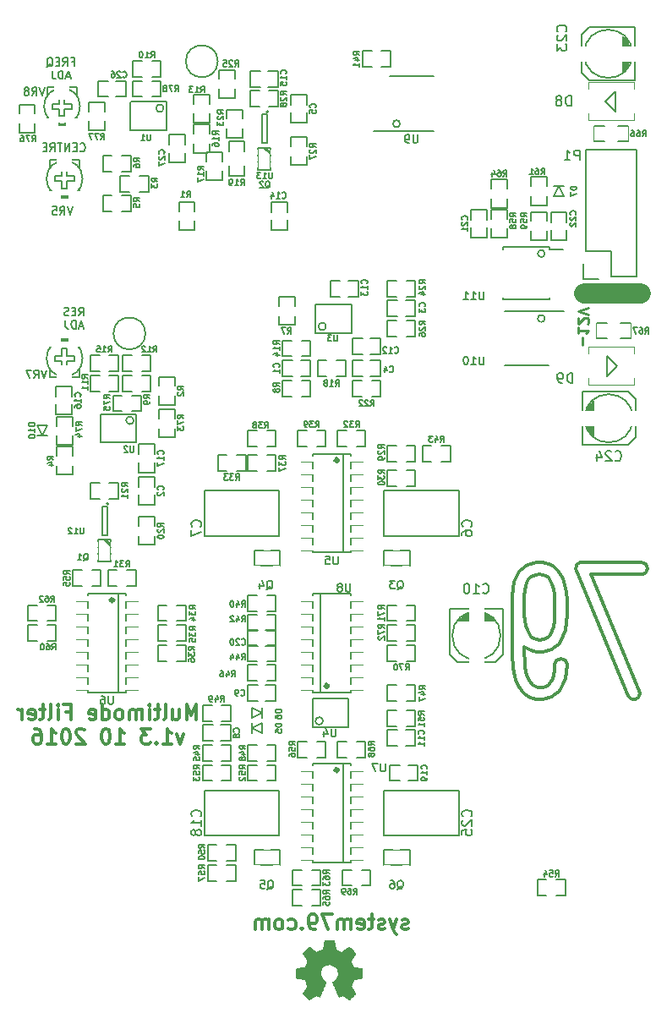
<source format=gbo>
G04 #@! TF.FileFunction,Legend,Bot*
%FSLAX46Y46*%
G04 Gerber Fmt 4.6, Leading zero omitted, Abs format (unit mm)*
G04 Created by KiCad (PCBNEW 4.0.2-stable) date 2016-10-24 12:13:11 PM*
%MOMM*%
G01*
G04 APERTURE LIST*
%ADD10C,0.100000*%
%ADD11C,0.350000*%
%ADD12C,0.152400*%
%ADD13C,2.000000*%
%ADD14C,0.200000*%
%ADD15C,0.300000*%
%ADD16C,0.254000*%
%ADD17C,0.127000*%
%ADD18C,0.150000*%
%ADD19C,0.381000*%
%ADD20C,0.066040*%
%ADD21C,0.203200*%
%ADD22C,0.101600*%
%ADD23C,0.010000*%
%ADD24R,0.800000X0.500000*%
%ADD25C,1.998980*%
%ADD26R,1.600000X1.500000*%
%ADD27R,1.200000X1.200000*%
%ADD28C,2.250000*%
%ADD29C,2.500000*%
%ADD30R,1.500000X0.450000*%
%ADD31R,1.450000X0.450000*%
%ADD32R,2.199640X0.599440*%
%ADD33R,1.397000X1.143000*%
%ADD34R,1.143000X1.397000*%
%ADD35R,2.397760X2.397760*%
%ADD36C,1.200000*%
%ADD37R,1.600200X2.999740*%
%ADD38R,2.999740X1.600200*%
%ADD39R,1.300480X0.400000*%
%ADD40R,1.060000X0.650000*%
%ADD41O,2.500000X4.000000*%
%ADD42O,2.000000X2.500000*%
%ADD43O,3.500000X1.500000*%
%ADD44R,1.143000X0.812800*%
%ADD45R,0.812800X1.143000*%
%ADD46R,1.727200X1.727200*%
%ADD47O,1.727200X1.727200*%
%ADD48C,1.524000*%
%ADD49R,0.701040X1.000760*%
%ADD50R,0.762000X0.609600*%
%ADD51R,0.609600X0.762000*%
G04 APERTURE END LIST*
D10*
D11*
X65343549Y-67620649D02*
X65343549Y-67620649D01*
X65343549Y-67620649D02*
X65343549Y-67620649D01*
X64986794Y-67649619D02*
X65343549Y-67620649D01*
X64681422Y-67739627D02*
X64986794Y-67649619D01*
X64430892Y-67893771D02*
X64681422Y-67739627D01*
X64228282Y-68106038D02*
X64430892Y-67893771D01*
X64051544Y-68414509D02*
X64228282Y-68106038D01*
X63919811Y-68796954D02*
X64051544Y-68414509D01*
X63842739Y-69243716D02*
X63919811Y-68796954D01*
X63820146Y-69764271D02*
X63842739Y-69243716D01*
X63820146Y-71650805D02*
X63820146Y-69764271D01*
X63849117Y-72229301D02*
X63820146Y-71650805D01*
X63939125Y-72740382D02*
X63849117Y-72229301D01*
X64080515Y-73177488D02*
X63939125Y-72740382D01*
X64263629Y-73543899D02*
X64080515Y-73177488D01*
X64475714Y-73829776D02*
X64263629Y-73543899D01*
X64720049Y-74032386D02*
X64475714Y-73829776D01*
X65009388Y-74148085D02*
X64720049Y-74032386D01*
X65343549Y-74186530D02*
X65009388Y-74148085D01*
X65690646Y-74151182D02*
X65343549Y-74186530D01*
X65983083Y-74061174D02*
X65690646Y-74151182D01*
X66224138Y-73900471D02*
X65983083Y-74061174D01*
X66416909Y-73675632D02*
X66224138Y-73900471D01*
X66426566Y-73659598D02*
X66416909Y-73675632D01*
X66616239Y-73309221D02*
X66426566Y-73659598D01*
X66751252Y-72849704D02*
X66616239Y-73309221D01*
X66831604Y-72290339D02*
X66751252Y-72849704D01*
X66860574Y-71631492D02*
X66831604Y-72290339D01*
X66860574Y-70188623D02*
X66860574Y-71631492D01*
X66831604Y-69619602D02*
X66860574Y-70188623D01*
X66751252Y-69108704D02*
X66831604Y-69619602D01*
X66609862Y-68655564D02*
X66751252Y-69108704D01*
X66413811Y-68260182D02*
X66609862Y-68655564D01*
X66195167Y-67977403D02*
X66413811Y-68260182D01*
X65951015Y-67778072D02*
X66195167Y-67977403D01*
X65664956Y-67659276D02*
X65951015Y-67778072D01*
X65343549Y-67620649D02*
X65664956Y-67659276D01*
X65343549Y-80138750D02*
X65343549Y-80138750D01*
X65343549Y-80138750D02*
X65343549Y-80138750D01*
X64999731Y-80119437D02*
X65343549Y-80138750D01*
X64678324Y-80051839D02*
X64999731Y-80119437D01*
X64379328Y-79952356D02*
X64678324Y-80051839D01*
X64099828Y-79801127D02*
X64379328Y-79952356D01*
X63842739Y-79614733D02*
X64099828Y-79801127D01*
X63611341Y-79383335D02*
X63842739Y-79614733D01*
X63405633Y-79113492D02*
X63611341Y-79383335D01*
X63215960Y-78798462D02*
X63405633Y-79113492D01*
X62955591Y-78168585D02*
X63215960Y-78798462D01*
X62849549Y-77811831D02*
X62955591Y-78168585D01*
X62769197Y-77426106D02*
X62849549Y-77811831D01*
X62701782Y-77005216D02*
X62769197Y-77426106D01*
X62656778Y-76561551D02*
X62701782Y-77005216D01*
X62627807Y-76079623D02*
X62656778Y-76561551D01*
X62618150Y-75568543D02*
X62627807Y-76079623D01*
X62618150Y-69764271D02*
X62618150Y-75568543D01*
X62663155Y-69041106D02*
X62618150Y-69764271D01*
X62782133Y-68404852D02*
X62663155Y-69041106D01*
X62990939Y-67855326D02*
X62782133Y-68404852D01*
X63280278Y-67389250D02*
X62990939Y-67855326D01*
X63466672Y-67167509D02*
X63280278Y-67389250D01*
X63678756Y-66974738D02*
X63466672Y-67167509D01*
X63906875Y-66810754D02*
X63678756Y-66974738D01*
X64157587Y-66675742D02*
X63906875Y-66810754D01*
X64421235Y-66569699D02*
X64157587Y-66675742D01*
X64710392Y-66495725D02*
X64421235Y-66569699D01*
X65018862Y-66447623D02*
X64710392Y-66495725D01*
X65343549Y-66434687D02*
X65018862Y-66447623D01*
X65645642Y-66454000D02*
X65343549Y-66434687D01*
X65934981Y-66502284D02*
X65645642Y-66454000D01*
X66211201Y-66589013D02*
X65934981Y-66502284D01*
X66471570Y-66704712D02*
X66211201Y-66589013D01*
X66715905Y-66852479D02*
X66471570Y-66704712D01*
X66944023Y-67042153D02*
X66715905Y-66852479D01*
X67156108Y-67257517D02*
X66944023Y-67042153D01*
X67349061Y-67508229D02*
X67156108Y-67257517D01*
X67657532Y-68057754D02*
X67349061Y-67508229D01*
X67882553Y-68694009D02*
X67657532Y-68057754D01*
X68017566Y-69404420D02*
X67882553Y-68694009D01*
X68062388Y-70188623D02*
X68017566Y-69404420D01*
X68062388Y-71631492D02*
X68062388Y-70188623D01*
X68023943Y-72463979D02*
X68062388Y-71631492D01*
X67898587Y-73196801D02*
X68023943Y-72463979D01*
X67696159Y-73823399D02*
X67898587Y-73196801D01*
X67416477Y-74350513D02*
X67696159Y-73823399D01*
X67226803Y-74591568D02*
X67416477Y-74350513D01*
X67014718Y-74803653D02*
X67226803Y-74591568D01*
X66783320Y-74980390D02*
X67014718Y-74803653D01*
X66539167Y-75131437D02*
X66783320Y-74980390D01*
X66269142Y-75240759D02*
X66539167Y-75131437D01*
X65979803Y-75324390D02*
X66269142Y-75240759D01*
X65671333Y-75375771D02*
X65979803Y-75324390D01*
X65343549Y-75391805D02*
X65671333Y-75375771D01*
X65018862Y-75372492D02*
X65343549Y-75391805D01*
X64716769Y-75314733D02*
X65018862Y-75372492D01*
X64427612Y-75221445D02*
X64716769Y-75314733D01*
X64157587Y-75086432D02*
X64427612Y-75221445D01*
X63820146Y-74855034D02*
X64157587Y-75086432D01*
X63820146Y-75568543D02*
X63820146Y-74855034D01*
X63839460Y-76214454D02*
X63820146Y-75568543D01*
X63887744Y-76812263D02*
X63839460Y-76214454D01*
X63977570Y-77397318D02*
X63887744Y-76812263D01*
X64138273Y-77921153D02*
X63977570Y-77397318D01*
X64350540Y-78351699D02*
X64138273Y-77921153D01*
X64623663Y-78698797D02*
X64350540Y-78351699D01*
X64768333Y-78814496D02*
X64623663Y-78698797D01*
X64938511Y-78891750D02*
X64768333Y-78814496D01*
X65125087Y-78943132D02*
X64938511Y-78891750D01*
X65343549Y-78959165D02*
X65125087Y-78943132D01*
X65684269Y-78923818D02*
X65343549Y-78959165D01*
X65983083Y-78827432D02*
X65684269Y-78923818D01*
X66240172Y-78670009D02*
X65983083Y-78827432D01*
X66445879Y-78438610D02*
X66240172Y-78670009D01*
X66625896Y-78104267D02*
X66445879Y-78438610D01*
X66754350Y-77699411D02*
X66625896Y-78104267D01*
X66837981Y-77226958D02*
X66754350Y-77699411D01*
X66860574Y-76677250D02*
X66837981Y-77226958D01*
X66905396Y-76426721D02*
X66860574Y-76677250D01*
X67024375Y-76233767D02*
X66905396Y-76426721D01*
X67214049Y-76114971D02*
X67024375Y-76233767D01*
X67464761Y-76069966D02*
X67214049Y-76114971D01*
X67708913Y-76114971D02*
X67464761Y-76069966D01*
X67898587Y-76233767D02*
X67708913Y-76114971D01*
X68017566Y-76426721D02*
X67898587Y-76233767D01*
X68062388Y-76677250D02*
X68017566Y-76426721D01*
X68023943Y-77400415D02*
X68062388Y-76677250D01*
X67898587Y-78046509D02*
X68023943Y-77400415D01*
X67696159Y-78625004D02*
X67898587Y-78046509D01*
X67410100Y-79123149D02*
X67696159Y-78625004D01*
X67223706Y-79357644D02*
X67410100Y-79123149D01*
X67011621Y-79566632D02*
X67223706Y-79357644D01*
X66783320Y-79740089D02*
X67011621Y-79566632D01*
X66532608Y-79884759D02*
X66783320Y-79740089D01*
X66262765Y-79994081D02*
X66532608Y-79884759D01*
X65979803Y-80077530D02*
X66262765Y-79994081D01*
X65671333Y-80125814D02*
X65979803Y-80077530D01*
X65343549Y-80138750D02*
X65671333Y-80125814D01*
X74772939Y-80138750D02*
X74772939Y-80138750D01*
X74772939Y-80138750D02*
X74772939Y-80138750D01*
X74599481Y-80116157D02*
X74772939Y-80138750D01*
X74448434Y-80048742D02*
X74599481Y-80116157D01*
X74323078Y-79936140D02*
X74448434Y-80048742D01*
X74217036Y-79778716D02*
X74323078Y-79936140D01*
X68991261Y-67257517D02*
X74217036Y-79778716D01*
X68952633Y-67112848D02*
X68991261Y-67257517D01*
X68952633Y-66968178D02*
X68952633Y-67112848D01*
X68991261Y-66830068D02*
X68952633Y-66968178D01*
X69065235Y-66698335D02*
X68991261Y-66830068D01*
X69155244Y-66589013D02*
X69065235Y-66698335D01*
X69267663Y-66502284D02*
X69155244Y-66589013D01*
X69402676Y-66454000D02*
X69267663Y-66502284D01*
X69550443Y-66434687D02*
X69402676Y-66454000D01*
X75534731Y-66434687D02*
X69550443Y-66434687D01*
X75756472Y-66482971D02*
X75534731Y-66434687D01*
X75942867Y-66611424D02*
X75756472Y-66482971D01*
X76068222Y-66801098D02*
X75942867Y-66611424D01*
X76106850Y-67016462D02*
X76068222Y-66801098D01*
X76068222Y-67247860D02*
X76106850Y-67016462D01*
X75942867Y-67440632D02*
X76068222Y-67247860D01*
X75759752Y-67572547D02*
X75942867Y-67440632D01*
X75534731Y-67614271D02*
X75759752Y-67572547D01*
X70434311Y-67614271D02*
X75534731Y-67614271D01*
X75312989Y-79306263D02*
X70434311Y-67614271D01*
X75364371Y-79521627D02*
X75312989Y-79306263D01*
X75332303Y-79753026D02*
X75364371Y-79521627D01*
X75325744Y-79769060D02*
X75332303Y-79753026D01*
X75206947Y-79952356D02*
X75325744Y-79769060D01*
X75017273Y-80087187D02*
X75206947Y-79952356D01*
X74994862Y-80100123D02*
X75017273Y-80087187D01*
X74869506Y-80135471D02*
X74994862Y-80100123D01*
X74772939Y-80138750D02*
X74869506Y-80135471D01*
D12*
X19325599Y-25190286D02*
X19364304Y-25228990D01*
X19480418Y-25267695D01*
X19557828Y-25267695D01*
X19673942Y-25228990D01*
X19751351Y-25151581D01*
X19790056Y-25074171D01*
X19828761Y-24919352D01*
X19828761Y-24803238D01*
X19790056Y-24648419D01*
X19751351Y-24571010D01*
X19673942Y-24493600D01*
X19557828Y-24454895D01*
X19480418Y-24454895D01*
X19364304Y-24493600D01*
X19325599Y-24532305D01*
X18977256Y-24841943D02*
X18706323Y-24841943D01*
X18590209Y-25267695D02*
X18977256Y-25267695D01*
X18977256Y-24454895D01*
X18590209Y-24454895D01*
X18241866Y-25267695D02*
X18241866Y-24454895D01*
X17777409Y-25267695D01*
X17777409Y-24454895D01*
X17506475Y-24454895D02*
X17042018Y-24454895D01*
X17274247Y-25267695D02*
X17274247Y-24454895D01*
X16306628Y-25267695D02*
X16577561Y-24880648D01*
X16771085Y-25267695D02*
X16771085Y-24454895D01*
X16461447Y-24454895D01*
X16384038Y-24493600D01*
X16345333Y-24532305D01*
X16306628Y-24609714D01*
X16306628Y-24725829D01*
X16345333Y-24803238D01*
X16384038Y-24841943D01*
X16461447Y-24880648D01*
X16771085Y-24880648D01*
X15958285Y-24841943D02*
X15687352Y-24841943D01*
X15571238Y-25267695D02*
X15958285Y-25267695D01*
X15958285Y-24454895D01*
X15571238Y-24454895D01*
D13*
X75500000Y-39500000D02*
X69750000Y-39500000D01*
D14*
X51353553Y-22500000D02*
G75*
G03X51353553Y-22500000I-353553J0D01*
G01*
D15*
X52178571Y-103107143D02*
X52035714Y-103178571D01*
X51749999Y-103178571D01*
X51607142Y-103107143D01*
X51535714Y-102964286D01*
X51535714Y-102892857D01*
X51607142Y-102750000D01*
X51749999Y-102678571D01*
X51964285Y-102678571D01*
X52107142Y-102607143D01*
X52178571Y-102464286D01*
X52178571Y-102392857D01*
X52107142Y-102250000D01*
X51964285Y-102178571D01*
X51749999Y-102178571D01*
X51607142Y-102250000D01*
X51035713Y-102178571D02*
X50678570Y-103178571D01*
X50321428Y-102178571D02*
X50678570Y-103178571D01*
X50821428Y-103535714D01*
X50892856Y-103607143D01*
X51035713Y-103678571D01*
X49821428Y-103107143D02*
X49678571Y-103178571D01*
X49392856Y-103178571D01*
X49249999Y-103107143D01*
X49178571Y-102964286D01*
X49178571Y-102892857D01*
X49249999Y-102750000D01*
X49392856Y-102678571D01*
X49607142Y-102678571D01*
X49749999Y-102607143D01*
X49821428Y-102464286D01*
X49821428Y-102392857D01*
X49749999Y-102250000D01*
X49607142Y-102178571D01*
X49392856Y-102178571D01*
X49249999Y-102250000D01*
X48749999Y-102178571D02*
X48178570Y-102178571D01*
X48535713Y-101678571D02*
X48535713Y-102964286D01*
X48464285Y-103107143D01*
X48321427Y-103178571D01*
X48178570Y-103178571D01*
X47107142Y-103107143D02*
X47249999Y-103178571D01*
X47535713Y-103178571D01*
X47678570Y-103107143D01*
X47749999Y-102964286D01*
X47749999Y-102392857D01*
X47678570Y-102250000D01*
X47535713Y-102178571D01*
X47249999Y-102178571D01*
X47107142Y-102250000D01*
X47035713Y-102392857D01*
X47035713Y-102535714D01*
X47749999Y-102678571D01*
X46392856Y-103178571D02*
X46392856Y-102178571D01*
X46392856Y-102321429D02*
X46321428Y-102250000D01*
X46178570Y-102178571D01*
X45964285Y-102178571D01*
X45821428Y-102250000D01*
X45749999Y-102392857D01*
X45749999Y-103178571D01*
X45749999Y-102392857D02*
X45678570Y-102250000D01*
X45535713Y-102178571D01*
X45321428Y-102178571D01*
X45178570Y-102250000D01*
X45107142Y-102392857D01*
X45107142Y-103178571D01*
X44535713Y-101678571D02*
X43535713Y-101678571D01*
X44178570Y-103178571D01*
X42892857Y-103178571D02*
X42607142Y-103178571D01*
X42464285Y-103107143D01*
X42392857Y-103035714D01*
X42249999Y-102821429D01*
X42178571Y-102535714D01*
X42178571Y-101964286D01*
X42249999Y-101821429D01*
X42321428Y-101750000D01*
X42464285Y-101678571D01*
X42749999Y-101678571D01*
X42892857Y-101750000D01*
X42964285Y-101821429D01*
X43035714Y-101964286D01*
X43035714Y-102321429D01*
X42964285Y-102464286D01*
X42892857Y-102535714D01*
X42749999Y-102607143D01*
X42464285Y-102607143D01*
X42321428Y-102535714D01*
X42249999Y-102464286D01*
X42178571Y-102321429D01*
X41535714Y-103035714D02*
X41464286Y-103107143D01*
X41535714Y-103178571D01*
X41607143Y-103107143D01*
X41535714Y-103035714D01*
X41535714Y-103178571D01*
X40178571Y-103107143D02*
X40321428Y-103178571D01*
X40607142Y-103178571D01*
X40750000Y-103107143D01*
X40821428Y-103035714D01*
X40892857Y-102892857D01*
X40892857Y-102464286D01*
X40821428Y-102321429D01*
X40750000Y-102250000D01*
X40607142Y-102178571D01*
X40321428Y-102178571D01*
X40178571Y-102250000D01*
X39321428Y-103178571D02*
X39464286Y-103107143D01*
X39535714Y-103035714D01*
X39607143Y-102892857D01*
X39607143Y-102464286D01*
X39535714Y-102321429D01*
X39464286Y-102250000D01*
X39321428Y-102178571D01*
X39107143Y-102178571D01*
X38964286Y-102250000D01*
X38892857Y-102321429D01*
X38821428Y-102464286D01*
X38821428Y-102892857D01*
X38892857Y-103035714D01*
X38964286Y-103107143D01*
X39107143Y-103178571D01*
X39321428Y-103178571D01*
X38178571Y-103178571D02*
X38178571Y-102178571D01*
X38178571Y-102321429D02*
X38107143Y-102250000D01*
X37964285Y-102178571D01*
X37750000Y-102178571D01*
X37607143Y-102250000D01*
X37535714Y-102392857D01*
X37535714Y-103178571D01*
X37535714Y-102392857D02*
X37464285Y-102250000D01*
X37321428Y-102178571D01*
X37107143Y-102178571D01*
X36964285Y-102250000D01*
X36892857Y-102392857D01*
X36892857Y-103178571D01*
X30957142Y-82178571D02*
X30957142Y-80678571D01*
X30457142Y-81750000D01*
X29957142Y-80678571D01*
X29957142Y-82178571D01*
X28599999Y-81178571D02*
X28599999Y-82178571D01*
X29242856Y-81178571D02*
X29242856Y-81964286D01*
X29171428Y-82107143D01*
X29028570Y-82178571D01*
X28814285Y-82178571D01*
X28671428Y-82107143D01*
X28599999Y-82035714D01*
X27671427Y-82178571D02*
X27814285Y-82107143D01*
X27885713Y-81964286D01*
X27885713Y-80678571D01*
X27314285Y-81178571D02*
X26742856Y-81178571D01*
X27099999Y-80678571D02*
X27099999Y-81964286D01*
X27028571Y-82107143D01*
X26885713Y-82178571D01*
X26742856Y-82178571D01*
X26242856Y-82178571D02*
X26242856Y-81178571D01*
X26242856Y-80678571D02*
X26314285Y-80750000D01*
X26242856Y-80821429D01*
X26171428Y-80750000D01*
X26242856Y-80678571D01*
X26242856Y-80821429D01*
X25528570Y-82178571D02*
X25528570Y-81178571D01*
X25528570Y-81321429D02*
X25457142Y-81250000D01*
X25314284Y-81178571D01*
X25099999Y-81178571D01*
X24957142Y-81250000D01*
X24885713Y-81392857D01*
X24885713Y-82178571D01*
X24885713Y-81392857D02*
X24814284Y-81250000D01*
X24671427Y-81178571D01*
X24457142Y-81178571D01*
X24314284Y-81250000D01*
X24242856Y-81392857D01*
X24242856Y-82178571D01*
X23314284Y-82178571D02*
X23457142Y-82107143D01*
X23528570Y-82035714D01*
X23599999Y-81892857D01*
X23599999Y-81464286D01*
X23528570Y-81321429D01*
X23457142Y-81250000D01*
X23314284Y-81178571D01*
X23099999Y-81178571D01*
X22957142Y-81250000D01*
X22885713Y-81321429D01*
X22814284Y-81464286D01*
X22814284Y-81892857D01*
X22885713Y-82035714D01*
X22957142Y-82107143D01*
X23099999Y-82178571D01*
X23314284Y-82178571D01*
X21528570Y-82178571D02*
X21528570Y-80678571D01*
X21528570Y-82107143D02*
X21671427Y-82178571D01*
X21957141Y-82178571D01*
X22099999Y-82107143D01*
X22171427Y-82035714D01*
X22242856Y-81892857D01*
X22242856Y-81464286D01*
X22171427Y-81321429D01*
X22099999Y-81250000D01*
X21957141Y-81178571D01*
X21671427Y-81178571D01*
X21528570Y-81250000D01*
X20242856Y-82107143D02*
X20385713Y-82178571D01*
X20671427Y-82178571D01*
X20814284Y-82107143D01*
X20885713Y-81964286D01*
X20885713Y-81392857D01*
X20814284Y-81250000D01*
X20671427Y-81178571D01*
X20385713Y-81178571D01*
X20242856Y-81250000D01*
X20171427Y-81392857D01*
X20171427Y-81535714D01*
X20885713Y-81678571D01*
X17885713Y-81392857D02*
X18385713Y-81392857D01*
X18385713Y-82178571D02*
X18385713Y-80678571D01*
X17671427Y-80678571D01*
X17099999Y-82178571D02*
X17099999Y-81178571D01*
X17099999Y-80678571D02*
X17171428Y-80750000D01*
X17099999Y-80821429D01*
X17028571Y-80750000D01*
X17099999Y-80678571D01*
X17099999Y-80821429D01*
X16171427Y-82178571D02*
X16314285Y-82107143D01*
X16385713Y-81964286D01*
X16385713Y-80678571D01*
X15814285Y-81178571D02*
X15242856Y-81178571D01*
X15599999Y-80678571D02*
X15599999Y-81964286D01*
X15528571Y-82107143D01*
X15385713Y-82178571D01*
X15242856Y-82178571D01*
X14171428Y-82107143D02*
X14314285Y-82178571D01*
X14599999Y-82178571D01*
X14742856Y-82107143D01*
X14814285Y-81964286D01*
X14814285Y-81392857D01*
X14742856Y-81250000D01*
X14599999Y-81178571D01*
X14314285Y-81178571D01*
X14171428Y-81250000D01*
X14099999Y-81392857D01*
X14099999Y-81535714D01*
X14814285Y-81678571D01*
X13457142Y-82178571D02*
X13457142Y-81178571D01*
X13457142Y-81464286D02*
X13385714Y-81321429D01*
X13314285Y-81250000D01*
X13171428Y-81178571D01*
X13028571Y-81178571D01*
X29671426Y-83578571D02*
X29314283Y-84578571D01*
X28957141Y-83578571D01*
X27599998Y-84578571D02*
X28457141Y-84578571D01*
X28028569Y-84578571D02*
X28028569Y-83078571D01*
X28171426Y-83292857D01*
X28314284Y-83435714D01*
X28457141Y-83507143D01*
X26957141Y-84435714D02*
X26885713Y-84507143D01*
X26957141Y-84578571D01*
X27028570Y-84507143D01*
X26957141Y-84435714D01*
X26957141Y-84578571D01*
X26385712Y-83078571D02*
X25457141Y-83078571D01*
X25957141Y-83650000D01*
X25742855Y-83650000D01*
X25599998Y-83721429D01*
X25528569Y-83792857D01*
X25457141Y-83935714D01*
X25457141Y-84292857D01*
X25528569Y-84435714D01*
X25599998Y-84507143D01*
X25742855Y-84578571D01*
X26171427Y-84578571D01*
X26314284Y-84507143D01*
X26385712Y-84435714D01*
X22885713Y-84578571D02*
X23742856Y-84578571D01*
X23314284Y-84578571D02*
X23314284Y-83078571D01*
X23457141Y-83292857D01*
X23599999Y-83435714D01*
X23742856Y-83507143D01*
X21957142Y-83078571D02*
X21814285Y-83078571D01*
X21671428Y-83150000D01*
X21599999Y-83221429D01*
X21528570Y-83364286D01*
X21457142Y-83650000D01*
X21457142Y-84007143D01*
X21528570Y-84292857D01*
X21599999Y-84435714D01*
X21671428Y-84507143D01*
X21814285Y-84578571D01*
X21957142Y-84578571D01*
X22099999Y-84507143D01*
X22171428Y-84435714D01*
X22242856Y-84292857D01*
X22314285Y-84007143D01*
X22314285Y-83650000D01*
X22242856Y-83364286D01*
X22171428Y-83221429D01*
X22099999Y-83150000D01*
X21957142Y-83078571D01*
X19742857Y-83221429D02*
X19671428Y-83150000D01*
X19528571Y-83078571D01*
X19171428Y-83078571D01*
X19028571Y-83150000D01*
X18957142Y-83221429D01*
X18885714Y-83364286D01*
X18885714Y-83507143D01*
X18957142Y-83721429D01*
X19814285Y-84578571D01*
X18885714Y-84578571D01*
X17957143Y-83078571D02*
X17814286Y-83078571D01*
X17671429Y-83150000D01*
X17600000Y-83221429D01*
X17528571Y-83364286D01*
X17457143Y-83650000D01*
X17457143Y-84007143D01*
X17528571Y-84292857D01*
X17600000Y-84435714D01*
X17671429Y-84507143D01*
X17814286Y-84578571D01*
X17957143Y-84578571D01*
X18100000Y-84507143D01*
X18171429Y-84435714D01*
X18242857Y-84292857D01*
X18314286Y-84007143D01*
X18314286Y-83650000D01*
X18242857Y-83364286D01*
X18171429Y-83221429D01*
X18100000Y-83150000D01*
X17957143Y-83078571D01*
X16028572Y-84578571D02*
X16885715Y-84578571D01*
X16457143Y-84578571D02*
X16457143Y-83078571D01*
X16600000Y-83292857D01*
X16742858Y-83435714D01*
X16885715Y-83507143D01*
X14742858Y-83078571D02*
X15028572Y-83078571D01*
X15171429Y-83150000D01*
X15242858Y-83221429D01*
X15385715Y-83435714D01*
X15457144Y-83721429D01*
X15457144Y-84292857D01*
X15385715Y-84435714D01*
X15314287Y-84507143D01*
X15171429Y-84578571D01*
X14885715Y-84578571D01*
X14742858Y-84507143D01*
X14671429Y-84435714D01*
X14600001Y-84292857D01*
X14600001Y-83935714D01*
X14671429Y-83792857D01*
X14742858Y-83721429D01*
X14885715Y-83650000D01*
X15171429Y-83650000D01*
X15314287Y-83721429D01*
X15385715Y-83792857D01*
X15457144Y-83935714D01*
D16*
X69627429Y-44690095D02*
X69627429Y-43916000D01*
X69240381Y-42900000D02*
X69240381Y-43480571D01*
X69240381Y-43190285D02*
X70256381Y-43190285D01*
X70111238Y-43287047D01*
X70014476Y-43383809D01*
X69966095Y-43480571D01*
X70159619Y-42512952D02*
X70208000Y-42464571D01*
X70256381Y-42367809D01*
X70256381Y-42125905D01*
X70208000Y-42029143D01*
X70159619Y-41980762D01*
X70062857Y-41932381D01*
X69966095Y-41932381D01*
X69820952Y-41980762D01*
X69240381Y-42561333D01*
X69240381Y-41932381D01*
X70256381Y-41642095D02*
X69240381Y-41303428D01*
X70256381Y-40964762D01*
D12*
X19203161Y-41722535D02*
X19474094Y-41335488D01*
X19667618Y-41722535D02*
X19667618Y-40909735D01*
X19357980Y-40909735D01*
X19280571Y-40948440D01*
X19241866Y-40987145D01*
X19203161Y-41064554D01*
X19203161Y-41180669D01*
X19241866Y-41258078D01*
X19280571Y-41296783D01*
X19357980Y-41335488D01*
X19667618Y-41335488D01*
X18854818Y-41296783D02*
X18583885Y-41296783D01*
X18467771Y-41722535D02*
X18854818Y-41722535D01*
X18854818Y-40909735D01*
X18467771Y-40909735D01*
X18158133Y-41683830D02*
X18042019Y-41722535D01*
X17848495Y-41722535D01*
X17771085Y-41683830D01*
X17732381Y-41645126D01*
X17693676Y-41567716D01*
X17693676Y-41490307D01*
X17732381Y-41412897D01*
X17771085Y-41374192D01*
X17848495Y-41335488D01*
X18003314Y-41296783D01*
X18080723Y-41258078D01*
X18119428Y-41219373D01*
X18158133Y-41141964D01*
X18158133Y-41064554D01*
X18119428Y-40987145D01*
X18080723Y-40948440D01*
X18003314Y-40909735D01*
X17809790Y-40909735D01*
X17693676Y-40948440D01*
X19609562Y-42780627D02*
X19222514Y-42780627D01*
X19686971Y-43012855D02*
X19416038Y-42200055D01*
X19145105Y-43012855D01*
X18874171Y-43012855D02*
X18874171Y-42200055D01*
X18680647Y-42200055D01*
X18564533Y-42238760D01*
X18487124Y-42316170D01*
X18448419Y-42393579D01*
X18409714Y-42548398D01*
X18409714Y-42664512D01*
X18448419Y-42819331D01*
X18487124Y-42896741D01*
X18564533Y-42974150D01*
X18680647Y-43012855D01*
X18874171Y-43012855D01*
X17829143Y-42200055D02*
X17829143Y-42780627D01*
X17867847Y-42896741D01*
X17945257Y-42974150D01*
X18061371Y-43012855D01*
X18138781Y-43012855D01*
D14*
X65853553Y-35500000D02*
G75*
G03X65853553Y-35500000I-353553J0D01*
G01*
X65853553Y-42000000D02*
G75*
G03X65853553Y-42000000I-353553J0D01*
G01*
D12*
X18483733Y-16296783D02*
X18754666Y-16296783D01*
X18754666Y-16722535D02*
X18754666Y-15909735D01*
X18367619Y-15909735D01*
X17593523Y-16722535D02*
X17864456Y-16335488D01*
X18057980Y-16722535D02*
X18057980Y-15909735D01*
X17748342Y-15909735D01*
X17670933Y-15948440D01*
X17632228Y-15987145D01*
X17593523Y-16064554D01*
X17593523Y-16180669D01*
X17632228Y-16258078D01*
X17670933Y-16296783D01*
X17748342Y-16335488D01*
X18057980Y-16335488D01*
X17245180Y-16296783D02*
X16974247Y-16296783D01*
X16858133Y-16722535D02*
X17245180Y-16722535D01*
X17245180Y-15909735D01*
X16858133Y-15909735D01*
X15967924Y-16799945D02*
X16045333Y-16761240D01*
X16122743Y-16683830D01*
X16238857Y-16567716D01*
X16316266Y-16529011D01*
X16393676Y-16529011D01*
X16354971Y-16722535D02*
X16432381Y-16683830D01*
X16509790Y-16606421D01*
X16548495Y-16451602D01*
X16548495Y-16180669D01*
X16509790Y-16025850D01*
X16432381Y-15948440D01*
X16354971Y-15909735D01*
X16200152Y-15909735D01*
X16122743Y-15948440D01*
X16045333Y-16025850D01*
X16006628Y-16180669D01*
X16006628Y-16451602D01*
X16045333Y-16606421D01*
X16122743Y-16683830D01*
X16200152Y-16722535D01*
X16354971Y-16722535D01*
X18309562Y-17780627D02*
X17922514Y-17780627D01*
X18386971Y-18012855D02*
X18116038Y-17200055D01*
X17845105Y-18012855D01*
X17574171Y-18012855D02*
X17574171Y-17200055D01*
X17380647Y-17200055D01*
X17264533Y-17238760D01*
X17187124Y-17316170D01*
X17148419Y-17393579D01*
X17109714Y-17548398D01*
X17109714Y-17664512D01*
X17148419Y-17819331D01*
X17187124Y-17896741D01*
X17264533Y-17974150D01*
X17380647Y-18012855D01*
X17574171Y-18012855D01*
X16529143Y-17200055D02*
X16529143Y-17780627D01*
X16567847Y-17896741D01*
X16645257Y-17974150D01*
X16761371Y-18012855D01*
X16838781Y-18012855D01*
D17*
X38397700Y-25555500D02*
X37737300Y-24895100D01*
X38397700Y-25403100D02*
X37902400Y-24895100D01*
X37102300Y-26647700D02*
X36543500Y-26647700D01*
X37102300Y-25352300D02*
X36543500Y-25352300D01*
X38397700Y-26000000D02*
X38956500Y-26000000D01*
X38397700Y-26647700D02*
X38956500Y-26647700D01*
X38397700Y-25352300D02*
X38956500Y-25352300D01*
X37102300Y-26000000D02*
X36543500Y-26000000D01*
X37102300Y-24895100D02*
X37102300Y-27104900D01*
X37102300Y-27104900D02*
X38397700Y-27104900D01*
X38397700Y-27104900D02*
X38397700Y-24895100D01*
X38397700Y-24895100D02*
X37102300Y-24895100D01*
X22397700Y-64805500D02*
X21737300Y-64145100D01*
X22397700Y-64653100D02*
X21902400Y-64145100D01*
X21102300Y-65897700D02*
X20543500Y-65897700D01*
X21102300Y-64602300D02*
X20543500Y-64602300D01*
X22397700Y-65250000D02*
X22956500Y-65250000D01*
X22397700Y-65897700D02*
X22956500Y-65897700D01*
X22397700Y-64602300D02*
X22956500Y-64602300D01*
X21102300Y-65250000D02*
X20543500Y-65250000D01*
X21102300Y-64145100D02*
X21102300Y-66354900D01*
X21102300Y-66354900D02*
X22397700Y-66354900D01*
X22397700Y-66354900D02*
X22397700Y-64145100D01*
X22397700Y-64145100D02*
X21102300Y-64145100D01*
D18*
X17250000Y-19750000D02*
X17250000Y-20500000D01*
X17250000Y-20500000D02*
X16500000Y-20500000D01*
X16500000Y-21000000D02*
X17250000Y-21000000D01*
X17250000Y-21000000D02*
X17250000Y-21750000D01*
X18500000Y-21000000D02*
X17750000Y-21000000D01*
X17750000Y-21000000D02*
X17750000Y-21750000D01*
X17750000Y-19750000D02*
X17750000Y-20500000D01*
X17750000Y-20500000D02*
X18500000Y-20500000D01*
X17750000Y-21750000D02*
X17250000Y-21750000D01*
X17750000Y-19750000D02*
X17250000Y-19750000D01*
X16500000Y-20500000D02*
X16500000Y-21000000D01*
X18500000Y-20500000D02*
X18500000Y-21000000D01*
X19000000Y-22650000D02*
X19000000Y-21750000D01*
X19000000Y-22650000D02*
X16000000Y-22650000D01*
X16000000Y-22650000D02*
X16000000Y-21750000D01*
X19000000Y-18850000D02*
X19000000Y-19650000D01*
X19000000Y-18850000D02*
X16000000Y-18850000D01*
X16000000Y-18850000D02*
X16000000Y-19750000D01*
X19302776Y-20750000D02*
G75*
G03X19302776Y-20750000I-1802776J0D01*
G01*
X25850000Y-43500000D02*
G75*
G03X25850000Y-43500000I-1600000J0D01*
G01*
X33100000Y-16250000D02*
G75*
G03X33100000Y-16250000I-1600000J0D01*
G01*
X50300000Y-17775000D02*
X54700000Y-17775000D01*
X48725000Y-23225000D02*
X54700000Y-23225000D01*
X66200000Y-46725000D02*
X61800000Y-46725000D01*
X67775000Y-41275000D02*
X61800000Y-41275000D01*
X66325000Y-34875000D02*
X66325000Y-35100000D01*
X61675000Y-34875000D02*
X61675000Y-35100000D01*
X61675000Y-40125000D02*
X61675000Y-39900000D01*
X66325000Y-40125000D02*
X66325000Y-39900000D01*
X66325000Y-34875000D02*
X61675000Y-34875000D01*
X66325000Y-40125000D02*
X61675000Y-40125000D01*
X66325000Y-35100000D02*
X67675000Y-35100000D01*
D19*
X45141421Y-56200000D02*
G75*
G03X45141421Y-56200000I-141421J0D01*
G01*
D20*
X47598800Y-55811160D02*
X47598800Y-56301380D01*
X47598800Y-56301380D02*
X46498980Y-56301380D01*
X46498980Y-55811160D02*
X46498980Y-56301380D01*
X47598800Y-55811160D02*
X46498980Y-55811160D01*
X47598800Y-57081160D02*
X47598800Y-57571380D01*
X47598800Y-57571380D02*
X46498980Y-57571380D01*
X46498980Y-57081160D02*
X46498980Y-57571380D01*
X47598800Y-57081160D02*
X46498980Y-57081160D01*
X47598800Y-58351160D02*
X47598800Y-58841380D01*
X47598800Y-58841380D02*
X46498980Y-58841380D01*
X46498980Y-58351160D02*
X46498980Y-58841380D01*
X47598800Y-58351160D02*
X46498980Y-58351160D01*
X47598800Y-59621160D02*
X47598800Y-60111380D01*
X47598800Y-60111380D02*
X46498980Y-60111380D01*
X46498980Y-59621160D02*
X46498980Y-60111380D01*
X47598800Y-59621160D02*
X46498980Y-59621160D01*
X42501020Y-62158620D02*
X42501020Y-62648840D01*
X42501020Y-62648840D02*
X41401200Y-62648840D01*
X41401200Y-62158620D02*
X41401200Y-62648840D01*
X42501020Y-62158620D02*
X41401200Y-62158620D01*
X42501020Y-60888620D02*
X42501020Y-61378840D01*
X42501020Y-61378840D02*
X41401200Y-61378840D01*
X41401200Y-60888620D02*
X41401200Y-61378840D01*
X42501020Y-60888620D02*
X41401200Y-60888620D01*
X42501020Y-59621160D02*
X42501020Y-60111380D01*
X42501020Y-60111380D02*
X41401200Y-60111380D01*
X41401200Y-59621160D02*
X41401200Y-60111380D01*
X42501020Y-59621160D02*
X41401200Y-59621160D01*
X42501020Y-58351160D02*
X42501020Y-58841380D01*
X42501020Y-58841380D02*
X41401200Y-58841380D01*
X41401200Y-58351160D02*
X41401200Y-58841380D01*
X42501020Y-58351160D02*
X41401200Y-58351160D01*
X47598800Y-60888620D02*
X47598800Y-61378840D01*
X47598800Y-61378840D02*
X46498980Y-61378840D01*
X46498980Y-60888620D02*
X46498980Y-61378840D01*
X47598800Y-60888620D02*
X46498980Y-60888620D01*
X47598800Y-62158620D02*
X47598800Y-62648840D01*
X47598800Y-62648840D02*
X46498980Y-62648840D01*
X46498980Y-62158620D02*
X46498980Y-62648840D01*
X47598800Y-62158620D02*
X46498980Y-62158620D01*
X47598800Y-63428620D02*
X47598800Y-63918840D01*
X47598800Y-63918840D02*
X46498980Y-63918840D01*
X46498980Y-63428620D02*
X46498980Y-63918840D01*
X47598800Y-63428620D02*
X46498980Y-63428620D01*
X47598800Y-64698620D02*
X47598800Y-65188840D01*
X47598800Y-65188840D02*
X46498980Y-65188840D01*
X46498980Y-64698620D02*
X46498980Y-65188840D01*
X47598800Y-64698620D02*
X46498980Y-64698620D01*
X42501020Y-64698620D02*
X42501020Y-65188840D01*
X42501020Y-65188840D02*
X41401200Y-65188840D01*
X41401200Y-64698620D02*
X41401200Y-65188840D01*
X42501020Y-64698620D02*
X41401200Y-64698620D01*
X42501020Y-63428620D02*
X42501020Y-63918840D01*
X42501020Y-63918840D02*
X41401200Y-63918840D01*
X41401200Y-63428620D02*
X41401200Y-63918840D01*
X42501020Y-63428620D02*
X41401200Y-63428620D01*
X42501020Y-57081160D02*
X42501020Y-57571380D01*
X42501020Y-57571380D02*
X41401200Y-57571380D01*
X41401200Y-57081160D02*
X41401200Y-57571380D01*
X42501020Y-57081160D02*
X41401200Y-57081160D01*
X42501020Y-55811160D02*
X42501020Y-56301380D01*
X42501020Y-56301380D02*
X41401200Y-56301380D01*
X41401200Y-55811160D02*
X41401200Y-56301380D01*
X42501020Y-55811160D02*
X41401200Y-55811160D01*
D21*
X46399920Y-65437760D02*
X46399920Y-55562240D01*
X46399920Y-55562240D02*
X45899540Y-55562240D01*
X45899540Y-55562240D02*
X42600080Y-55562240D01*
X42600080Y-55562240D02*
X42600080Y-65437760D01*
X45649540Y-65437760D02*
X45649540Y-55562240D01*
X42600080Y-65437760D02*
X45899540Y-65437760D01*
X45899540Y-65437760D02*
X46399920Y-65437760D01*
D19*
X22641421Y-70200000D02*
G75*
G03X22641421Y-70200000I-141421J0D01*
G01*
D20*
X25098800Y-69811160D02*
X25098800Y-70301380D01*
X25098800Y-70301380D02*
X23998980Y-70301380D01*
X23998980Y-69811160D02*
X23998980Y-70301380D01*
X25098800Y-69811160D02*
X23998980Y-69811160D01*
X25098800Y-71081160D02*
X25098800Y-71571380D01*
X25098800Y-71571380D02*
X23998980Y-71571380D01*
X23998980Y-71081160D02*
X23998980Y-71571380D01*
X25098800Y-71081160D02*
X23998980Y-71081160D01*
X25098800Y-72351160D02*
X25098800Y-72841380D01*
X25098800Y-72841380D02*
X23998980Y-72841380D01*
X23998980Y-72351160D02*
X23998980Y-72841380D01*
X25098800Y-72351160D02*
X23998980Y-72351160D01*
X25098800Y-73621160D02*
X25098800Y-74111380D01*
X25098800Y-74111380D02*
X23998980Y-74111380D01*
X23998980Y-73621160D02*
X23998980Y-74111380D01*
X25098800Y-73621160D02*
X23998980Y-73621160D01*
X20001020Y-76158620D02*
X20001020Y-76648840D01*
X20001020Y-76648840D02*
X18901200Y-76648840D01*
X18901200Y-76158620D02*
X18901200Y-76648840D01*
X20001020Y-76158620D02*
X18901200Y-76158620D01*
X20001020Y-74888620D02*
X20001020Y-75378840D01*
X20001020Y-75378840D02*
X18901200Y-75378840D01*
X18901200Y-74888620D02*
X18901200Y-75378840D01*
X20001020Y-74888620D02*
X18901200Y-74888620D01*
X20001020Y-73621160D02*
X20001020Y-74111380D01*
X20001020Y-74111380D02*
X18901200Y-74111380D01*
X18901200Y-73621160D02*
X18901200Y-74111380D01*
X20001020Y-73621160D02*
X18901200Y-73621160D01*
X20001020Y-72351160D02*
X20001020Y-72841380D01*
X20001020Y-72841380D02*
X18901200Y-72841380D01*
X18901200Y-72351160D02*
X18901200Y-72841380D01*
X20001020Y-72351160D02*
X18901200Y-72351160D01*
X25098800Y-74888620D02*
X25098800Y-75378840D01*
X25098800Y-75378840D02*
X23998980Y-75378840D01*
X23998980Y-74888620D02*
X23998980Y-75378840D01*
X25098800Y-74888620D02*
X23998980Y-74888620D01*
X25098800Y-76158620D02*
X25098800Y-76648840D01*
X25098800Y-76648840D02*
X23998980Y-76648840D01*
X23998980Y-76158620D02*
X23998980Y-76648840D01*
X25098800Y-76158620D02*
X23998980Y-76158620D01*
X25098800Y-77428620D02*
X25098800Y-77918840D01*
X25098800Y-77918840D02*
X23998980Y-77918840D01*
X23998980Y-77428620D02*
X23998980Y-77918840D01*
X25098800Y-77428620D02*
X23998980Y-77428620D01*
X25098800Y-78698620D02*
X25098800Y-79188840D01*
X25098800Y-79188840D02*
X23998980Y-79188840D01*
X23998980Y-78698620D02*
X23998980Y-79188840D01*
X25098800Y-78698620D02*
X23998980Y-78698620D01*
X20001020Y-78698620D02*
X20001020Y-79188840D01*
X20001020Y-79188840D02*
X18901200Y-79188840D01*
X18901200Y-78698620D02*
X18901200Y-79188840D01*
X20001020Y-78698620D02*
X18901200Y-78698620D01*
X20001020Y-77428620D02*
X20001020Y-77918840D01*
X20001020Y-77918840D02*
X18901200Y-77918840D01*
X18901200Y-77428620D02*
X18901200Y-77918840D01*
X20001020Y-77428620D02*
X18901200Y-77428620D01*
X20001020Y-71081160D02*
X20001020Y-71571380D01*
X20001020Y-71571380D02*
X18901200Y-71571380D01*
X18901200Y-71081160D02*
X18901200Y-71571380D01*
X20001020Y-71081160D02*
X18901200Y-71081160D01*
X20001020Y-69811160D02*
X20001020Y-70301380D01*
X20001020Y-70301380D02*
X18901200Y-70301380D01*
X18901200Y-69811160D02*
X18901200Y-70301380D01*
X20001020Y-69811160D02*
X18901200Y-69811160D01*
D21*
X23899920Y-79437760D02*
X23899920Y-69562240D01*
X23899920Y-69562240D02*
X23399540Y-69562240D01*
X23399540Y-69562240D02*
X20100080Y-69562240D01*
X20100080Y-69562240D02*
X20100080Y-79437760D01*
X23149540Y-79437760D02*
X23149540Y-69562240D01*
X20100080Y-79437760D02*
X23399540Y-79437760D01*
X23399540Y-79437760D02*
X23899920Y-79437760D01*
D19*
X45141421Y-87200000D02*
G75*
G03X45141421Y-87200000I-141421J0D01*
G01*
D20*
X47598800Y-86811160D02*
X47598800Y-87301380D01*
X47598800Y-87301380D02*
X46498980Y-87301380D01*
X46498980Y-86811160D02*
X46498980Y-87301380D01*
X47598800Y-86811160D02*
X46498980Y-86811160D01*
X47598800Y-88081160D02*
X47598800Y-88571380D01*
X47598800Y-88571380D02*
X46498980Y-88571380D01*
X46498980Y-88081160D02*
X46498980Y-88571380D01*
X47598800Y-88081160D02*
X46498980Y-88081160D01*
X47598800Y-89351160D02*
X47598800Y-89841380D01*
X47598800Y-89841380D02*
X46498980Y-89841380D01*
X46498980Y-89351160D02*
X46498980Y-89841380D01*
X47598800Y-89351160D02*
X46498980Y-89351160D01*
X47598800Y-90621160D02*
X47598800Y-91111380D01*
X47598800Y-91111380D02*
X46498980Y-91111380D01*
X46498980Y-90621160D02*
X46498980Y-91111380D01*
X47598800Y-90621160D02*
X46498980Y-90621160D01*
X42501020Y-93158620D02*
X42501020Y-93648840D01*
X42501020Y-93648840D02*
X41401200Y-93648840D01*
X41401200Y-93158620D02*
X41401200Y-93648840D01*
X42501020Y-93158620D02*
X41401200Y-93158620D01*
X42501020Y-91888620D02*
X42501020Y-92378840D01*
X42501020Y-92378840D02*
X41401200Y-92378840D01*
X41401200Y-91888620D02*
X41401200Y-92378840D01*
X42501020Y-91888620D02*
X41401200Y-91888620D01*
X42501020Y-90621160D02*
X42501020Y-91111380D01*
X42501020Y-91111380D02*
X41401200Y-91111380D01*
X41401200Y-90621160D02*
X41401200Y-91111380D01*
X42501020Y-90621160D02*
X41401200Y-90621160D01*
X42501020Y-89351160D02*
X42501020Y-89841380D01*
X42501020Y-89841380D02*
X41401200Y-89841380D01*
X41401200Y-89351160D02*
X41401200Y-89841380D01*
X42501020Y-89351160D02*
X41401200Y-89351160D01*
X47598800Y-91888620D02*
X47598800Y-92378840D01*
X47598800Y-92378840D02*
X46498980Y-92378840D01*
X46498980Y-91888620D02*
X46498980Y-92378840D01*
X47598800Y-91888620D02*
X46498980Y-91888620D01*
X47598800Y-93158620D02*
X47598800Y-93648840D01*
X47598800Y-93648840D02*
X46498980Y-93648840D01*
X46498980Y-93158620D02*
X46498980Y-93648840D01*
X47598800Y-93158620D02*
X46498980Y-93158620D01*
X47598800Y-94428620D02*
X47598800Y-94918840D01*
X47598800Y-94918840D02*
X46498980Y-94918840D01*
X46498980Y-94428620D02*
X46498980Y-94918840D01*
X47598800Y-94428620D02*
X46498980Y-94428620D01*
X47598800Y-95698620D02*
X47598800Y-96188840D01*
X47598800Y-96188840D02*
X46498980Y-96188840D01*
X46498980Y-95698620D02*
X46498980Y-96188840D01*
X47598800Y-95698620D02*
X46498980Y-95698620D01*
X42501020Y-95698620D02*
X42501020Y-96188840D01*
X42501020Y-96188840D02*
X41401200Y-96188840D01*
X41401200Y-95698620D02*
X41401200Y-96188840D01*
X42501020Y-95698620D02*
X41401200Y-95698620D01*
X42501020Y-94428620D02*
X42501020Y-94918840D01*
X42501020Y-94918840D02*
X41401200Y-94918840D01*
X41401200Y-94428620D02*
X41401200Y-94918840D01*
X42501020Y-94428620D02*
X41401200Y-94428620D01*
X42501020Y-88081160D02*
X42501020Y-88571380D01*
X42501020Y-88571380D02*
X41401200Y-88571380D01*
X41401200Y-88081160D02*
X41401200Y-88571380D01*
X42501020Y-88081160D02*
X41401200Y-88081160D01*
X42501020Y-86811160D02*
X42501020Y-87301380D01*
X42501020Y-87301380D02*
X41401200Y-87301380D01*
X41401200Y-86811160D02*
X41401200Y-87301380D01*
X42501020Y-86811160D02*
X41401200Y-86811160D01*
D21*
X46399920Y-96437760D02*
X46399920Y-86562240D01*
X46399920Y-86562240D02*
X45899540Y-86562240D01*
X45899540Y-86562240D02*
X42600080Y-86562240D01*
X42600080Y-86562240D02*
X42600080Y-96437760D01*
X45649540Y-96437760D02*
X45649540Y-86562240D01*
X42600080Y-96437760D02*
X45899540Y-96437760D01*
X45899540Y-96437760D02*
X46399920Y-96437760D01*
D19*
X44141421Y-78800000D02*
G75*
G03X44141421Y-78800000I-141421J0D01*
G01*
D20*
X41401200Y-79188840D02*
X41401200Y-78698620D01*
X41401200Y-78698620D02*
X42501020Y-78698620D01*
X42501020Y-79188840D02*
X42501020Y-78698620D01*
X41401200Y-79188840D02*
X42501020Y-79188840D01*
X41401200Y-77918840D02*
X41401200Y-77428620D01*
X41401200Y-77428620D02*
X42501020Y-77428620D01*
X42501020Y-77918840D02*
X42501020Y-77428620D01*
X41401200Y-77918840D02*
X42501020Y-77918840D01*
X41401200Y-76648840D02*
X41401200Y-76158620D01*
X41401200Y-76158620D02*
X42501020Y-76158620D01*
X42501020Y-76648840D02*
X42501020Y-76158620D01*
X41401200Y-76648840D02*
X42501020Y-76648840D01*
X41401200Y-75378840D02*
X41401200Y-74888620D01*
X41401200Y-74888620D02*
X42501020Y-74888620D01*
X42501020Y-75378840D02*
X42501020Y-74888620D01*
X41401200Y-75378840D02*
X42501020Y-75378840D01*
X46498980Y-72841380D02*
X46498980Y-72351160D01*
X46498980Y-72351160D02*
X47598800Y-72351160D01*
X47598800Y-72841380D02*
X47598800Y-72351160D01*
X46498980Y-72841380D02*
X47598800Y-72841380D01*
X46498980Y-74111380D02*
X46498980Y-73621160D01*
X46498980Y-73621160D02*
X47598800Y-73621160D01*
X47598800Y-74111380D02*
X47598800Y-73621160D01*
X46498980Y-74111380D02*
X47598800Y-74111380D01*
X46498980Y-75378840D02*
X46498980Y-74888620D01*
X46498980Y-74888620D02*
X47598800Y-74888620D01*
X47598800Y-75378840D02*
X47598800Y-74888620D01*
X46498980Y-75378840D02*
X47598800Y-75378840D01*
X46498980Y-76648840D02*
X46498980Y-76158620D01*
X46498980Y-76158620D02*
X47598800Y-76158620D01*
X47598800Y-76648840D02*
X47598800Y-76158620D01*
X46498980Y-76648840D02*
X47598800Y-76648840D01*
X41401200Y-74111380D02*
X41401200Y-73621160D01*
X41401200Y-73621160D02*
X42501020Y-73621160D01*
X42501020Y-74111380D02*
X42501020Y-73621160D01*
X41401200Y-74111380D02*
X42501020Y-74111380D01*
X41401200Y-72841380D02*
X41401200Y-72351160D01*
X41401200Y-72351160D02*
X42501020Y-72351160D01*
X42501020Y-72841380D02*
X42501020Y-72351160D01*
X41401200Y-72841380D02*
X42501020Y-72841380D01*
X41401200Y-71571380D02*
X41401200Y-71081160D01*
X41401200Y-71081160D02*
X42501020Y-71081160D01*
X42501020Y-71571380D02*
X42501020Y-71081160D01*
X41401200Y-71571380D02*
X42501020Y-71571380D01*
X41401200Y-70301380D02*
X41401200Y-69811160D01*
X41401200Y-69811160D02*
X42501020Y-69811160D01*
X42501020Y-70301380D02*
X42501020Y-69811160D01*
X41401200Y-70301380D02*
X42501020Y-70301380D01*
X46498980Y-70301380D02*
X46498980Y-69811160D01*
X46498980Y-69811160D02*
X47598800Y-69811160D01*
X47598800Y-70301380D02*
X47598800Y-69811160D01*
X46498980Y-70301380D02*
X47598800Y-70301380D01*
X46498980Y-71571380D02*
X46498980Y-71081160D01*
X46498980Y-71081160D02*
X47598800Y-71081160D01*
X47598800Y-71571380D02*
X47598800Y-71081160D01*
X46498980Y-71571380D02*
X47598800Y-71571380D01*
X46498980Y-77918840D02*
X46498980Y-77428620D01*
X46498980Y-77428620D02*
X47598800Y-77428620D01*
X47598800Y-77918840D02*
X47598800Y-77428620D01*
X46498980Y-77918840D02*
X47598800Y-77918840D01*
X46498980Y-79188840D02*
X46498980Y-78698620D01*
X46498980Y-78698620D02*
X47598800Y-78698620D01*
X47598800Y-79188840D02*
X47598800Y-78698620D01*
X46498980Y-79188840D02*
X47598800Y-79188840D01*
D21*
X42600080Y-69562240D02*
X42600080Y-79437760D01*
X42600080Y-79437760D02*
X43100460Y-79437760D01*
X43100460Y-79437760D02*
X46399920Y-79437760D01*
X46399920Y-79437760D02*
X46399920Y-69562240D01*
X43350460Y-69562240D02*
X43350460Y-79437760D01*
X46399920Y-69562240D02*
X43100460Y-69562240D01*
X43100460Y-69562240D02*
X42600080Y-69562240D01*
D17*
X35762000Y-25288800D02*
X35762000Y-24272800D01*
X35762000Y-24272800D02*
X34238000Y-24272800D01*
X34238000Y-24272800D02*
X34238000Y-25288800D01*
X34238000Y-26711200D02*
X34238000Y-27727200D01*
X34238000Y-27727200D02*
X35762000Y-27727200D01*
X35762000Y-27727200D02*
X35762000Y-26711200D01*
X72038800Y-42488000D02*
X71022800Y-42488000D01*
X71022800Y-42488000D02*
X71022800Y-44012000D01*
X71022800Y-44012000D02*
X72038800Y-44012000D01*
X73461200Y-44012000D02*
X74477200Y-44012000D01*
X74477200Y-44012000D02*
X74477200Y-42488000D01*
X74477200Y-42488000D02*
X73461200Y-42488000D01*
X71788800Y-22738000D02*
X70772800Y-22738000D01*
X70772800Y-22738000D02*
X70772800Y-24262000D01*
X70772800Y-24262000D02*
X71788800Y-24262000D01*
X73211200Y-24262000D02*
X74227200Y-24262000D01*
X74227200Y-24262000D02*
X74227200Y-22738000D01*
X74227200Y-22738000D02*
X73211200Y-22738000D01*
D20*
X70239400Y-19160340D02*
X70239400Y-21339660D01*
X74760600Y-19160340D02*
X74760600Y-21339660D01*
X71151260Y-18350080D02*
X71702440Y-18350080D01*
X71151260Y-22149920D02*
X71702440Y-22149920D01*
D22*
X70239400Y-22155000D02*
X74760600Y-22155000D01*
X70239400Y-18345000D02*
X74760600Y-18345000D01*
X70239400Y-18345000D02*
X70239400Y-22155000D01*
X74760600Y-18345000D02*
X74760600Y-22155000D01*
D21*
X72890500Y-21248220D02*
X71871960Y-20250000D01*
X71871960Y-20250000D02*
X72890500Y-19251780D01*
X72890500Y-19251780D02*
X72890500Y-21248220D01*
D20*
X74760600Y-47839660D02*
X74760600Y-45660340D01*
X70239400Y-47839660D02*
X70239400Y-45660340D01*
X73848740Y-48649920D02*
X73297560Y-48649920D01*
X73848740Y-44850080D02*
X73297560Y-44850080D01*
D22*
X74760600Y-44845000D02*
X70239400Y-44845000D01*
X74760600Y-48655000D02*
X70239400Y-48655000D01*
X74760600Y-48655000D02*
X74760600Y-44845000D01*
X70239400Y-48655000D02*
X70239400Y-44845000D01*
D21*
X72109500Y-45751780D02*
X73128040Y-46750000D01*
X73128040Y-46750000D02*
X72109500Y-47748220D01*
X72109500Y-47748220D02*
X72109500Y-45751780D01*
D18*
X58365000Y-71464000D02*
X59762000Y-71464000D01*
X58111000Y-71591000D02*
X59889000Y-71591000D01*
X57730000Y-71718000D02*
X60270000Y-71718000D01*
X60397000Y-71845000D02*
X57603000Y-71845000D01*
X57476000Y-71972000D02*
X60524000Y-71972000D01*
X60651000Y-72099000D02*
X57349000Y-72099000D01*
X57222000Y-72226000D02*
X60778000Y-72226000D01*
X56333000Y-71083000D02*
X56333000Y-75655000D01*
X56333000Y-75655000D02*
X57095000Y-76417000D01*
X57095000Y-76417000D02*
X60905000Y-76417000D01*
X60905000Y-76417000D02*
X61667000Y-75655000D01*
X61667000Y-75655000D02*
X61667000Y-71083000D01*
X61667000Y-71083000D02*
X56333000Y-71083000D01*
X59000000Y-75909000D02*
X59000000Y-75147000D01*
X58619000Y-75528000D02*
X59381000Y-75528000D01*
X61413000Y-73750000D02*
G75*
G03X61413000Y-73750000I-2413000J0D01*
G01*
X74486000Y-14865000D02*
X74486000Y-16262000D01*
X74359000Y-14611000D02*
X74359000Y-16389000D01*
X74232000Y-14230000D02*
X74232000Y-16770000D01*
X74105000Y-16897000D02*
X74105000Y-14103000D01*
X73978000Y-13976000D02*
X73978000Y-17024000D01*
X73851000Y-17151000D02*
X73851000Y-13849000D01*
X73724000Y-13722000D02*
X73724000Y-17278000D01*
X74867000Y-12833000D02*
X70295000Y-12833000D01*
X70295000Y-12833000D02*
X69533000Y-13595000D01*
X69533000Y-13595000D02*
X69533000Y-17405000D01*
X69533000Y-17405000D02*
X70295000Y-18167000D01*
X70295000Y-18167000D02*
X74867000Y-18167000D01*
X74867000Y-18167000D02*
X74867000Y-12833000D01*
X70041000Y-15500000D02*
X70803000Y-15500000D01*
X70422000Y-15119000D02*
X70422000Y-15881000D01*
X74613000Y-15500000D02*
G75*
G03X74613000Y-15500000I-2413000J0D01*
G01*
X69964000Y-52635000D02*
X69964000Y-51238000D01*
X70091000Y-52889000D02*
X70091000Y-51111000D01*
X70218000Y-53270000D02*
X70218000Y-50730000D01*
X70345000Y-50603000D02*
X70345000Y-53397000D01*
X70472000Y-53524000D02*
X70472000Y-50476000D01*
X70599000Y-50349000D02*
X70599000Y-53651000D01*
X70726000Y-53778000D02*
X70726000Y-50222000D01*
X69583000Y-54667000D02*
X74155000Y-54667000D01*
X74155000Y-54667000D02*
X74917000Y-53905000D01*
X74917000Y-53905000D02*
X74917000Y-50095000D01*
X74917000Y-50095000D02*
X74155000Y-49333000D01*
X74155000Y-49333000D02*
X69583000Y-49333000D01*
X69583000Y-49333000D02*
X69583000Y-54667000D01*
X74409000Y-52000000D02*
X73647000Y-52000000D01*
X74028000Y-52381000D02*
X74028000Y-51619000D01*
X74663000Y-52000000D02*
G75*
G03X74663000Y-52000000I-2413000J0D01*
G01*
D14*
X24350000Y-20320000D02*
X24350000Y-23180000D01*
X24350000Y-23180000D02*
X27950000Y-23180000D01*
X27950000Y-23180000D02*
X27950000Y-20320000D01*
X27928000Y-20312000D02*
X24372000Y-20312000D01*
X27674000Y-20947000D02*
G75*
G03X27674000Y-20947000I-381000J0D01*
G01*
X21350000Y-51570000D02*
X21350000Y-54430000D01*
X21350000Y-54430000D02*
X24950000Y-54430000D01*
X24950000Y-54430000D02*
X24950000Y-51570000D01*
X24928000Y-51562000D02*
X21372000Y-51562000D01*
X24674000Y-52197000D02*
G75*
G03X24674000Y-52197000I-381000J0D01*
G01*
X46500000Y-43430000D02*
X46500000Y-40570000D01*
X46500000Y-40570000D02*
X42900000Y-40570000D01*
X42900000Y-40570000D02*
X42900000Y-43430000D01*
X42922000Y-43438000D02*
X46478000Y-43438000D01*
X43938000Y-42803000D02*
G75*
G03X43938000Y-42803000I-381000J0D01*
G01*
X46200000Y-82930000D02*
X46200000Y-80070000D01*
X46200000Y-80070000D02*
X42600000Y-80070000D01*
X42600000Y-80070000D02*
X42600000Y-82930000D01*
X42622000Y-82938000D02*
X46178000Y-82938000D01*
X43638000Y-82303000D02*
G75*
G03X43638000Y-82303000I-381000J0D01*
G01*
D18*
X22150000Y-60550000D02*
G75*
G03X22150000Y-60550000I-100000J0D01*
G01*
X21500000Y-60800000D02*
X22000000Y-60800000D01*
X21500000Y-63700000D02*
X21500000Y-60800000D01*
X22000000Y-63700000D02*
X21500000Y-63700000D01*
X22000000Y-60800000D02*
X22000000Y-63700000D01*
X38150000Y-21300000D02*
G75*
G03X38150000Y-21300000I-100000J0D01*
G01*
X37500000Y-21550000D02*
X38000000Y-21550000D01*
X37500000Y-24450000D02*
X37500000Y-21550000D01*
X38000000Y-24450000D02*
X37500000Y-24450000D01*
X38000000Y-21550000D02*
X38000000Y-24450000D01*
X17500000Y-27000000D02*
X17500000Y-27750000D01*
X17500000Y-27750000D02*
X16750000Y-27750000D01*
X16750000Y-28250000D02*
X17500000Y-28250000D01*
X17500000Y-28250000D02*
X17500000Y-29000000D01*
X18750000Y-28250000D02*
X18000000Y-28250000D01*
X18000000Y-28250000D02*
X18000000Y-29000000D01*
X18000000Y-27000000D02*
X18000000Y-27750000D01*
X18000000Y-27750000D02*
X18750000Y-27750000D01*
X18000000Y-29000000D02*
X17500000Y-29000000D01*
X18000000Y-27000000D02*
X17500000Y-27000000D01*
X16750000Y-27750000D02*
X16750000Y-28250000D01*
X18750000Y-27750000D02*
X18750000Y-28250000D01*
X19250000Y-29900000D02*
X19250000Y-29000000D01*
X19250000Y-29900000D02*
X16250000Y-29900000D01*
X16250000Y-29900000D02*
X16250000Y-29000000D01*
X19250000Y-26100000D02*
X19250000Y-26900000D01*
X19250000Y-26100000D02*
X16250000Y-26100000D01*
X16250000Y-26100000D02*
X16250000Y-27000000D01*
X19552776Y-28000000D02*
G75*
G03X19552776Y-28000000I-1802776J0D01*
G01*
X18000000Y-47000000D02*
X18000000Y-46250000D01*
X18000000Y-46250000D02*
X18750000Y-46250000D01*
X18750000Y-45750000D02*
X18000000Y-45750000D01*
X18000000Y-45750000D02*
X18000000Y-45000000D01*
X16750000Y-45750000D02*
X17500000Y-45750000D01*
X17500000Y-45750000D02*
X17500000Y-45000000D01*
X17500000Y-47000000D02*
X17500000Y-46250000D01*
X17500000Y-46250000D02*
X16750000Y-46250000D01*
X17500000Y-45000000D02*
X18000000Y-45000000D01*
X17500000Y-47000000D02*
X18000000Y-47000000D01*
X18750000Y-46250000D02*
X18750000Y-45750000D01*
X16750000Y-46250000D02*
X16750000Y-45750000D01*
X16250000Y-44100000D02*
X16250000Y-45000000D01*
X16250000Y-44100000D02*
X19250000Y-44100000D01*
X19250000Y-44100000D02*
X19250000Y-45000000D01*
X16250000Y-47900000D02*
X16250000Y-47100000D01*
X16250000Y-47900000D02*
X19250000Y-47900000D01*
X19250000Y-47900000D02*
X19250000Y-47000000D01*
X19552776Y-46000000D02*
G75*
G03X19552776Y-46000000I-1802776J0D01*
G01*
D14*
X29200000Y-30350000D02*
X29200000Y-31250000D01*
X30800000Y-33150000D02*
X29200000Y-33150000D01*
X29200000Y-30350000D02*
X30800000Y-30350000D01*
X30800000Y-30350000D02*
X30800000Y-31250000D01*
X29200000Y-32250000D02*
X29200000Y-33150000D01*
X30800000Y-32250000D02*
X30800000Y-33150000D01*
X28800000Y-50650000D02*
X28800000Y-49750000D01*
X27200000Y-47850000D02*
X28800000Y-47850000D01*
X28800000Y-50650000D02*
X27200000Y-50650000D01*
X27200000Y-50650000D02*
X27200000Y-49750000D01*
X28800000Y-48750000D02*
X28800000Y-47850000D01*
X27200000Y-48750000D02*
X27200000Y-47850000D01*
X23350000Y-29300000D02*
X24250000Y-29300000D01*
X26150000Y-27700000D02*
X26150000Y-29300000D01*
X23350000Y-29300000D02*
X23350000Y-27700000D01*
X23350000Y-27700000D02*
X24250000Y-27700000D01*
X25250000Y-29300000D02*
X26150000Y-29300000D01*
X25250000Y-27700000D02*
X26150000Y-27700000D01*
X16950000Y-54850000D02*
X16950000Y-55750000D01*
X18550000Y-57650000D02*
X16950000Y-57650000D01*
X16950000Y-54850000D02*
X18550000Y-54850000D01*
X18550000Y-54850000D02*
X18550000Y-55750000D01*
X16950000Y-56750000D02*
X16950000Y-57650000D01*
X18550000Y-56750000D02*
X18550000Y-57650000D01*
X24400000Y-29700000D02*
X23500000Y-29700000D01*
X21600000Y-31300000D02*
X21600000Y-29700000D01*
X24400000Y-29700000D02*
X24400000Y-31300000D01*
X24400000Y-31300000D02*
X23500000Y-31300000D01*
X22500000Y-29700000D02*
X21600000Y-29700000D01*
X22500000Y-31300000D02*
X21600000Y-31300000D01*
X24400000Y-25700000D02*
X23500000Y-25700000D01*
X21600000Y-27300000D02*
X21600000Y-25700000D01*
X24400000Y-25700000D02*
X24400000Y-27300000D01*
X24400000Y-27300000D02*
X23500000Y-27300000D01*
X22500000Y-25700000D02*
X21600000Y-25700000D01*
X22500000Y-27300000D02*
X21600000Y-27300000D01*
X40800000Y-42650000D02*
X40800000Y-41750000D01*
X39200000Y-39850000D02*
X40800000Y-39850000D01*
X40800000Y-42650000D02*
X39200000Y-42650000D01*
X39200000Y-42650000D02*
X39200000Y-41750000D01*
X40800000Y-40750000D02*
X40800000Y-39850000D01*
X39200000Y-40750000D02*
X39200000Y-39850000D01*
X39600000Y-49800000D02*
X40500000Y-49800000D01*
X42400000Y-48200000D02*
X42400000Y-49800000D01*
X39600000Y-49800000D02*
X39600000Y-48200000D01*
X39600000Y-48200000D02*
X40500000Y-48200000D01*
X41500000Y-49800000D02*
X42400000Y-49800000D01*
X41500000Y-48200000D02*
X42400000Y-48200000D01*
X23600000Y-49300000D02*
X24500000Y-49300000D01*
X26400000Y-47700000D02*
X26400000Y-49300000D01*
X23600000Y-49300000D02*
X23600000Y-47700000D01*
X23600000Y-47700000D02*
X24500000Y-47700000D01*
X25500000Y-49300000D02*
X26400000Y-49300000D01*
X25500000Y-47700000D02*
X26400000Y-47700000D01*
X27400000Y-16200000D02*
X26500000Y-16200000D01*
X24600000Y-17800000D02*
X24600000Y-16200000D01*
X27400000Y-16200000D02*
X27400000Y-17800000D01*
X27400000Y-17800000D02*
X26500000Y-17800000D01*
X25500000Y-16200000D02*
X24600000Y-16200000D01*
X25500000Y-17800000D02*
X24600000Y-17800000D01*
X23150000Y-47700000D02*
X22250000Y-47700000D01*
X20350000Y-49300000D02*
X20350000Y-47700000D01*
X23150000Y-47700000D02*
X23150000Y-49300000D01*
X23150000Y-49300000D02*
X22250000Y-49300000D01*
X21250000Y-47700000D02*
X20350000Y-47700000D01*
X21250000Y-49300000D02*
X20350000Y-49300000D01*
X23600000Y-47300000D02*
X24500000Y-47300000D01*
X26400000Y-45700000D02*
X26400000Y-47300000D01*
X23600000Y-47300000D02*
X23600000Y-45700000D01*
X23600000Y-45700000D02*
X24500000Y-45700000D01*
X25500000Y-47300000D02*
X26400000Y-47300000D01*
X25500000Y-45700000D02*
X26400000Y-45700000D01*
X30700000Y-19600000D02*
X30700000Y-20500000D01*
X32300000Y-22400000D02*
X30700000Y-22400000D01*
X30700000Y-19600000D02*
X32300000Y-19600000D01*
X32300000Y-19600000D02*
X32300000Y-20500000D01*
X30700000Y-21500000D02*
X30700000Y-22400000D01*
X32300000Y-21500000D02*
X32300000Y-22400000D01*
X42400000Y-44200000D02*
X41500000Y-44200000D01*
X39600000Y-45800000D02*
X39600000Y-44200000D01*
X42400000Y-44200000D02*
X42400000Y-45800000D01*
X42400000Y-45800000D02*
X41500000Y-45800000D01*
X40500000Y-44200000D02*
X39600000Y-44200000D01*
X40500000Y-45800000D02*
X39600000Y-45800000D01*
X23150000Y-45700000D02*
X22250000Y-45700000D01*
X20350000Y-47300000D02*
X20350000Y-45700000D01*
X23150000Y-45700000D02*
X23150000Y-47300000D01*
X23150000Y-47300000D02*
X22250000Y-47300000D01*
X21250000Y-45700000D02*
X20350000Y-45700000D01*
X21250000Y-47300000D02*
X20350000Y-47300000D01*
X32300000Y-25400000D02*
X32300000Y-24500000D01*
X30700000Y-22600000D02*
X32300000Y-22600000D01*
X32300000Y-25400000D02*
X30700000Y-25400000D01*
X30700000Y-25400000D02*
X30700000Y-24500000D01*
X32300000Y-23500000D02*
X32300000Y-22600000D01*
X30700000Y-23500000D02*
X30700000Y-22600000D01*
X33550000Y-28150000D02*
X33550000Y-27250000D01*
X31950000Y-25350000D02*
X33550000Y-25350000D01*
X33550000Y-28150000D02*
X31950000Y-28150000D01*
X31950000Y-28150000D02*
X31950000Y-27250000D01*
X33550000Y-26250000D02*
X33550000Y-25350000D01*
X31950000Y-26250000D02*
X31950000Y-25350000D01*
X45900000Y-46200000D02*
X45000000Y-46200000D01*
X43100000Y-47800000D02*
X43100000Y-46200000D01*
X45900000Y-46200000D02*
X45900000Y-47800000D01*
X45900000Y-47800000D02*
X45000000Y-47800000D01*
X44000000Y-46200000D02*
X43100000Y-46200000D01*
X44000000Y-47800000D02*
X43100000Y-47800000D01*
X26800000Y-64650000D02*
X26800000Y-63750000D01*
X25200000Y-61850000D02*
X26800000Y-61850000D01*
X26800000Y-64650000D02*
X25200000Y-64650000D01*
X25200000Y-64650000D02*
X25200000Y-63750000D01*
X26800000Y-62750000D02*
X26800000Y-61850000D01*
X25200000Y-62750000D02*
X25200000Y-61850000D01*
X23150000Y-58450000D02*
X22250000Y-58450000D01*
X20350000Y-60050000D02*
X20350000Y-58450000D01*
X23150000Y-58450000D02*
X23150000Y-60050000D01*
X23150000Y-60050000D02*
X22250000Y-60050000D01*
X21250000Y-58450000D02*
X20350000Y-58450000D01*
X21250000Y-60050000D02*
X20350000Y-60050000D01*
X49400000Y-48200000D02*
X48500000Y-48200000D01*
X46600000Y-49800000D02*
X46600000Y-48200000D01*
X49400000Y-48200000D02*
X49400000Y-49800000D01*
X49400000Y-49800000D02*
X48500000Y-49800000D01*
X47500000Y-48200000D02*
X46600000Y-48200000D01*
X47500000Y-49800000D02*
X46600000Y-49800000D01*
X35550000Y-23900000D02*
X35550000Y-23000000D01*
X33950000Y-21100000D02*
X35550000Y-21100000D01*
X35550000Y-23900000D02*
X33950000Y-23900000D01*
X33950000Y-23900000D02*
X33950000Y-23000000D01*
X35550000Y-22000000D02*
X35550000Y-21100000D01*
X33950000Y-22000000D02*
X33950000Y-21100000D01*
X50100000Y-39800000D02*
X51000000Y-39800000D01*
X52900000Y-38200000D02*
X52900000Y-39800000D01*
X50100000Y-39800000D02*
X50100000Y-38200000D01*
X50100000Y-38200000D02*
X51000000Y-38200000D01*
X52000000Y-39800000D02*
X52900000Y-39800000D01*
X52000000Y-38200000D02*
X52900000Y-38200000D01*
X33200000Y-17100000D02*
X33200000Y-18000000D01*
X34800000Y-19900000D02*
X33200000Y-19900000D01*
X33200000Y-17100000D02*
X34800000Y-17100000D01*
X34800000Y-17100000D02*
X34800000Y-18000000D01*
X33200000Y-19000000D02*
X33200000Y-19900000D01*
X34800000Y-19000000D02*
X34800000Y-19900000D01*
X52900000Y-42200000D02*
X52000000Y-42200000D01*
X50100000Y-43800000D02*
X50100000Y-42200000D01*
X52900000Y-42200000D02*
X52900000Y-43800000D01*
X52900000Y-43800000D02*
X52000000Y-43800000D01*
X51000000Y-42200000D02*
X50100000Y-42200000D01*
X51000000Y-43800000D02*
X50100000Y-43800000D01*
X42050000Y-26650000D02*
X42050000Y-25750000D01*
X40450000Y-23850000D02*
X42050000Y-23850000D01*
X42050000Y-26650000D02*
X40450000Y-26650000D01*
X40450000Y-26650000D02*
X40450000Y-25750000D01*
X42050000Y-24750000D02*
X42050000Y-23850000D01*
X40450000Y-24750000D02*
X40450000Y-23850000D01*
X39150000Y-19200000D02*
X38250000Y-19200000D01*
X36350000Y-20800000D02*
X36350000Y-19200000D01*
X39150000Y-19200000D02*
X39150000Y-20800000D01*
X39150000Y-20800000D02*
X38250000Y-20800000D01*
X37250000Y-19200000D02*
X36350000Y-19200000D01*
X37250000Y-20800000D02*
X36350000Y-20800000D01*
X50100000Y-56300000D02*
X51000000Y-56300000D01*
X52900000Y-54700000D02*
X52900000Y-56300000D01*
X50100000Y-56300000D02*
X50100000Y-54700000D01*
X50100000Y-54700000D02*
X51000000Y-54700000D01*
X52000000Y-56300000D02*
X52900000Y-56300000D01*
X52000000Y-54700000D02*
X52900000Y-54700000D01*
X52900000Y-57200000D02*
X52000000Y-57200000D01*
X50100000Y-58800000D02*
X50100000Y-57200000D01*
X52900000Y-57200000D02*
X52900000Y-58800000D01*
X52900000Y-58800000D02*
X52000000Y-58800000D01*
X51000000Y-57200000D02*
X50100000Y-57200000D01*
X51000000Y-58800000D02*
X50100000Y-58800000D01*
X24900000Y-67200000D02*
X24000000Y-67200000D01*
X22100000Y-68800000D02*
X22100000Y-67200000D01*
X24900000Y-67200000D02*
X24900000Y-68800000D01*
X24900000Y-68800000D02*
X24000000Y-68800000D01*
X23000000Y-67200000D02*
X22100000Y-67200000D01*
X23000000Y-68800000D02*
X22100000Y-68800000D01*
X47900000Y-53200000D02*
X47000000Y-53200000D01*
X45100000Y-54800000D02*
X45100000Y-53200000D01*
X47900000Y-53200000D02*
X47900000Y-54800000D01*
X47900000Y-54800000D02*
X47000000Y-54800000D01*
X46000000Y-53200000D02*
X45100000Y-53200000D01*
X46000000Y-54800000D02*
X45100000Y-54800000D01*
X33100000Y-57300000D02*
X34000000Y-57300000D01*
X35900000Y-55700000D02*
X35900000Y-57300000D01*
X33100000Y-57300000D02*
X33100000Y-55700000D01*
X33100000Y-55700000D02*
X34000000Y-55700000D01*
X35000000Y-57300000D02*
X35900000Y-57300000D01*
X35000000Y-55700000D02*
X35900000Y-55700000D01*
X27100000Y-72300000D02*
X28000000Y-72300000D01*
X29900000Y-70700000D02*
X29900000Y-72300000D01*
X27100000Y-72300000D02*
X27100000Y-70700000D01*
X27100000Y-70700000D02*
X28000000Y-70700000D01*
X29000000Y-72300000D02*
X29900000Y-72300000D01*
X29000000Y-70700000D02*
X29900000Y-70700000D01*
X27100000Y-74300000D02*
X28000000Y-74300000D01*
X29900000Y-72700000D02*
X29900000Y-74300000D01*
X27100000Y-74300000D02*
X27100000Y-72700000D01*
X27100000Y-72700000D02*
X28000000Y-72700000D01*
X29000000Y-74300000D02*
X29900000Y-74300000D01*
X29000000Y-72700000D02*
X29900000Y-72700000D01*
X29900000Y-74700000D02*
X29000000Y-74700000D01*
X27100000Y-76300000D02*
X27100000Y-74700000D01*
X29900000Y-74700000D02*
X29900000Y-76300000D01*
X29900000Y-76300000D02*
X29000000Y-76300000D01*
X28000000Y-74700000D02*
X27100000Y-74700000D01*
X28000000Y-76300000D02*
X27100000Y-76300000D01*
X38900000Y-55700000D02*
X38000000Y-55700000D01*
X36100000Y-57300000D02*
X36100000Y-55700000D01*
X38900000Y-55700000D02*
X38900000Y-57300000D01*
X38900000Y-57300000D02*
X38000000Y-57300000D01*
X37000000Y-55700000D02*
X36100000Y-55700000D01*
X37000000Y-57300000D02*
X36100000Y-57300000D01*
X36100000Y-54800000D02*
X37000000Y-54800000D01*
X38900000Y-53200000D02*
X38900000Y-54800000D01*
X36100000Y-54800000D02*
X36100000Y-53200000D01*
X36100000Y-53200000D02*
X37000000Y-53200000D01*
X38000000Y-54800000D02*
X38900000Y-54800000D01*
X38000000Y-53200000D02*
X38900000Y-53200000D01*
X41100000Y-54800000D02*
X42000000Y-54800000D01*
X43900000Y-53200000D02*
X43900000Y-54800000D01*
X41100000Y-54800000D02*
X41100000Y-53200000D01*
X41100000Y-53200000D02*
X42000000Y-53200000D01*
X43000000Y-54800000D02*
X43900000Y-54800000D01*
X43000000Y-53200000D02*
X43900000Y-53200000D01*
X38900000Y-69700000D02*
X38000000Y-69700000D01*
X36100000Y-71300000D02*
X36100000Y-69700000D01*
X38900000Y-69700000D02*
X38900000Y-71300000D01*
X38900000Y-71300000D02*
X38000000Y-71300000D01*
X37000000Y-69700000D02*
X36100000Y-69700000D01*
X37000000Y-71300000D02*
X36100000Y-71300000D01*
X47600000Y-16800000D02*
X48500000Y-16800000D01*
X50400000Y-15200000D02*
X50400000Y-16800000D01*
X47600000Y-16800000D02*
X47600000Y-15200000D01*
X47600000Y-15200000D02*
X48500000Y-15200000D01*
X49500000Y-16800000D02*
X50400000Y-16800000D01*
X49500000Y-15200000D02*
X50400000Y-15200000D01*
X38900000Y-71700000D02*
X38000000Y-71700000D01*
X36100000Y-73300000D02*
X36100000Y-71700000D01*
X38900000Y-71700000D02*
X38900000Y-73300000D01*
X38900000Y-73300000D02*
X38000000Y-73300000D01*
X37000000Y-71700000D02*
X36100000Y-71700000D01*
X37000000Y-73300000D02*
X36100000Y-73300000D01*
X56400000Y-54700000D02*
X55500000Y-54700000D01*
X53600000Y-56300000D02*
X53600000Y-54700000D01*
X56400000Y-54700000D02*
X56400000Y-56300000D01*
X56400000Y-56300000D02*
X55500000Y-56300000D01*
X54500000Y-54700000D02*
X53600000Y-54700000D01*
X54500000Y-56300000D02*
X53600000Y-56300000D01*
X38900000Y-74700000D02*
X38000000Y-74700000D01*
X36100000Y-76300000D02*
X36100000Y-74700000D01*
X38900000Y-74700000D02*
X38900000Y-76300000D01*
X38900000Y-76300000D02*
X38000000Y-76300000D01*
X37000000Y-74700000D02*
X36100000Y-74700000D01*
X37000000Y-76300000D02*
X36100000Y-76300000D01*
X34400000Y-84700000D02*
X33500000Y-84700000D01*
X31600000Y-86300000D02*
X31600000Y-84700000D01*
X34400000Y-84700000D02*
X34400000Y-86300000D01*
X34400000Y-86300000D02*
X33500000Y-86300000D01*
X32500000Y-84700000D02*
X31600000Y-84700000D01*
X32500000Y-86300000D02*
X31600000Y-86300000D01*
X36100000Y-78300000D02*
X37000000Y-78300000D01*
X38900000Y-76700000D02*
X38900000Y-78300000D01*
X36100000Y-78300000D02*
X36100000Y-76700000D01*
X36100000Y-76700000D02*
X37000000Y-76700000D01*
X38000000Y-78300000D02*
X38900000Y-78300000D01*
X38000000Y-76700000D02*
X38900000Y-76700000D01*
X50100000Y-80300000D02*
X51000000Y-80300000D01*
X52900000Y-78700000D02*
X52900000Y-80300000D01*
X50100000Y-80300000D02*
X50100000Y-78700000D01*
X50100000Y-78700000D02*
X51000000Y-78700000D01*
X52000000Y-80300000D02*
X52900000Y-80300000D01*
X52000000Y-78700000D02*
X52900000Y-78700000D01*
X38900000Y-84700000D02*
X38000000Y-84700000D01*
X36100000Y-86300000D02*
X36100000Y-84700000D01*
X38900000Y-84700000D02*
X38900000Y-86300000D01*
X38900000Y-86300000D02*
X38000000Y-86300000D01*
X37000000Y-84700000D02*
X36100000Y-84700000D01*
X37000000Y-86300000D02*
X36100000Y-86300000D01*
X31600000Y-82300000D02*
X32500000Y-82300000D01*
X34400000Y-80700000D02*
X34400000Y-82300000D01*
X31600000Y-82300000D02*
X31600000Y-80700000D01*
X31600000Y-80700000D02*
X32500000Y-80700000D01*
X33500000Y-82300000D02*
X34400000Y-82300000D01*
X33500000Y-80700000D02*
X34400000Y-80700000D01*
X32100000Y-96300000D02*
X33000000Y-96300000D01*
X34900000Y-94700000D02*
X34900000Y-96300000D01*
X32100000Y-96300000D02*
X32100000Y-94700000D01*
X32100000Y-94700000D02*
X33000000Y-94700000D01*
X34000000Y-96300000D02*
X34900000Y-96300000D01*
X34000000Y-94700000D02*
X34900000Y-94700000D01*
X52900000Y-81200000D02*
X52000000Y-81200000D01*
X50100000Y-82800000D02*
X50100000Y-81200000D01*
X52900000Y-81200000D02*
X52900000Y-82800000D01*
X52900000Y-82800000D02*
X52000000Y-82800000D01*
X51000000Y-81200000D02*
X50100000Y-81200000D01*
X51000000Y-82800000D02*
X50100000Y-82800000D01*
X36100000Y-88300000D02*
X37000000Y-88300000D01*
X38900000Y-86700000D02*
X38900000Y-88300000D01*
X36100000Y-88300000D02*
X36100000Y-86700000D01*
X36100000Y-86700000D02*
X37000000Y-86700000D01*
X38000000Y-88300000D02*
X38900000Y-88300000D01*
X38000000Y-86700000D02*
X38900000Y-86700000D01*
X31600000Y-88300000D02*
X32500000Y-88300000D01*
X34400000Y-86700000D02*
X34400000Y-88300000D01*
X31600000Y-88300000D02*
X31600000Y-86700000D01*
X31600000Y-86700000D02*
X32500000Y-86700000D01*
X33500000Y-88300000D02*
X34400000Y-88300000D01*
X33500000Y-86700000D02*
X34400000Y-86700000D01*
X67900000Y-98200000D02*
X67000000Y-98200000D01*
X65100000Y-99800000D02*
X65100000Y-98200000D01*
X67900000Y-98200000D02*
X67900000Y-99800000D01*
X67900000Y-99800000D02*
X67000000Y-99800000D01*
X66000000Y-98200000D02*
X65100000Y-98200000D01*
X66000000Y-99800000D02*
X65100000Y-99800000D01*
X18600000Y-68800000D02*
X19500000Y-68800000D01*
X21400000Y-67200000D02*
X21400000Y-68800000D01*
X18600000Y-68800000D02*
X18600000Y-67200000D01*
X18600000Y-67200000D02*
X19500000Y-67200000D01*
X20500000Y-68800000D02*
X21400000Y-68800000D01*
X20500000Y-67200000D02*
X21400000Y-67200000D01*
X41100000Y-86000000D02*
X42000000Y-86000000D01*
X43900000Y-84400000D02*
X43900000Y-86000000D01*
X41100000Y-86000000D02*
X41100000Y-84400000D01*
X41100000Y-84400000D02*
X42000000Y-84400000D01*
X43000000Y-86000000D02*
X43900000Y-86000000D01*
X43000000Y-84400000D02*
X43900000Y-84400000D01*
X34900000Y-96700000D02*
X34000000Y-96700000D01*
X32100000Y-98300000D02*
X32100000Y-96700000D01*
X34900000Y-96700000D02*
X34900000Y-98300000D01*
X34900000Y-98300000D02*
X34000000Y-98300000D01*
X33000000Y-96700000D02*
X32100000Y-96700000D01*
X33000000Y-98300000D02*
X32100000Y-98300000D01*
X60450000Y-31100000D02*
X60450000Y-32000000D01*
X62050000Y-33900000D02*
X60450000Y-33900000D01*
X60450000Y-31100000D02*
X62050000Y-31100000D01*
X62050000Y-31100000D02*
X62050000Y-32000000D01*
X60450000Y-33000000D02*
X60450000Y-33900000D01*
X62050000Y-33000000D02*
X62050000Y-33900000D01*
X66050000Y-34150000D02*
X66050000Y-33250000D01*
X64450000Y-31350000D02*
X66050000Y-31350000D01*
X66050000Y-34150000D02*
X64450000Y-34150000D01*
X64450000Y-34150000D02*
X64450000Y-33250000D01*
X66050000Y-32250000D02*
X66050000Y-31350000D01*
X64450000Y-32250000D02*
X64450000Y-31350000D01*
X16900000Y-72700000D02*
X16000000Y-72700000D01*
X14100000Y-74300000D02*
X14100000Y-72700000D01*
X16900000Y-72700000D02*
X16900000Y-74300000D01*
X16900000Y-74300000D02*
X16000000Y-74300000D01*
X15000000Y-72700000D02*
X14100000Y-72700000D01*
X15000000Y-74300000D02*
X14100000Y-74300000D01*
X66050000Y-30650000D02*
X66050000Y-29750000D01*
X64450000Y-27850000D02*
X66050000Y-27850000D01*
X66050000Y-30650000D02*
X64450000Y-30650000D01*
X64450000Y-30650000D02*
X64450000Y-29750000D01*
X66050000Y-28750000D02*
X66050000Y-27850000D01*
X64450000Y-28750000D02*
X64450000Y-27850000D01*
X14100000Y-72300000D02*
X15000000Y-72300000D01*
X16900000Y-70700000D02*
X16900000Y-72300000D01*
X14100000Y-72300000D02*
X14100000Y-70700000D01*
X14100000Y-70700000D02*
X15000000Y-70700000D01*
X16000000Y-72300000D02*
X16900000Y-72300000D01*
X16000000Y-70700000D02*
X16900000Y-70700000D01*
X43400000Y-97200000D02*
X42500000Y-97200000D01*
X40600000Y-98800000D02*
X40600000Y-97200000D01*
X43400000Y-97200000D02*
X43400000Y-98800000D01*
X43400000Y-98800000D02*
X42500000Y-98800000D01*
X41500000Y-97200000D02*
X40600000Y-97200000D01*
X41500000Y-98800000D02*
X40600000Y-98800000D01*
X62050000Y-30900000D02*
X62050000Y-30000000D01*
X60450000Y-28100000D02*
X62050000Y-28100000D01*
X62050000Y-30900000D02*
X60450000Y-30900000D01*
X60450000Y-30900000D02*
X60450000Y-30000000D01*
X62050000Y-29000000D02*
X62050000Y-28100000D01*
X60450000Y-29000000D02*
X60450000Y-28100000D01*
X40600000Y-100800000D02*
X41500000Y-100800000D01*
X43400000Y-99200000D02*
X43400000Y-100800000D01*
X40600000Y-100800000D02*
X40600000Y-99200000D01*
X40600000Y-99200000D02*
X41500000Y-99200000D01*
X42500000Y-100800000D02*
X43400000Y-100800000D01*
X42500000Y-99200000D02*
X43400000Y-99200000D01*
X47900000Y-84400000D02*
X47000000Y-84400000D01*
X45100000Y-86000000D02*
X45100000Y-84400000D01*
X47900000Y-84400000D02*
X47900000Y-86000000D01*
X47900000Y-86000000D02*
X47000000Y-86000000D01*
X46000000Y-84400000D02*
X45100000Y-84400000D01*
X46000000Y-86000000D02*
X45100000Y-86000000D01*
X45600000Y-98800000D02*
X46500000Y-98800000D01*
X48400000Y-97200000D02*
X48400000Y-98800000D01*
X45600000Y-98800000D02*
X45600000Y-97200000D01*
X45600000Y-97200000D02*
X46500000Y-97200000D01*
X47500000Y-98800000D02*
X48400000Y-98800000D01*
X47500000Y-97200000D02*
X48400000Y-97200000D01*
X50100000Y-76300000D02*
X51000000Y-76300000D01*
X52900000Y-74700000D02*
X52900000Y-76300000D01*
X50100000Y-76300000D02*
X50100000Y-74700000D01*
X50100000Y-74700000D02*
X51000000Y-74700000D01*
X52000000Y-76300000D02*
X52900000Y-76300000D01*
X52000000Y-74700000D02*
X52900000Y-74700000D01*
X50100000Y-72300000D02*
X51000000Y-72300000D01*
X52900000Y-70700000D02*
X52900000Y-72300000D01*
X50100000Y-72300000D02*
X50100000Y-70700000D01*
X50100000Y-70700000D02*
X51000000Y-70700000D01*
X52000000Y-72300000D02*
X52900000Y-72300000D01*
X52000000Y-70700000D02*
X52900000Y-70700000D01*
X50100000Y-74300000D02*
X51000000Y-74300000D01*
X52900000Y-72700000D02*
X52900000Y-74300000D01*
X50100000Y-74300000D02*
X50100000Y-72700000D01*
X50100000Y-72700000D02*
X51000000Y-72700000D01*
X52000000Y-74300000D02*
X52900000Y-74300000D01*
X52000000Y-72700000D02*
X52900000Y-72700000D01*
X27200000Y-51100000D02*
X27200000Y-52000000D01*
X28800000Y-53900000D02*
X27200000Y-53900000D01*
X27200000Y-51100000D02*
X28800000Y-51100000D01*
X28800000Y-51100000D02*
X28800000Y-52000000D01*
X27200000Y-53000000D02*
X27200000Y-53900000D01*
X28800000Y-53000000D02*
X28800000Y-53900000D01*
X16950000Y-51850000D02*
X16950000Y-52750000D01*
X18550000Y-54650000D02*
X16950000Y-54650000D01*
X16950000Y-51850000D02*
X18550000Y-51850000D01*
X18550000Y-51850000D02*
X18550000Y-52750000D01*
X16950000Y-53750000D02*
X16950000Y-54650000D01*
X18550000Y-53750000D02*
X18550000Y-54650000D01*
X22600000Y-51300000D02*
X23500000Y-51300000D01*
X25400000Y-49700000D02*
X25400000Y-51300000D01*
X22600000Y-51300000D02*
X22600000Y-49700000D01*
X22600000Y-49700000D02*
X23500000Y-49700000D01*
X24500000Y-51300000D02*
X25400000Y-51300000D01*
X24500000Y-49700000D02*
X25400000Y-49700000D01*
X13200000Y-20600000D02*
X13200000Y-21500000D01*
X14800000Y-23400000D02*
X13200000Y-23400000D01*
X13200000Y-20600000D02*
X14800000Y-20600000D01*
X14800000Y-20600000D02*
X14800000Y-21500000D01*
X13200000Y-22500000D02*
X13200000Y-23400000D01*
X14800000Y-22500000D02*
X14800000Y-23400000D01*
X20200000Y-20350000D02*
X20200000Y-21250000D01*
X21800000Y-23150000D02*
X20200000Y-23150000D01*
X20200000Y-20350000D02*
X21800000Y-20350000D01*
X21800000Y-20350000D02*
X21800000Y-21250000D01*
X20200000Y-22250000D02*
X20200000Y-23150000D01*
X21800000Y-22250000D02*
X21800000Y-23150000D01*
X27400000Y-18200000D02*
X26500000Y-18200000D01*
X24600000Y-19800000D02*
X24600000Y-18200000D01*
X27400000Y-18200000D02*
X27400000Y-19800000D01*
X27400000Y-19800000D02*
X26500000Y-19800000D01*
X25500000Y-18200000D02*
X24600000Y-18200000D01*
X25500000Y-19800000D02*
X24600000Y-19800000D01*
X29800000Y-26400000D02*
X29800000Y-25400000D01*
X28200000Y-23600000D02*
X29800000Y-23600000D01*
X29800000Y-26400000D02*
X28200000Y-26400000D01*
X28200000Y-26400000D02*
X28200000Y-25400000D01*
X29800000Y-24600000D02*
X29800000Y-23600000D01*
X28200000Y-24600000D02*
X28200000Y-23600000D01*
X66450000Y-31350000D02*
X66450000Y-32350000D01*
X68050000Y-34150000D02*
X66450000Y-34150000D01*
X66450000Y-31350000D02*
X68050000Y-31350000D01*
X68050000Y-31350000D02*
X68050000Y-32350000D01*
X66450000Y-33150000D02*
X66450000Y-34150000D01*
X68050000Y-33150000D02*
X68050000Y-34150000D01*
X58450000Y-31100000D02*
X58450000Y-32100000D01*
X60050000Y-33900000D02*
X58450000Y-33900000D01*
X58450000Y-31100000D02*
X60050000Y-31100000D01*
X60050000Y-31100000D02*
X60050000Y-32100000D01*
X58450000Y-32900000D02*
X58450000Y-33900000D01*
X60050000Y-32900000D02*
X60050000Y-33900000D01*
X36100000Y-74800000D02*
X37100000Y-74800000D01*
X38900000Y-73200000D02*
X38900000Y-74800000D01*
X36100000Y-74800000D02*
X36100000Y-73200000D01*
X36100000Y-73200000D02*
X37100000Y-73200000D01*
X37900000Y-74800000D02*
X38900000Y-74800000D01*
X37900000Y-73200000D02*
X38900000Y-73200000D01*
X50350000Y-88300000D02*
X51350000Y-88300000D01*
X53150000Y-86700000D02*
X53150000Y-88300000D01*
X50350000Y-88300000D02*
X50350000Y-86700000D01*
X50350000Y-86700000D02*
X51350000Y-86700000D01*
X52150000Y-88300000D02*
X53150000Y-88300000D01*
X52150000Y-86700000D02*
X53150000Y-86700000D01*
X26800000Y-57400000D02*
X26800000Y-56400000D01*
X25200000Y-54600000D02*
X26800000Y-54600000D01*
X26800000Y-57400000D02*
X25200000Y-57400000D01*
X25200000Y-57400000D02*
X25200000Y-56400000D01*
X26800000Y-55600000D02*
X26800000Y-54600000D01*
X25200000Y-55600000D02*
X25200000Y-54600000D01*
X18500000Y-51600000D02*
X18500000Y-50600000D01*
X16900000Y-48800000D02*
X18500000Y-48800000D01*
X18500000Y-51600000D02*
X16900000Y-51600000D01*
X16900000Y-51600000D02*
X16900000Y-50600000D01*
X18500000Y-49800000D02*
X18500000Y-48800000D01*
X16900000Y-49800000D02*
X16900000Y-48800000D01*
X39150000Y-17200000D02*
X38150000Y-17200000D01*
X36350000Y-18800000D02*
X36350000Y-17200000D01*
X39150000Y-17200000D02*
X39150000Y-18800000D01*
X39150000Y-18800000D02*
X38150000Y-18800000D01*
X37350000Y-17200000D02*
X36350000Y-17200000D01*
X37350000Y-18800000D02*
X36350000Y-18800000D01*
X38450000Y-30350000D02*
X38450000Y-31350000D01*
X40050000Y-33150000D02*
X38450000Y-33150000D01*
X38450000Y-30350000D02*
X40050000Y-30350000D01*
X40050000Y-30350000D02*
X40050000Y-31350000D01*
X38450000Y-32150000D02*
X38450000Y-33150000D01*
X40050000Y-32150000D02*
X40050000Y-33150000D01*
X47150000Y-38200000D02*
X46150000Y-38200000D01*
X44350000Y-39800000D02*
X44350000Y-38200000D01*
X47150000Y-38200000D02*
X47150000Y-39800000D01*
X47150000Y-39800000D02*
X46150000Y-39800000D01*
X45350000Y-38200000D02*
X44350000Y-38200000D01*
X45350000Y-39800000D02*
X44350000Y-39800000D01*
X46600000Y-45550000D02*
X47600000Y-45550000D01*
X49400000Y-43950000D02*
X49400000Y-45550000D01*
X46600000Y-45550000D02*
X46600000Y-43950000D01*
X46600000Y-43950000D02*
X47600000Y-43950000D01*
X48400000Y-45550000D02*
X49400000Y-45550000D01*
X48400000Y-43950000D02*
X49400000Y-43950000D01*
X52900000Y-83200000D02*
X51900000Y-83200000D01*
X50100000Y-84800000D02*
X50100000Y-83200000D01*
X52900000Y-83200000D02*
X52900000Y-84800000D01*
X52900000Y-84800000D02*
X51900000Y-84800000D01*
X51100000Y-83200000D02*
X50100000Y-83200000D01*
X51100000Y-84800000D02*
X50100000Y-84800000D01*
X38900000Y-78700000D02*
X37900000Y-78700000D01*
X36100000Y-80300000D02*
X36100000Y-78700000D01*
X38900000Y-78700000D02*
X38900000Y-80300000D01*
X38900000Y-80300000D02*
X37900000Y-80300000D01*
X37100000Y-78700000D02*
X36100000Y-78700000D01*
X37100000Y-80300000D02*
X36100000Y-80300000D01*
X31600000Y-84300000D02*
X32600000Y-84300000D01*
X34400000Y-82700000D02*
X34400000Y-84300000D01*
X31600000Y-84300000D02*
X31600000Y-82700000D01*
X31600000Y-82700000D02*
X32600000Y-82700000D01*
X33400000Y-84300000D02*
X34400000Y-84300000D01*
X33400000Y-82700000D02*
X34400000Y-82700000D01*
X42050000Y-22400000D02*
X42050000Y-21400000D01*
X40450000Y-19600000D02*
X42050000Y-19600000D01*
X42050000Y-22400000D02*
X40450000Y-22400000D01*
X40450000Y-22400000D02*
X40450000Y-21400000D01*
X42050000Y-20600000D02*
X42050000Y-19600000D01*
X40450000Y-20600000D02*
X40450000Y-19600000D01*
X46600000Y-47800000D02*
X47600000Y-47800000D01*
X49400000Y-46200000D02*
X49400000Y-47800000D01*
X46600000Y-47800000D02*
X46600000Y-46200000D01*
X46600000Y-46200000D02*
X47600000Y-46200000D01*
X48400000Y-47800000D02*
X49400000Y-47800000D01*
X48400000Y-46200000D02*
X49400000Y-46200000D01*
X52900000Y-40200000D02*
X51900000Y-40200000D01*
X50100000Y-41800000D02*
X50100000Y-40200000D01*
X52900000Y-40200000D02*
X52900000Y-41800000D01*
X52900000Y-41800000D02*
X51900000Y-41800000D01*
X51100000Y-40200000D02*
X50100000Y-40200000D01*
X51100000Y-41800000D02*
X50100000Y-41800000D01*
X26800000Y-60650000D02*
X26800000Y-59650000D01*
X25200000Y-57850000D02*
X26800000Y-57850000D01*
X26800000Y-60650000D02*
X25200000Y-60650000D01*
X25200000Y-60650000D02*
X25200000Y-59650000D01*
X26800000Y-58850000D02*
X26800000Y-57850000D01*
X25200000Y-58850000D02*
X25200000Y-57850000D01*
X42400000Y-46200000D02*
X41400000Y-46200000D01*
X39600000Y-47800000D02*
X39600000Y-46200000D01*
X42400000Y-46200000D02*
X42400000Y-47800000D01*
X42400000Y-47800000D02*
X41400000Y-47800000D01*
X40600000Y-46200000D02*
X39600000Y-46200000D01*
X40600000Y-47800000D02*
X39600000Y-47800000D01*
X23900000Y-18200000D02*
X22900000Y-18200000D01*
X21100000Y-19800000D02*
X21100000Y-18200000D01*
X23900000Y-18200000D02*
X23900000Y-19800000D01*
X23900000Y-19800000D02*
X22900000Y-19800000D01*
X22100000Y-18200000D02*
X21100000Y-18200000D01*
X22100000Y-19800000D02*
X21100000Y-19800000D01*
D18*
X75060000Y-37770000D02*
X75060000Y-25070000D01*
X75060000Y-25070000D02*
X69980000Y-25070000D01*
X69980000Y-25070000D02*
X69980000Y-35230000D01*
X75060000Y-37770000D02*
X72520000Y-37770000D01*
X71250000Y-38050000D02*
X69700000Y-38050000D01*
X72520000Y-37770000D02*
X72520000Y-35230000D01*
X72520000Y-35230000D02*
X69980000Y-35230000D01*
X69700000Y-38050000D02*
X69700000Y-36500000D01*
X49750000Y-61500000D02*
X49750000Y-63750000D01*
X49750000Y-63750000D02*
X57250000Y-63750000D01*
X57250000Y-63750000D02*
X57250000Y-59250000D01*
X57250000Y-59250000D02*
X49750000Y-59250000D01*
X49750000Y-59250000D02*
X49750000Y-61500000D01*
X39250000Y-61500000D02*
X39250000Y-59250000D01*
X39250000Y-59250000D02*
X31750000Y-59250000D01*
X31750000Y-59250000D02*
X31750000Y-63750000D01*
X31750000Y-63750000D02*
X39250000Y-63750000D01*
X39250000Y-63750000D02*
X39250000Y-61500000D01*
X39250000Y-91500000D02*
X39250000Y-89250000D01*
X39250000Y-89250000D02*
X31750000Y-89250000D01*
X31750000Y-89250000D02*
X31750000Y-93750000D01*
X31750000Y-93750000D02*
X39250000Y-93750000D01*
X39250000Y-93750000D02*
X39250000Y-91500000D01*
X49750000Y-91500000D02*
X49750000Y-93750000D01*
X49750000Y-93750000D02*
X57250000Y-93750000D01*
X57250000Y-93750000D02*
X57250000Y-89250000D01*
X57250000Y-89250000D02*
X49750000Y-89250000D01*
X49750000Y-89250000D02*
X49750000Y-91500000D01*
D17*
X49730000Y-96762000D02*
X52333500Y-96762000D01*
X52333500Y-96762000D02*
X52333500Y-95238000D01*
X52333500Y-95238000D02*
X49730000Y-95238000D01*
X49730000Y-95238000D02*
X49730000Y-96762000D01*
X36730000Y-96762000D02*
X39333500Y-96762000D01*
X39333500Y-96762000D02*
X39333500Y-95238000D01*
X39333500Y-95238000D02*
X36730000Y-95238000D01*
X36730000Y-95238000D02*
X36730000Y-96762000D01*
X36730000Y-66762000D02*
X39333500Y-66762000D01*
X39333500Y-66762000D02*
X39333500Y-65238000D01*
X39333500Y-65238000D02*
X36730000Y-65238000D01*
X36730000Y-65238000D02*
X36730000Y-66762000D01*
X49730000Y-66762000D02*
X52333500Y-66762000D01*
X52333500Y-66762000D02*
X52333500Y-65238000D01*
X52333500Y-65238000D02*
X49730000Y-65238000D01*
X49730000Y-65238000D02*
X49730000Y-66762000D01*
D18*
X14992000Y-53758000D02*
X16008000Y-53758000D01*
X14992000Y-52742000D02*
X16008000Y-52742000D01*
X16008000Y-52742000D02*
X15500000Y-53758000D01*
X15500000Y-53758000D02*
X14992000Y-52742000D01*
X67758000Y-28742000D02*
X66742000Y-28742000D01*
X67758000Y-29758000D02*
X66742000Y-29758000D01*
X66742000Y-29758000D02*
X67250000Y-28742000D01*
X67250000Y-28742000D02*
X67758000Y-29758000D01*
X36492000Y-82492000D02*
X36492000Y-83508000D01*
X37508000Y-82492000D02*
X37508000Y-83508000D01*
X37508000Y-83508000D02*
X36492000Y-83000000D01*
X36492000Y-83000000D02*
X37508000Y-82492000D01*
X37508000Y-82008000D02*
X37508000Y-80992000D01*
X36492000Y-82008000D02*
X36492000Y-80992000D01*
X36492000Y-80992000D02*
X37508000Y-81500000D01*
X37508000Y-81500000D02*
X36492000Y-82008000D01*
D23*
G36*
X43694186Y-104718931D02*
X43610365Y-105163555D01*
X43301080Y-105291053D01*
X42991794Y-105418551D01*
X42620754Y-105166246D01*
X42516843Y-105095996D01*
X42422913Y-105033272D01*
X42343348Y-104980938D01*
X42282530Y-104941857D01*
X42244843Y-104918893D01*
X42234579Y-104913942D01*
X42216090Y-104926676D01*
X42176580Y-104961882D01*
X42120478Y-105015062D01*
X42052213Y-105081718D01*
X41976214Y-105157354D01*
X41896908Y-105237472D01*
X41818725Y-105317574D01*
X41746093Y-105393164D01*
X41683441Y-105459745D01*
X41635197Y-105512818D01*
X41605790Y-105547887D01*
X41598759Y-105559623D01*
X41608877Y-105581260D01*
X41637241Y-105628662D01*
X41680871Y-105697193D01*
X41736782Y-105782215D01*
X41801994Y-105879093D01*
X41839781Y-105934350D01*
X41908657Y-106035248D01*
X41969860Y-106126299D01*
X42020422Y-106202970D01*
X42057372Y-106260728D01*
X42077742Y-106295043D01*
X42080803Y-106302254D01*
X42073864Y-106322748D01*
X42054949Y-106370513D01*
X42026913Y-106438832D01*
X41992609Y-106520989D01*
X41954891Y-106610270D01*
X41916613Y-106699958D01*
X41880630Y-106783338D01*
X41849794Y-106853694D01*
X41826961Y-106904310D01*
X41814983Y-106928471D01*
X41814276Y-106929422D01*
X41795469Y-106934036D01*
X41745382Y-106944328D01*
X41669207Y-106959287D01*
X41572135Y-106977901D01*
X41459357Y-106999159D01*
X41393558Y-107011418D01*
X41273050Y-107034362D01*
X41164203Y-107056195D01*
X41072524Y-107075722D01*
X41003519Y-107091748D01*
X40962696Y-107103079D01*
X40954489Y-107106674D01*
X40946452Y-107131006D01*
X40939967Y-107185959D01*
X40935030Y-107265108D01*
X40931636Y-107362026D01*
X40929782Y-107470287D01*
X40929462Y-107583465D01*
X40930673Y-107695135D01*
X40933410Y-107798868D01*
X40937669Y-107888241D01*
X40943445Y-107956826D01*
X40950733Y-107998197D01*
X40955105Y-108006810D01*
X40981236Y-108017133D01*
X41036607Y-108031892D01*
X41113893Y-108049352D01*
X41205770Y-108067780D01*
X41237842Y-108073741D01*
X41392476Y-108102066D01*
X41514625Y-108124876D01*
X41608327Y-108143080D01*
X41677616Y-108157583D01*
X41726529Y-108169292D01*
X41759103Y-108179115D01*
X41779372Y-108187956D01*
X41791374Y-108196724D01*
X41793053Y-108198457D01*
X41809816Y-108226371D01*
X41835386Y-108280695D01*
X41867212Y-108354777D01*
X41902740Y-108441965D01*
X41939417Y-108535608D01*
X41974689Y-108629052D01*
X42006004Y-108715647D01*
X42030807Y-108788740D01*
X42046546Y-108841678D01*
X42050668Y-108867811D01*
X42050324Y-108868726D01*
X42036359Y-108890086D01*
X42004678Y-108937084D01*
X41958609Y-109004827D01*
X41901482Y-109088423D01*
X41836627Y-109182982D01*
X41818157Y-109209854D01*
X41752301Y-109307275D01*
X41694350Y-109396163D01*
X41647462Y-109471412D01*
X41614793Y-109527920D01*
X41599500Y-109560581D01*
X41598759Y-109564593D01*
X41611608Y-109585684D01*
X41647112Y-109627464D01*
X41700707Y-109685445D01*
X41767829Y-109755135D01*
X41843913Y-109832045D01*
X41924396Y-109911683D01*
X42004713Y-109989561D01*
X42080301Y-110061186D01*
X42146595Y-110122070D01*
X42199031Y-110167721D01*
X42233045Y-110193650D01*
X42242455Y-110197883D01*
X42264357Y-110187912D01*
X42309200Y-110161020D01*
X42369679Y-110121736D01*
X42416211Y-110090117D01*
X42500525Y-110032098D01*
X42600374Y-109963784D01*
X42700527Y-109895579D01*
X42754373Y-109859075D01*
X42936629Y-109735800D01*
X43089619Y-109818520D01*
X43159318Y-109854759D01*
X43218586Y-109882926D01*
X43258689Y-109898991D01*
X43268897Y-109901226D01*
X43281171Y-109884722D01*
X43305387Y-109838082D01*
X43339737Y-109765609D01*
X43382412Y-109671606D01*
X43431606Y-109560374D01*
X43485510Y-109436215D01*
X43542316Y-109303432D01*
X43600218Y-109166327D01*
X43657407Y-109029202D01*
X43712076Y-108896358D01*
X43762416Y-108772098D01*
X43806620Y-108660725D01*
X43842881Y-108566539D01*
X43869391Y-108493844D01*
X43884342Y-108446941D01*
X43886746Y-108430833D01*
X43867689Y-108410286D01*
X43825964Y-108376933D01*
X43770294Y-108337702D01*
X43765622Y-108334599D01*
X43621736Y-108219423D01*
X43505717Y-108085053D01*
X43418570Y-107935784D01*
X43361301Y-107775913D01*
X43334914Y-107609737D01*
X43340415Y-107441552D01*
X43378810Y-107275655D01*
X43451105Y-107116342D01*
X43472374Y-107081487D01*
X43583004Y-106940737D01*
X43713698Y-106827714D01*
X43859936Y-106743003D01*
X44017192Y-106687194D01*
X44180943Y-106660874D01*
X44346667Y-106664630D01*
X44509838Y-106699050D01*
X44665935Y-106764723D01*
X44810433Y-106862235D01*
X44855131Y-106901813D01*
X44968888Y-107025703D01*
X45051782Y-107156124D01*
X45108644Y-107302315D01*
X45140313Y-107447088D01*
X45148131Y-107609860D01*
X45122062Y-107773440D01*
X45064755Y-107932298D01*
X44978856Y-108080906D01*
X44867014Y-108213735D01*
X44731877Y-108325256D01*
X44714117Y-108337011D01*
X44657850Y-108375508D01*
X44615077Y-108408863D01*
X44594628Y-108430160D01*
X44594331Y-108430833D01*
X44598721Y-108453871D01*
X44616124Y-108506157D01*
X44644732Y-108583390D01*
X44682735Y-108681268D01*
X44728326Y-108795491D01*
X44779697Y-108921758D01*
X44835038Y-109055767D01*
X44892542Y-109193218D01*
X44950399Y-109329808D01*
X45006802Y-109461237D01*
X45059942Y-109583205D01*
X45108010Y-109691409D01*
X45149199Y-109781549D01*
X45181699Y-109849323D01*
X45203703Y-109890430D01*
X45212564Y-109901226D01*
X45239640Y-109892819D01*
X45290303Y-109870272D01*
X45355817Y-109837613D01*
X45391841Y-109818520D01*
X45544832Y-109735800D01*
X45727088Y-109859075D01*
X45820125Y-109922228D01*
X45921985Y-109991727D01*
X46017438Y-110057165D01*
X46065250Y-110090117D01*
X46132495Y-110135273D01*
X46189436Y-110171057D01*
X46228646Y-110192938D01*
X46241381Y-110197563D01*
X46259917Y-110185085D01*
X46300941Y-110150252D01*
X46360475Y-110096678D01*
X46434542Y-110027983D01*
X46519165Y-109947781D01*
X46572685Y-109896286D01*
X46666319Y-109804286D01*
X46747241Y-109721999D01*
X46812177Y-109652945D01*
X46857858Y-109600644D01*
X46881011Y-109568616D01*
X46883232Y-109562116D01*
X46872924Y-109537394D01*
X46844439Y-109487405D01*
X46800937Y-109417212D01*
X46745577Y-109331875D01*
X46681520Y-109236456D01*
X46663303Y-109209854D01*
X46596927Y-109113167D01*
X46537378Y-109026117D01*
X46487984Y-108953595D01*
X46452075Y-108900493D01*
X46432981Y-108871703D01*
X46431136Y-108868726D01*
X46433895Y-108845782D01*
X46448538Y-108795336D01*
X46472513Y-108724041D01*
X46503266Y-108638547D01*
X46538244Y-108545507D01*
X46574893Y-108451574D01*
X46610661Y-108363399D01*
X46642994Y-108287634D01*
X46669338Y-108230931D01*
X46687142Y-108199943D01*
X46688407Y-108198457D01*
X46699294Y-108189601D01*
X46717682Y-108180843D01*
X46747606Y-108171277D01*
X46793103Y-108159996D01*
X46858209Y-108146093D01*
X46946961Y-108128663D01*
X47063393Y-108106798D01*
X47211542Y-108079591D01*
X47243618Y-108073741D01*
X47338686Y-108055374D01*
X47421565Y-108037405D01*
X47484930Y-108021569D01*
X47521458Y-108009600D01*
X47526356Y-108006810D01*
X47534427Y-107982072D01*
X47540987Y-107926790D01*
X47546033Y-107847389D01*
X47549559Y-107750296D01*
X47551561Y-107641938D01*
X47552036Y-107528740D01*
X47550977Y-107417128D01*
X47548382Y-107313529D01*
X47544246Y-107224368D01*
X47538563Y-107156072D01*
X47531331Y-107115066D01*
X47526971Y-107106674D01*
X47502698Y-107098208D01*
X47447426Y-107084435D01*
X47366662Y-107066550D01*
X47265912Y-107045748D01*
X47150683Y-107023223D01*
X47087902Y-107011418D01*
X46968787Y-106989151D01*
X46862565Y-106968979D01*
X46774427Y-106951915D01*
X46709566Y-106938969D01*
X46673174Y-106931155D01*
X46667184Y-106929422D01*
X46657061Y-106909890D01*
X46635662Y-106862843D01*
X46605839Y-106795003D01*
X46570445Y-106713091D01*
X46532332Y-106623828D01*
X46494353Y-106533935D01*
X46459360Y-106450135D01*
X46430206Y-106379147D01*
X46409743Y-106327694D01*
X46400823Y-106302497D01*
X46400657Y-106301396D01*
X46410769Y-106281519D01*
X46439117Y-106235777D01*
X46482723Y-106168717D01*
X46538606Y-106084884D01*
X46603787Y-105988826D01*
X46641679Y-105933650D01*
X46710725Y-105832481D01*
X46772050Y-105740630D01*
X46822663Y-105662744D01*
X46859571Y-105603469D01*
X46879782Y-105567451D01*
X46882701Y-105559377D01*
X46870153Y-105540584D01*
X46835463Y-105500457D01*
X46783063Y-105443493D01*
X46717384Y-105374185D01*
X46642856Y-105297031D01*
X46563913Y-105216525D01*
X46484983Y-105137163D01*
X46410500Y-105063440D01*
X46344894Y-104999852D01*
X46292596Y-104950894D01*
X46258039Y-104921061D01*
X46246478Y-104913942D01*
X46227654Y-104923953D01*
X46182631Y-104952078D01*
X46115787Y-104995454D01*
X46031499Y-105051218D01*
X45934144Y-105116506D01*
X45860707Y-105166246D01*
X45489667Y-105418551D01*
X44871095Y-105163555D01*
X44787275Y-104718931D01*
X44703454Y-104274307D01*
X43778006Y-104274307D01*
X43694186Y-104718931D01*
X43694186Y-104718931D01*
G37*
X43694186Y-104718931D02*
X43610365Y-105163555D01*
X43301080Y-105291053D01*
X42991794Y-105418551D01*
X42620754Y-105166246D01*
X42516843Y-105095996D01*
X42422913Y-105033272D01*
X42343348Y-104980938D01*
X42282530Y-104941857D01*
X42244843Y-104918893D01*
X42234579Y-104913942D01*
X42216090Y-104926676D01*
X42176580Y-104961882D01*
X42120478Y-105015062D01*
X42052213Y-105081718D01*
X41976214Y-105157354D01*
X41896908Y-105237472D01*
X41818725Y-105317574D01*
X41746093Y-105393164D01*
X41683441Y-105459745D01*
X41635197Y-105512818D01*
X41605790Y-105547887D01*
X41598759Y-105559623D01*
X41608877Y-105581260D01*
X41637241Y-105628662D01*
X41680871Y-105697193D01*
X41736782Y-105782215D01*
X41801994Y-105879093D01*
X41839781Y-105934350D01*
X41908657Y-106035248D01*
X41969860Y-106126299D01*
X42020422Y-106202970D01*
X42057372Y-106260728D01*
X42077742Y-106295043D01*
X42080803Y-106302254D01*
X42073864Y-106322748D01*
X42054949Y-106370513D01*
X42026913Y-106438832D01*
X41992609Y-106520989D01*
X41954891Y-106610270D01*
X41916613Y-106699958D01*
X41880630Y-106783338D01*
X41849794Y-106853694D01*
X41826961Y-106904310D01*
X41814983Y-106928471D01*
X41814276Y-106929422D01*
X41795469Y-106934036D01*
X41745382Y-106944328D01*
X41669207Y-106959287D01*
X41572135Y-106977901D01*
X41459357Y-106999159D01*
X41393558Y-107011418D01*
X41273050Y-107034362D01*
X41164203Y-107056195D01*
X41072524Y-107075722D01*
X41003519Y-107091748D01*
X40962696Y-107103079D01*
X40954489Y-107106674D01*
X40946452Y-107131006D01*
X40939967Y-107185959D01*
X40935030Y-107265108D01*
X40931636Y-107362026D01*
X40929782Y-107470287D01*
X40929462Y-107583465D01*
X40930673Y-107695135D01*
X40933410Y-107798868D01*
X40937669Y-107888241D01*
X40943445Y-107956826D01*
X40950733Y-107998197D01*
X40955105Y-108006810D01*
X40981236Y-108017133D01*
X41036607Y-108031892D01*
X41113893Y-108049352D01*
X41205770Y-108067780D01*
X41237842Y-108073741D01*
X41392476Y-108102066D01*
X41514625Y-108124876D01*
X41608327Y-108143080D01*
X41677616Y-108157583D01*
X41726529Y-108169292D01*
X41759103Y-108179115D01*
X41779372Y-108187956D01*
X41791374Y-108196724D01*
X41793053Y-108198457D01*
X41809816Y-108226371D01*
X41835386Y-108280695D01*
X41867212Y-108354777D01*
X41902740Y-108441965D01*
X41939417Y-108535608D01*
X41974689Y-108629052D01*
X42006004Y-108715647D01*
X42030807Y-108788740D01*
X42046546Y-108841678D01*
X42050668Y-108867811D01*
X42050324Y-108868726D01*
X42036359Y-108890086D01*
X42004678Y-108937084D01*
X41958609Y-109004827D01*
X41901482Y-109088423D01*
X41836627Y-109182982D01*
X41818157Y-109209854D01*
X41752301Y-109307275D01*
X41694350Y-109396163D01*
X41647462Y-109471412D01*
X41614793Y-109527920D01*
X41599500Y-109560581D01*
X41598759Y-109564593D01*
X41611608Y-109585684D01*
X41647112Y-109627464D01*
X41700707Y-109685445D01*
X41767829Y-109755135D01*
X41843913Y-109832045D01*
X41924396Y-109911683D01*
X42004713Y-109989561D01*
X42080301Y-110061186D01*
X42146595Y-110122070D01*
X42199031Y-110167721D01*
X42233045Y-110193650D01*
X42242455Y-110197883D01*
X42264357Y-110187912D01*
X42309200Y-110161020D01*
X42369679Y-110121736D01*
X42416211Y-110090117D01*
X42500525Y-110032098D01*
X42600374Y-109963784D01*
X42700527Y-109895579D01*
X42754373Y-109859075D01*
X42936629Y-109735800D01*
X43089619Y-109818520D01*
X43159318Y-109854759D01*
X43218586Y-109882926D01*
X43258689Y-109898991D01*
X43268897Y-109901226D01*
X43281171Y-109884722D01*
X43305387Y-109838082D01*
X43339737Y-109765609D01*
X43382412Y-109671606D01*
X43431606Y-109560374D01*
X43485510Y-109436215D01*
X43542316Y-109303432D01*
X43600218Y-109166327D01*
X43657407Y-109029202D01*
X43712076Y-108896358D01*
X43762416Y-108772098D01*
X43806620Y-108660725D01*
X43842881Y-108566539D01*
X43869391Y-108493844D01*
X43884342Y-108446941D01*
X43886746Y-108430833D01*
X43867689Y-108410286D01*
X43825964Y-108376933D01*
X43770294Y-108337702D01*
X43765622Y-108334599D01*
X43621736Y-108219423D01*
X43505717Y-108085053D01*
X43418570Y-107935784D01*
X43361301Y-107775913D01*
X43334914Y-107609737D01*
X43340415Y-107441552D01*
X43378810Y-107275655D01*
X43451105Y-107116342D01*
X43472374Y-107081487D01*
X43583004Y-106940737D01*
X43713698Y-106827714D01*
X43859936Y-106743003D01*
X44017192Y-106687194D01*
X44180943Y-106660874D01*
X44346667Y-106664630D01*
X44509838Y-106699050D01*
X44665935Y-106764723D01*
X44810433Y-106862235D01*
X44855131Y-106901813D01*
X44968888Y-107025703D01*
X45051782Y-107156124D01*
X45108644Y-107302315D01*
X45140313Y-107447088D01*
X45148131Y-107609860D01*
X45122062Y-107773440D01*
X45064755Y-107932298D01*
X44978856Y-108080906D01*
X44867014Y-108213735D01*
X44731877Y-108325256D01*
X44714117Y-108337011D01*
X44657850Y-108375508D01*
X44615077Y-108408863D01*
X44594628Y-108430160D01*
X44594331Y-108430833D01*
X44598721Y-108453871D01*
X44616124Y-108506157D01*
X44644732Y-108583390D01*
X44682735Y-108681268D01*
X44728326Y-108795491D01*
X44779697Y-108921758D01*
X44835038Y-109055767D01*
X44892542Y-109193218D01*
X44950399Y-109329808D01*
X45006802Y-109461237D01*
X45059942Y-109583205D01*
X45108010Y-109691409D01*
X45149199Y-109781549D01*
X45181699Y-109849323D01*
X45203703Y-109890430D01*
X45212564Y-109901226D01*
X45239640Y-109892819D01*
X45290303Y-109870272D01*
X45355817Y-109837613D01*
X45391841Y-109818520D01*
X45544832Y-109735800D01*
X45727088Y-109859075D01*
X45820125Y-109922228D01*
X45921985Y-109991727D01*
X46017438Y-110057165D01*
X46065250Y-110090117D01*
X46132495Y-110135273D01*
X46189436Y-110171057D01*
X46228646Y-110192938D01*
X46241381Y-110197563D01*
X46259917Y-110185085D01*
X46300941Y-110150252D01*
X46360475Y-110096678D01*
X46434542Y-110027983D01*
X46519165Y-109947781D01*
X46572685Y-109896286D01*
X46666319Y-109804286D01*
X46747241Y-109721999D01*
X46812177Y-109652945D01*
X46857858Y-109600644D01*
X46881011Y-109568616D01*
X46883232Y-109562116D01*
X46872924Y-109537394D01*
X46844439Y-109487405D01*
X46800937Y-109417212D01*
X46745577Y-109331875D01*
X46681520Y-109236456D01*
X46663303Y-109209854D01*
X46596927Y-109113167D01*
X46537378Y-109026117D01*
X46487984Y-108953595D01*
X46452075Y-108900493D01*
X46432981Y-108871703D01*
X46431136Y-108868726D01*
X46433895Y-108845782D01*
X46448538Y-108795336D01*
X46472513Y-108724041D01*
X46503266Y-108638547D01*
X46538244Y-108545507D01*
X46574893Y-108451574D01*
X46610661Y-108363399D01*
X46642994Y-108287634D01*
X46669338Y-108230931D01*
X46687142Y-108199943D01*
X46688407Y-108198457D01*
X46699294Y-108189601D01*
X46717682Y-108180843D01*
X46747606Y-108171277D01*
X46793103Y-108159996D01*
X46858209Y-108146093D01*
X46946961Y-108128663D01*
X47063393Y-108106798D01*
X47211542Y-108079591D01*
X47243618Y-108073741D01*
X47338686Y-108055374D01*
X47421565Y-108037405D01*
X47484930Y-108021569D01*
X47521458Y-108009600D01*
X47526356Y-108006810D01*
X47534427Y-107982072D01*
X47540987Y-107926790D01*
X47546033Y-107847389D01*
X47549559Y-107750296D01*
X47551561Y-107641938D01*
X47552036Y-107528740D01*
X47550977Y-107417128D01*
X47548382Y-107313529D01*
X47544246Y-107224368D01*
X47538563Y-107156072D01*
X47531331Y-107115066D01*
X47526971Y-107106674D01*
X47502698Y-107098208D01*
X47447426Y-107084435D01*
X47366662Y-107066550D01*
X47265912Y-107045748D01*
X47150683Y-107023223D01*
X47087902Y-107011418D01*
X46968787Y-106989151D01*
X46862565Y-106968979D01*
X46774427Y-106951915D01*
X46709566Y-106938969D01*
X46673174Y-106931155D01*
X46667184Y-106929422D01*
X46657061Y-106909890D01*
X46635662Y-106862843D01*
X46605839Y-106795003D01*
X46570445Y-106713091D01*
X46532332Y-106623828D01*
X46494353Y-106533935D01*
X46459360Y-106450135D01*
X46430206Y-106379147D01*
X46409743Y-106327694D01*
X46400823Y-106302497D01*
X46400657Y-106301396D01*
X46410769Y-106281519D01*
X46439117Y-106235777D01*
X46482723Y-106168717D01*
X46538606Y-106084884D01*
X46603787Y-105988826D01*
X46641679Y-105933650D01*
X46710725Y-105832481D01*
X46772050Y-105740630D01*
X46822663Y-105662744D01*
X46859571Y-105603469D01*
X46879782Y-105567451D01*
X46882701Y-105559377D01*
X46870153Y-105540584D01*
X46835463Y-105500457D01*
X46783063Y-105443493D01*
X46717384Y-105374185D01*
X46642856Y-105297031D01*
X46563913Y-105216525D01*
X46484983Y-105137163D01*
X46410500Y-105063440D01*
X46344894Y-104999852D01*
X46292596Y-104950894D01*
X46258039Y-104921061D01*
X46246478Y-104913942D01*
X46227654Y-104923953D01*
X46182631Y-104952078D01*
X46115787Y-104995454D01*
X46031499Y-105051218D01*
X45934144Y-105116506D01*
X45860707Y-105166246D01*
X45489667Y-105418551D01*
X44871095Y-105163555D01*
X44787275Y-104718931D01*
X44703454Y-104274307D01*
X43778006Y-104274307D01*
X43694186Y-104718931D01*
D12*
X37858057Y-28933829D02*
X37916114Y-28904800D01*
X37974171Y-28846743D01*
X38061257Y-28759657D01*
X38119314Y-28730629D01*
X38177371Y-28730629D01*
X38148343Y-28875771D02*
X38206400Y-28846743D01*
X38264457Y-28788686D01*
X38293486Y-28672571D01*
X38293486Y-28469371D01*
X38264457Y-28353257D01*
X38206400Y-28295200D01*
X38148343Y-28266171D01*
X38032229Y-28266171D01*
X37974171Y-28295200D01*
X37916114Y-28353257D01*
X37887086Y-28469371D01*
X37887086Y-28672571D01*
X37916114Y-28788686D01*
X37974171Y-28846743D01*
X38032229Y-28875771D01*
X38148343Y-28875771D01*
X37654857Y-28324229D02*
X37625828Y-28295200D01*
X37567771Y-28266171D01*
X37422628Y-28266171D01*
X37364571Y-28295200D01*
X37335542Y-28324229D01*
X37306514Y-28382286D01*
X37306514Y-28440343D01*
X37335542Y-28527429D01*
X37683885Y-28875771D01*
X37306514Y-28875771D01*
X19658057Y-66233829D02*
X19716114Y-66204800D01*
X19774171Y-66146743D01*
X19861257Y-66059657D01*
X19919314Y-66030629D01*
X19977371Y-66030629D01*
X19948343Y-66175771D02*
X20006400Y-66146743D01*
X20064457Y-66088686D01*
X20093486Y-65972571D01*
X20093486Y-65769371D01*
X20064457Y-65653257D01*
X20006400Y-65595200D01*
X19948343Y-65566171D01*
X19832229Y-65566171D01*
X19774171Y-65595200D01*
X19716114Y-65653257D01*
X19687086Y-65769371D01*
X19687086Y-65972571D01*
X19716114Y-66088686D01*
X19774171Y-66146743D01*
X19832229Y-66175771D01*
X19948343Y-66175771D01*
X19106514Y-66175771D02*
X19454857Y-66175771D01*
X19280685Y-66175771D02*
X19280685Y-65566171D01*
X19338742Y-65653257D01*
X19396800Y-65711314D01*
X19454857Y-65740343D01*
X15764380Y-18854895D02*
X15493447Y-19667695D01*
X15222514Y-18854895D01*
X14487123Y-19667695D02*
X14758056Y-19280648D01*
X14951580Y-19667695D02*
X14951580Y-18854895D01*
X14641942Y-18854895D01*
X14564533Y-18893600D01*
X14525828Y-18932305D01*
X14487123Y-19009714D01*
X14487123Y-19125829D01*
X14525828Y-19203238D01*
X14564533Y-19241943D01*
X14641942Y-19280648D01*
X14951580Y-19280648D01*
X14022666Y-19203238D02*
X14100075Y-19164533D01*
X14138780Y-19125829D01*
X14177485Y-19048419D01*
X14177485Y-19009714D01*
X14138780Y-18932305D01*
X14100075Y-18893600D01*
X14022666Y-18854895D01*
X13867847Y-18854895D01*
X13790437Y-18893600D01*
X13751733Y-18932305D01*
X13713028Y-19009714D01*
X13713028Y-19048419D01*
X13751733Y-19125829D01*
X13790437Y-19164533D01*
X13867847Y-19203238D01*
X14022666Y-19203238D01*
X14100075Y-19241943D01*
X14138780Y-19280648D01*
X14177485Y-19358057D01*
X14177485Y-19512876D01*
X14138780Y-19590286D01*
X14100075Y-19628990D01*
X14022666Y-19667695D01*
X13867847Y-19667695D01*
X13790437Y-19628990D01*
X13751733Y-19590286D01*
X13713028Y-19512876D01*
X13713028Y-19358057D01*
X13751733Y-19280648D01*
X13790437Y-19241943D01*
X13867847Y-19203238D01*
X53119276Y-23604895D02*
X53119276Y-24262876D01*
X53080571Y-24340286D01*
X53041867Y-24378990D01*
X52964457Y-24417695D01*
X52809638Y-24417695D01*
X52732229Y-24378990D01*
X52693524Y-24340286D01*
X52654819Y-24262876D01*
X52654819Y-23604895D01*
X52229066Y-24417695D02*
X52074247Y-24417695D01*
X51996838Y-24378990D01*
X51958133Y-24340286D01*
X51880724Y-24224171D01*
X51842019Y-24069352D01*
X51842019Y-23759714D01*
X51880724Y-23682305D01*
X51919428Y-23643600D01*
X51996838Y-23604895D01*
X52151657Y-23604895D01*
X52229066Y-23643600D01*
X52267771Y-23682305D01*
X52306476Y-23759714D01*
X52306476Y-23953238D01*
X52267771Y-24030648D01*
X52229066Y-24069352D01*
X52151657Y-24108057D01*
X51996838Y-24108057D01*
X51919428Y-24069352D01*
X51880724Y-24030648D01*
X51842019Y-23953238D01*
X59756323Y-45804895D02*
X59756323Y-46462876D01*
X59717618Y-46540286D01*
X59678914Y-46578990D01*
X59601504Y-46617695D01*
X59446685Y-46617695D01*
X59369276Y-46578990D01*
X59330571Y-46540286D01*
X59291866Y-46462876D01*
X59291866Y-45804895D01*
X58479066Y-46617695D02*
X58943523Y-46617695D01*
X58711294Y-46617695D02*
X58711294Y-45804895D01*
X58788704Y-45921010D01*
X58866113Y-45998419D01*
X58943523Y-46037124D01*
X57975904Y-45804895D02*
X57898495Y-45804895D01*
X57821085Y-45843600D01*
X57782380Y-45882305D01*
X57743676Y-45959714D01*
X57704971Y-46114533D01*
X57704971Y-46308057D01*
X57743676Y-46462876D01*
X57782380Y-46540286D01*
X57821085Y-46578990D01*
X57898495Y-46617695D01*
X57975904Y-46617695D01*
X58053314Y-46578990D01*
X58092018Y-46540286D01*
X58130723Y-46462876D01*
X58169428Y-46308057D01*
X58169428Y-46114533D01*
X58130723Y-45959714D01*
X58092018Y-45882305D01*
X58053314Y-45843600D01*
X57975904Y-45804895D01*
X59756323Y-39304895D02*
X59756323Y-39962876D01*
X59717618Y-40040286D01*
X59678914Y-40078990D01*
X59601504Y-40117695D01*
X59446685Y-40117695D01*
X59369276Y-40078990D01*
X59330571Y-40040286D01*
X59291866Y-39962876D01*
X59291866Y-39304895D01*
X58479066Y-40117695D02*
X58943523Y-40117695D01*
X58711294Y-40117695D02*
X58711294Y-39304895D01*
X58788704Y-39421010D01*
X58866113Y-39498419D01*
X58943523Y-39537124D01*
X57704971Y-40117695D02*
X58169428Y-40117695D01*
X57937199Y-40117695D02*
X57937199Y-39304895D01*
X58014609Y-39421010D01*
X58092018Y-39498419D01*
X58169428Y-39537124D01*
X45119276Y-65804895D02*
X45119276Y-66462876D01*
X45080571Y-66540286D01*
X45041867Y-66578990D01*
X44964457Y-66617695D01*
X44809638Y-66617695D01*
X44732229Y-66578990D01*
X44693524Y-66540286D01*
X44654819Y-66462876D01*
X44654819Y-65804895D01*
X43880724Y-65804895D02*
X44267771Y-65804895D01*
X44306476Y-66191943D01*
X44267771Y-66153238D01*
X44190362Y-66114533D01*
X43996838Y-66114533D01*
X43919428Y-66153238D01*
X43880724Y-66191943D01*
X43842019Y-66269352D01*
X43842019Y-66462876D01*
X43880724Y-66540286D01*
X43919428Y-66578990D01*
X43996838Y-66617695D01*
X44190362Y-66617695D01*
X44267771Y-66578990D01*
X44306476Y-66540286D01*
X22619276Y-79804895D02*
X22619276Y-80462876D01*
X22580571Y-80540286D01*
X22541867Y-80578990D01*
X22464457Y-80617695D01*
X22309638Y-80617695D01*
X22232229Y-80578990D01*
X22193524Y-80540286D01*
X22154819Y-80462876D01*
X22154819Y-79804895D01*
X21419428Y-79804895D02*
X21574247Y-79804895D01*
X21651657Y-79843600D01*
X21690362Y-79882305D01*
X21767771Y-79998419D01*
X21806476Y-80153238D01*
X21806476Y-80462876D01*
X21767771Y-80540286D01*
X21729066Y-80578990D01*
X21651657Y-80617695D01*
X21496838Y-80617695D01*
X21419428Y-80578990D01*
X21380724Y-80540286D01*
X21342019Y-80462876D01*
X21342019Y-80269352D01*
X21380724Y-80191943D01*
X21419428Y-80153238D01*
X21496838Y-80114533D01*
X21651657Y-80114533D01*
X21729066Y-80153238D01*
X21767771Y-80191943D01*
X21806476Y-80269352D01*
X49869276Y-86554895D02*
X49869276Y-87212876D01*
X49830571Y-87290286D01*
X49791867Y-87328990D01*
X49714457Y-87367695D01*
X49559638Y-87367695D01*
X49482229Y-87328990D01*
X49443524Y-87290286D01*
X49404819Y-87212876D01*
X49404819Y-86554895D01*
X49095181Y-86554895D02*
X48553314Y-86554895D01*
X48901657Y-87367695D01*
X46369276Y-68554895D02*
X46369276Y-69212876D01*
X46330571Y-69290286D01*
X46291867Y-69328990D01*
X46214457Y-69367695D01*
X46059638Y-69367695D01*
X45982229Y-69328990D01*
X45943524Y-69290286D01*
X45904819Y-69212876D01*
X45904819Y-68554895D01*
X45401657Y-68903238D02*
X45479066Y-68864533D01*
X45517771Y-68825829D01*
X45556476Y-68748419D01*
X45556476Y-68709714D01*
X45517771Y-68632305D01*
X45479066Y-68593600D01*
X45401657Y-68554895D01*
X45246838Y-68554895D01*
X45169428Y-68593600D01*
X45130724Y-68632305D01*
X45092019Y-68709714D01*
X45092019Y-68748419D01*
X45130724Y-68825829D01*
X45169428Y-68864533D01*
X45246838Y-68903238D01*
X45401657Y-68903238D01*
X45479066Y-68941943D01*
X45517771Y-68980648D01*
X45556476Y-69058057D01*
X45556476Y-69212876D01*
X45517771Y-69290286D01*
X45479066Y-69328990D01*
X45401657Y-69367695D01*
X45246838Y-69367695D01*
X45169428Y-69328990D01*
X45130724Y-69290286D01*
X45092019Y-69212876D01*
X45092019Y-69058057D01*
X45130724Y-68980648D01*
X45169428Y-68941943D01*
X45246838Y-68903238D01*
X35391885Y-28675771D02*
X35595085Y-28385486D01*
X35740228Y-28675771D02*
X35740228Y-28066171D01*
X35508000Y-28066171D01*
X35449942Y-28095200D01*
X35420914Y-28124229D01*
X35391885Y-28182286D01*
X35391885Y-28269371D01*
X35420914Y-28327429D01*
X35449942Y-28356457D01*
X35508000Y-28385486D01*
X35740228Y-28385486D01*
X34811314Y-28675771D02*
X35159657Y-28675771D01*
X34985485Y-28675771D02*
X34985485Y-28066171D01*
X35043542Y-28153257D01*
X35101600Y-28211314D01*
X35159657Y-28240343D01*
X34521029Y-28675771D02*
X34404914Y-28675771D01*
X34346857Y-28646743D01*
X34317829Y-28617714D01*
X34259771Y-28530629D01*
X34230743Y-28414514D01*
X34230743Y-28182286D01*
X34259771Y-28124229D01*
X34288800Y-28095200D01*
X34346857Y-28066171D01*
X34462971Y-28066171D01*
X34521029Y-28095200D01*
X34550057Y-28124229D01*
X34579086Y-28182286D01*
X34579086Y-28327429D01*
X34550057Y-28385486D01*
X34521029Y-28414514D01*
X34462971Y-28443543D01*
X34346857Y-28443543D01*
X34288800Y-28414514D01*
X34259771Y-28385486D01*
X34230743Y-28327429D01*
X75891885Y-43525771D02*
X76095085Y-43235486D01*
X76240228Y-43525771D02*
X76240228Y-42916171D01*
X76008000Y-42916171D01*
X75949942Y-42945200D01*
X75920914Y-42974229D01*
X75891885Y-43032286D01*
X75891885Y-43119371D01*
X75920914Y-43177429D01*
X75949942Y-43206457D01*
X76008000Y-43235486D01*
X76240228Y-43235486D01*
X75369371Y-42916171D02*
X75485485Y-42916171D01*
X75543542Y-42945200D01*
X75572571Y-42974229D01*
X75630628Y-43061314D01*
X75659657Y-43177429D01*
X75659657Y-43409657D01*
X75630628Y-43467714D01*
X75601600Y-43496743D01*
X75543542Y-43525771D01*
X75427428Y-43525771D01*
X75369371Y-43496743D01*
X75340342Y-43467714D01*
X75311314Y-43409657D01*
X75311314Y-43264514D01*
X75340342Y-43206457D01*
X75369371Y-43177429D01*
X75427428Y-43148400D01*
X75543542Y-43148400D01*
X75601600Y-43177429D01*
X75630628Y-43206457D01*
X75659657Y-43264514D01*
X75108114Y-42916171D02*
X74701714Y-42916171D01*
X74962971Y-43525771D01*
X75641885Y-23775771D02*
X75845085Y-23485486D01*
X75990228Y-23775771D02*
X75990228Y-23166171D01*
X75758000Y-23166171D01*
X75699942Y-23195200D01*
X75670914Y-23224229D01*
X75641885Y-23282286D01*
X75641885Y-23369371D01*
X75670914Y-23427429D01*
X75699942Y-23456457D01*
X75758000Y-23485486D01*
X75990228Y-23485486D01*
X75119371Y-23166171D02*
X75235485Y-23166171D01*
X75293542Y-23195200D01*
X75322571Y-23224229D01*
X75380628Y-23311314D01*
X75409657Y-23427429D01*
X75409657Y-23659657D01*
X75380628Y-23717714D01*
X75351600Y-23746743D01*
X75293542Y-23775771D01*
X75177428Y-23775771D01*
X75119371Y-23746743D01*
X75090342Y-23717714D01*
X75061314Y-23659657D01*
X75061314Y-23514514D01*
X75090342Y-23456457D01*
X75119371Y-23427429D01*
X75177428Y-23398400D01*
X75293542Y-23398400D01*
X75351600Y-23427429D01*
X75380628Y-23456457D01*
X75409657Y-23514514D01*
X74538800Y-23166171D02*
X74654914Y-23166171D01*
X74712971Y-23195200D01*
X74742000Y-23224229D01*
X74800057Y-23311314D01*
X74829086Y-23427429D01*
X74829086Y-23659657D01*
X74800057Y-23717714D01*
X74771029Y-23746743D01*
X74712971Y-23775771D01*
X74596857Y-23775771D01*
X74538800Y-23746743D01*
X74509771Y-23717714D01*
X74480743Y-23659657D01*
X74480743Y-23514514D01*
X74509771Y-23456457D01*
X74538800Y-23427429D01*
X74596857Y-23398400D01*
X74712971Y-23398400D01*
X74771029Y-23427429D01*
X74800057Y-23456457D01*
X74829086Y-23514514D01*
D18*
X68488095Y-20702381D02*
X68488095Y-19702381D01*
X68250000Y-19702381D01*
X68107142Y-19750000D01*
X68011904Y-19845238D01*
X67964285Y-19940476D01*
X67916666Y-20130952D01*
X67916666Y-20273810D01*
X67964285Y-20464286D01*
X68011904Y-20559524D01*
X68107142Y-20654762D01*
X68250000Y-20702381D01*
X68488095Y-20702381D01*
X67345238Y-20130952D02*
X67440476Y-20083333D01*
X67488095Y-20035714D01*
X67535714Y-19940476D01*
X67535714Y-19892857D01*
X67488095Y-19797619D01*
X67440476Y-19750000D01*
X67345238Y-19702381D01*
X67154761Y-19702381D01*
X67059523Y-19750000D01*
X67011904Y-19797619D01*
X66964285Y-19892857D01*
X66964285Y-19940476D01*
X67011904Y-20035714D01*
X67059523Y-20083333D01*
X67154761Y-20130952D01*
X67345238Y-20130952D01*
X67440476Y-20178571D01*
X67488095Y-20226190D01*
X67535714Y-20321429D01*
X67535714Y-20511905D01*
X67488095Y-20607143D01*
X67440476Y-20654762D01*
X67345238Y-20702381D01*
X67154761Y-20702381D01*
X67059523Y-20654762D01*
X67011904Y-20607143D01*
X66964285Y-20511905D01*
X66964285Y-20321429D01*
X67011904Y-20226190D01*
X67059523Y-20178571D01*
X67154761Y-20130952D01*
X68638095Y-48452381D02*
X68638095Y-47452381D01*
X68400000Y-47452381D01*
X68257142Y-47500000D01*
X68161904Y-47595238D01*
X68114285Y-47690476D01*
X68066666Y-47880952D01*
X68066666Y-48023810D01*
X68114285Y-48214286D01*
X68161904Y-48309524D01*
X68257142Y-48404762D01*
X68400000Y-48452381D01*
X68638095Y-48452381D01*
X67590476Y-48452381D02*
X67400000Y-48452381D01*
X67304761Y-48404762D01*
X67257142Y-48357143D01*
X67161904Y-48214286D01*
X67114285Y-48023810D01*
X67114285Y-47642857D01*
X67161904Y-47547619D01*
X67209523Y-47500000D01*
X67304761Y-47452381D01*
X67495238Y-47452381D01*
X67590476Y-47500000D01*
X67638095Y-47547619D01*
X67685714Y-47642857D01*
X67685714Y-47880952D01*
X67638095Y-47976190D01*
X67590476Y-48023810D01*
X67495238Y-48071429D01*
X67304761Y-48071429D01*
X67209523Y-48023810D01*
X67161904Y-47976190D01*
X67114285Y-47880952D01*
X59642857Y-69457143D02*
X59690476Y-69504762D01*
X59833333Y-69552381D01*
X59928571Y-69552381D01*
X60071429Y-69504762D01*
X60166667Y-69409524D01*
X60214286Y-69314286D01*
X60261905Y-69123810D01*
X60261905Y-68980952D01*
X60214286Y-68790476D01*
X60166667Y-68695238D01*
X60071429Y-68600000D01*
X59928571Y-68552381D01*
X59833333Y-68552381D01*
X59690476Y-68600000D01*
X59642857Y-68647619D01*
X58690476Y-69552381D02*
X59261905Y-69552381D01*
X58976191Y-69552381D02*
X58976191Y-68552381D01*
X59071429Y-68695238D01*
X59166667Y-68790476D01*
X59261905Y-68838095D01*
X58071429Y-68552381D02*
X57976190Y-68552381D01*
X57880952Y-68600000D01*
X57833333Y-68647619D01*
X57785714Y-68742857D01*
X57738095Y-68933333D01*
X57738095Y-69171429D01*
X57785714Y-69361905D01*
X57833333Y-69457143D01*
X57880952Y-69504762D01*
X57976190Y-69552381D01*
X58071429Y-69552381D01*
X58166667Y-69504762D01*
X58214286Y-69457143D01*
X58261905Y-69361905D01*
X58309524Y-69171429D01*
X58309524Y-68933333D01*
X58261905Y-68742857D01*
X58214286Y-68647619D01*
X58166667Y-68600000D01*
X58071429Y-68552381D01*
X67957143Y-13257143D02*
X68004762Y-13209524D01*
X68052381Y-13066667D01*
X68052381Y-12971429D01*
X68004762Y-12828571D01*
X67909524Y-12733333D01*
X67814286Y-12685714D01*
X67623810Y-12638095D01*
X67480952Y-12638095D01*
X67290476Y-12685714D01*
X67195238Y-12733333D01*
X67100000Y-12828571D01*
X67052381Y-12971429D01*
X67052381Y-13066667D01*
X67100000Y-13209524D01*
X67147619Y-13257143D01*
X67147619Y-13638095D02*
X67100000Y-13685714D01*
X67052381Y-13780952D01*
X67052381Y-14019048D01*
X67100000Y-14114286D01*
X67147619Y-14161905D01*
X67242857Y-14209524D01*
X67338095Y-14209524D01*
X67480952Y-14161905D01*
X68052381Y-13590476D01*
X68052381Y-14209524D01*
X67052381Y-14542857D02*
X67052381Y-15161905D01*
X67433333Y-14828571D01*
X67433333Y-14971429D01*
X67480952Y-15066667D01*
X67528571Y-15114286D01*
X67623810Y-15161905D01*
X67861905Y-15161905D01*
X67957143Y-15114286D01*
X68004762Y-15066667D01*
X68052381Y-14971429D01*
X68052381Y-14685714D01*
X68004762Y-14590476D01*
X67957143Y-14542857D01*
X72892857Y-56167143D02*
X72940476Y-56214762D01*
X73083333Y-56262381D01*
X73178571Y-56262381D01*
X73321429Y-56214762D01*
X73416667Y-56119524D01*
X73464286Y-56024286D01*
X73511905Y-55833810D01*
X73511905Y-55690952D01*
X73464286Y-55500476D01*
X73416667Y-55405238D01*
X73321429Y-55310000D01*
X73178571Y-55262381D01*
X73083333Y-55262381D01*
X72940476Y-55310000D01*
X72892857Y-55357619D01*
X72511905Y-55357619D02*
X72464286Y-55310000D01*
X72369048Y-55262381D01*
X72130952Y-55262381D01*
X72035714Y-55310000D01*
X71988095Y-55357619D01*
X71940476Y-55452857D01*
X71940476Y-55548095D01*
X71988095Y-55690952D01*
X72559524Y-56262381D01*
X71940476Y-56262381D01*
X71083333Y-55595714D02*
X71083333Y-56262381D01*
X71321429Y-55214762D02*
X71559524Y-55929048D01*
X70940476Y-55929048D01*
D12*
X26364457Y-23566171D02*
X26364457Y-24059657D01*
X26335429Y-24117714D01*
X26306400Y-24146743D01*
X26248343Y-24175771D01*
X26132229Y-24175771D01*
X26074171Y-24146743D01*
X26045143Y-24117714D01*
X26016114Y-24059657D01*
X26016114Y-23566171D01*
X25406514Y-24175771D02*
X25754857Y-24175771D01*
X25580685Y-24175771D02*
X25580685Y-23566171D01*
X25638742Y-23653257D01*
X25696800Y-23711314D01*
X25754857Y-23740343D01*
X24664457Y-54766171D02*
X24664457Y-55259657D01*
X24635429Y-55317714D01*
X24606400Y-55346743D01*
X24548343Y-55375771D01*
X24432229Y-55375771D01*
X24374171Y-55346743D01*
X24345143Y-55317714D01*
X24316114Y-55259657D01*
X24316114Y-54766171D01*
X24054857Y-54824229D02*
X24025828Y-54795200D01*
X23967771Y-54766171D01*
X23822628Y-54766171D01*
X23764571Y-54795200D01*
X23735542Y-54824229D01*
X23706514Y-54882286D01*
X23706514Y-54940343D01*
X23735542Y-55027429D01*
X24083885Y-55375771D01*
X23706514Y-55375771D01*
X45064457Y-43666171D02*
X45064457Y-44159657D01*
X45035429Y-44217714D01*
X45006400Y-44246743D01*
X44948343Y-44275771D01*
X44832229Y-44275771D01*
X44774171Y-44246743D01*
X44745143Y-44217714D01*
X44716114Y-44159657D01*
X44716114Y-43666171D01*
X44483885Y-43666171D02*
X44106514Y-43666171D01*
X44309714Y-43898400D01*
X44222628Y-43898400D01*
X44164571Y-43927429D01*
X44135542Y-43956457D01*
X44106514Y-44014514D01*
X44106514Y-44159657D01*
X44135542Y-44217714D01*
X44164571Y-44246743D01*
X44222628Y-44275771D01*
X44396800Y-44275771D01*
X44454857Y-44246743D01*
X44483885Y-44217714D01*
D18*
X44909524Y-83061905D02*
X44909524Y-83709524D01*
X44871429Y-83785714D01*
X44833333Y-83823810D01*
X44757143Y-83861905D01*
X44604762Y-83861905D01*
X44528571Y-83823810D01*
X44490476Y-83785714D01*
X44452381Y-83709524D01*
X44452381Y-83061905D01*
X43728572Y-83328571D02*
X43728572Y-83861905D01*
X43919048Y-83023810D02*
X44109524Y-83595238D01*
X43614286Y-83595238D01*
D12*
X19654742Y-62966171D02*
X19654742Y-63459657D01*
X19625714Y-63517714D01*
X19596685Y-63546743D01*
X19538628Y-63575771D01*
X19422514Y-63575771D01*
X19364456Y-63546743D01*
X19335428Y-63517714D01*
X19306399Y-63459657D01*
X19306399Y-62966171D01*
X18696799Y-63575771D02*
X19045142Y-63575771D01*
X18870970Y-63575771D02*
X18870970Y-62966171D01*
X18929027Y-63053257D01*
X18987085Y-63111314D01*
X19045142Y-63140343D01*
X18464571Y-63024229D02*
X18435542Y-62995200D01*
X18377485Y-62966171D01*
X18232342Y-62966171D01*
X18174285Y-62995200D01*
X18145256Y-63024229D01*
X18116228Y-63082286D01*
X18116228Y-63140343D01*
X18145256Y-63227429D01*
X18493599Y-63575771D01*
X18116228Y-63575771D01*
X38554742Y-27366171D02*
X38554742Y-27859657D01*
X38525714Y-27917714D01*
X38496685Y-27946743D01*
X38438628Y-27975771D01*
X38322514Y-27975771D01*
X38264456Y-27946743D01*
X38235428Y-27917714D01*
X38206399Y-27859657D01*
X38206399Y-27366171D01*
X37596799Y-27975771D02*
X37945142Y-27975771D01*
X37770970Y-27975771D02*
X37770970Y-27366171D01*
X37829027Y-27453257D01*
X37887085Y-27511314D01*
X37945142Y-27540343D01*
X37393599Y-27366171D02*
X37016228Y-27366171D01*
X37219428Y-27598400D01*
X37132342Y-27598400D01*
X37074285Y-27627429D01*
X37045256Y-27656457D01*
X37016228Y-27714514D01*
X37016228Y-27859657D01*
X37045256Y-27917714D01*
X37074285Y-27946743D01*
X37132342Y-27975771D01*
X37306514Y-27975771D01*
X37364571Y-27946743D01*
X37393599Y-27917714D01*
X18564380Y-30804895D02*
X18293447Y-31617695D01*
X18022514Y-30804895D01*
X17287123Y-31617695D02*
X17558056Y-31230648D01*
X17751580Y-31617695D02*
X17751580Y-30804895D01*
X17441942Y-30804895D01*
X17364533Y-30843600D01*
X17325828Y-30882305D01*
X17287123Y-30959714D01*
X17287123Y-31075829D01*
X17325828Y-31153238D01*
X17364533Y-31191943D01*
X17441942Y-31230648D01*
X17751580Y-31230648D01*
X16551733Y-30804895D02*
X16938780Y-30804895D01*
X16977485Y-31191943D01*
X16938780Y-31153238D01*
X16861371Y-31114533D01*
X16667847Y-31114533D01*
X16590437Y-31153238D01*
X16551733Y-31191943D01*
X16513028Y-31269352D01*
X16513028Y-31462876D01*
X16551733Y-31540286D01*
X16590437Y-31578990D01*
X16667847Y-31617695D01*
X16861371Y-31617695D01*
X16938780Y-31578990D01*
X16977485Y-31540286D01*
X15964380Y-47154895D02*
X15693447Y-47967695D01*
X15422514Y-47154895D01*
X14687123Y-47967695D02*
X14958056Y-47580648D01*
X15151580Y-47967695D02*
X15151580Y-47154895D01*
X14841942Y-47154895D01*
X14764533Y-47193600D01*
X14725828Y-47232305D01*
X14687123Y-47309714D01*
X14687123Y-47425829D01*
X14725828Y-47503238D01*
X14764533Y-47541943D01*
X14841942Y-47580648D01*
X15151580Y-47580648D01*
X14416190Y-47154895D02*
X13874323Y-47154895D01*
X14222666Y-47967695D01*
X30001599Y-29875771D02*
X30204799Y-29585486D01*
X30349942Y-29875771D02*
X30349942Y-29266171D01*
X30117714Y-29266171D01*
X30059656Y-29295200D01*
X30030628Y-29324229D01*
X30001599Y-29382286D01*
X30001599Y-29469371D01*
X30030628Y-29527429D01*
X30059656Y-29556457D01*
X30117714Y-29585486D01*
X30349942Y-29585486D01*
X29421028Y-29875771D02*
X29769371Y-29875771D01*
X29595199Y-29875771D02*
X29595199Y-29266171D01*
X29653256Y-29353257D01*
X29711314Y-29411314D01*
X29769371Y-29440343D01*
X29675771Y-49148401D02*
X29385486Y-48945201D01*
X29675771Y-48800058D02*
X29066171Y-48800058D01*
X29066171Y-49032286D01*
X29095200Y-49090344D01*
X29124229Y-49119372D01*
X29182286Y-49148401D01*
X29269371Y-49148401D01*
X29327429Y-49119372D01*
X29356457Y-49090344D01*
X29385486Y-49032286D01*
X29385486Y-48800058D01*
X29124229Y-49380629D02*
X29095200Y-49409658D01*
X29066171Y-49467715D01*
X29066171Y-49612858D01*
X29095200Y-49670915D01*
X29124229Y-49699944D01*
X29182286Y-49728972D01*
X29240343Y-49728972D01*
X29327429Y-49699944D01*
X29675771Y-49351601D01*
X29675771Y-49728972D01*
X27075771Y-28298401D02*
X26785486Y-28095201D01*
X27075771Y-27950058D02*
X26466171Y-27950058D01*
X26466171Y-28182286D01*
X26495200Y-28240344D01*
X26524229Y-28269372D01*
X26582286Y-28298401D01*
X26669371Y-28298401D01*
X26727429Y-28269372D01*
X26756457Y-28240344D01*
X26785486Y-28182286D01*
X26785486Y-27950058D01*
X26466171Y-28501601D02*
X26466171Y-28878972D01*
X26698400Y-28675772D01*
X26698400Y-28762858D01*
X26727429Y-28820915D01*
X26756457Y-28849944D01*
X26814514Y-28878972D01*
X26959657Y-28878972D01*
X27017714Y-28849944D01*
X27046743Y-28820915D01*
X27075771Y-28762858D01*
X27075771Y-28588686D01*
X27046743Y-28530629D01*
X27017714Y-28501601D01*
X16625771Y-56148401D02*
X16335486Y-55945201D01*
X16625771Y-55800058D02*
X16016171Y-55800058D01*
X16016171Y-56032286D01*
X16045200Y-56090344D01*
X16074229Y-56119372D01*
X16132286Y-56148401D01*
X16219371Y-56148401D01*
X16277429Y-56119372D01*
X16306457Y-56090344D01*
X16335486Y-56032286D01*
X16335486Y-55800058D01*
X16219371Y-56670915D02*
X16625771Y-56670915D01*
X15987143Y-56525772D02*
X16422571Y-56380629D01*
X16422571Y-56758001D01*
X25275771Y-30298401D02*
X24985486Y-30095201D01*
X25275771Y-29950058D02*
X24666171Y-29950058D01*
X24666171Y-30182286D01*
X24695200Y-30240344D01*
X24724229Y-30269372D01*
X24782286Y-30298401D01*
X24869371Y-30298401D01*
X24927429Y-30269372D01*
X24956457Y-30240344D01*
X24985486Y-30182286D01*
X24985486Y-29950058D01*
X24666171Y-30849944D02*
X24666171Y-30559658D01*
X24956457Y-30530629D01*
X24927429Y-30559658D01*
X24898400Y-30617715D01*
X24898400Y-30762858D01*
X24927429Y-30820915D01*
X24956457Y-30849944D01*
X25014514Y-30878972D01*
X25159657Y-30878972D01*
X25217714Y-30849944D01*
X25246743Y-30820915D01*
X25275771Y-30762858D01*
X25275771Y-30617715D01*
X25246743Y-30559658D01*
X25217714Y-30530629D01*
X25275771Y-26298401D02*
X24985486Y-26095201D01*
X25275771Y-25950058D02*
X24666171Y-25950058D01*
X24666171Y-26182286D01*
X24695200Y-26240344D01*
X24724229Y-26269372D01*
X24782286Y-26298401D01*
X24869371Y-26298401D01*
X24927429Y-26269372D01*
X24956457Y-26240344D01*
X24985486Y-26182286D01*
X24985486Y-25950058D01*
X24666171Y-26820915D02*
X24666171Y-26704801D01*
X24695200Y-26646744D01*
X24724229Y-26617715D01*
X24811314Y-26559658D01*
X24927429Y-26530629D01*
X25159657Y-26530629D01*
X25217714Y-26559658D01*
X25246743Y-26588686D01*
X25275771Y-26646744D01*
X25275771Y-26762858D01*
X25246743Y-26820915D01*
X25217714Y-26849944D01*
X25159657Y-26878972D01*
X25014514Y-26878972D01*
X24956457Y-26849944D01*
X24927429Y-26820915D01*
X24898400Y-26762858D01*
X24898400Y-26646744D01*
X24927429Y-26588686D01*
X24956457Y-26559658D01*
X25014514Y-26530629D01*
X40101599Y-43525771D02*
X40304799Y-43235486D01*
X40449942Y-43525771D02*
X40449942Y-42916171D01*
X40217714Y-42916171D01*
X40159656Y-42945200D01*
X40130628Y-42974229D01*
X40101599Y-43032286D01*
X40101599Y-43119371D01*
X40130628Y-43177429D01*
X40159656Y-43206457D01*
X40217714Y-43235486D01*
X40449942Y-43235486D01*
X39898399Y-42916171D02*
X39491999Y-42916171D01*
X39753256Y-43525771D01*
X39275771Y-48798401D02*
X38985486Y-48595201D01*
X39275771Y-48450058D02*
X38666171Y-48450058D01*
X38666171Y-48682286D01*
X38695200Y-48740344D01*
X38724229Y-48769372D01*
X38782286Y-48798401D01*
X38869371Y-48798401D01*
X38927429Y-48769372D01*
X38956457Y-48740344D01*
X38985486Y-48682286D01*
X38985486Y-48450058D01*
X38927429Y-49146744D02*
X38898400Y-49088686D01*
X38869371Y-49059658D01*
X38811314Y-49030629D01*
X38782286Y-49030629D01*
X38724229Y-49059658D01*
X38695200Y-49088686D01*
X38666171Y-49146744D01*
X38666171Y-49262858D01*
X38695200Y-49320915D01*
X38724229Y-49349944D01*
X38782286Y-49378972D01*
X38811314Y-49378972D01*
X38869371Y-49349944D01*
X38898400Y-49320915D01*
X38927429Y-49262858D01*
X38927429Y-49146744D01*
X38956457Y-49088686D01*
X38985486Y-49059658D01*
X39043543Y-49030629D01*
X39159657Y-49030629D01*
X39217714Y-49059658D01*
X39246743Y-49088686D01*
X39275771Y-49146744D01*
X39275771Y-49262858D01*
X39246743Y-49320915D01*
X39217714Y-49349944D01*
X39159657Y-49378972D01*
X39043543Y-49378972D01*
X38985486Y-49349944D01*
X38956457Y-49320915D01*
X38927429Y-49262858D01*
X26275771Y-49998401D02*
X25985486Y-49795201D01*
X26275771Y-49650058D02*
X25666171Y-49650058D01*
X25666171Y-49882286D01*
X25695200Y-49940344D01*
X25724229Y-49969372D01*
X25782286Y-49998401D01*
X25869371Y-49998401D01*
X25927429Y-49969372D01*
X25956457Y-49940344D01*
X25985486Y-49882286D01*
X25985486Y-49650058D01*
X26275771Y-50288686D02*
X26275771Y-50404801D01*
X26246743Y-50462858D01*
X26217714Y-50491886D01*
X26130629Y-50549944D01*
X26014514Y-50578972D01*
X25782286Y-50578972D01*
X25724229Y-50549944D01*
X25695200Y-50520915D01*
X25666171Y-50462858D01*
X25666171Y-50346744D01*
X25695200Y-50288686D01*
X25724229Y-50259658D01*
X25782286Y-50230629D01*
X25927429Y-50230629D01*
X25985486Y-50259658D01*
X26014514Y-50288686D01*
X26043543Y-50346744D01*
X26043543Y-50462858D01*
X26014514Y-50520915D01*
X25985486Y-50549944D01*
X25927429Y-50578972D01*
X26391885Y-15875771D02*
X26595085Y-15585486D01*
X26740228Y-15875771D02*
X26740228Y-15266171D01*
X26508000Y-15266171D01*
X26449942Y-15295200D01*
X26420914Y-15324229D01*
X26391885Y-15382286D01*
X26391885Y-15469371D01*
X26420914Y-15527429D01*
X26449942Y-15556457D01*
X26508000Y-15585486D01*
X26740228Y-15585486D01*
X25811314Y-15875771D02*
X26159657Y-15875771D01*
X25985485Y-15875771D02*
X25985485Y-15266171D01*
X26043542Y-15353257D01*
X26101600Y-15411314D01*
X26159657Y-15440343D01*
X25433943Y-15266171D02*
X25375886Y-15266171D01*
X25317829Y-15295200D01*
X25288800Y-15324229D01*
X25259771Y-15382286D01*
X25230743Y-15498400D01*
X25230743Y-15643543D01*
X25259771Y-15759657D01*
X25288800Y-15817714D01*
X25317829Y-15846743D01*
X25375886Y-15875771D01*
X25433943Y-15875771D01*
X25492000Y-15846743D01*
X25521029Y-15817714D01*
X25550057Y-15759657D01*
X25579086Y-15643543D01*
X25579086Y-15498400D01*
X25550057Y-15382286D01*
X25521029Y-15324229D01*
X25492000Y-15295200D01*
X25433943Y-15266171D01*
X20075771Y-48008115D02*
X19785486Y-47804915D01*
X20075771Y-47659772D02*
X19466171Y-47659772D01*
X19466171Y-47892000D01*
X19495200Y-47950058D01*
X19524229Y-47979086D01*
X19582286Y-48008115D01*
X19669371Y-48008115D01*
X19727429Y-47979086D01*
X19756457Y-47950058D01*
X19785486Y-47892000D01*
X19785486Y-47659772D01*
X20075771Y-48588686D02*
X20075771Y-48240343D01*
X20075771Y-48414515D02*
X19466171Y-48414515D01*
X19553257Y-48356458D01*
X19611314Y-48298400D01*
X19640343Y-48240343D01*
X20075771Y-49169257D02*
X20075771Y-48820914D01*
X20075771Y-48995086D02*
X19466171Y-48995086D01*
X19553257Y-48937029D01*
X19611314Y-48878971D01*
X19640343Y-48820914D01*
X26641885Y-45375771D02*
X26845085Y-45085486D01*
X26990228Y-45375771D02*
X26990228Y-44766171D01*
X26758000Y-44766171D01*
X26699942Y-44795200D01*
X26670914Y-44824229D01*
X26641885Y-44882286D01*
X26641885Y-44969371D01*
X26670914Y-45027429D01*
X26699942Y-45056457D01*
X26758000Y-45085486D01*
X26990228Y-45085486D01*
X26061314Y-45375771D02*
X26409657Y-45375771D01*
X26235485Y-45375771D02*
X26235485Y-44766171D01*
X26293542Y-44853257D01*
X26351600Y-44911314D01*
X26409657Y-44940343D01*
X25829086Y-44824229D02*
X25800057Y-44795200D01*
X25742000Y-44766171D01*
X25596857Y-44766171D01*
X25538800Y-44795200D01*
X25509771Y-44824229D01*
X25480743Y-44882286D01*
X25480743Y-44940343D01*
X25509771Y-45027429D01*
X25858114Y-45375771D01*
X25480743Y-45375771D01*
X31391885Y-19375771D02*
X31595085Y-19085486D01*
X31740228Y-19375771D02*
X31740228Y-18766171D01*
X31508000Y-18766171D01*
X31449942Y-18795200D01*
X31420914Y-18824229D01*
X31391885Y-18882286D01*
X31391885Y-18969371D01*
X31420914Y-19027429D01*
X31449942Y-19056457D01*
X31508000Y-19085486D01*
X31740228Y-19085486D01*
X30811314Y-19375771D02*
X31159657Y-19375771D01*
X30985485Y-19375771D02*
X30985485Y-18766171D01*
X31043542Y-18853257D01*
X31101600Y-18911314D01*
X31159657Y-18940343D01*
X30608114Y-18766171D02*
X30230743Y-18766171D01*
X30433943Y-18998400D01*
X30346857Y-18998400D01*
X30288800Y-19027429D01*
X30259771Y-19056457D01*
X30230743Y-19114514D01*
X30230743Y-19259657D01*
X30259771Y-19317714D01*
X30288800Y-19346743D01*
X30346857Y-19375771D01*
X30521029Y-19375771D01*
X30579086Y-19346743D01*
X30608114Y-19317714D01*
X39275771Y-44608115D02*
X38985486Y-44404915D01*
X39275771Y-44259772D02*
X38666171Y-44259772D01*
X38666171Y-44492000D01*
X38695200Y-44550058D01*
X38724229Y-44579086D01*
X38782286Y-44608115D01*
X38869371Y-44608115D01*
X38927429Y-44579086D01*
X38956457Y-44550058D01*
X38985486Y-44492000D01*
X38985486Y-44259772D01*
X39275771Y-45188686D02*
X39275771Y-44840343D01*
X39275771Y-45014515D02*
X38666171Y-45014515D01*
X38753257Y-44956458D01*
X38811314Y-44898400D01*
X38840343Y-44840343D01*
X38869371Y-45711200D02*
X39275771Y-45711200D01*
X38637143Y-45566057D02*
X39072571Y-45420914D01*
X39072571Y-45798286D01*
X22141885Y-45375771D02*
X22345085Y-45085486D01*
X22490228Y-45375771D02*
X22490228Y-44766171D01*
X22258000Y-44766171D01*
X22199942Y-44795200D01*
X22170914Y-44824229D01*
X22141885Y-44882286D01*
X22141885Y-44969371D01*
X22170914Y-45027429D01*
X22199942Y-45056457D01*
X22258000Y-45085486D01*
X22490228Y-45085486D01*
X21561314Y-45375771D02*
X21909657Y-45375771D01*
X21735485Y-45375771D02*
X21735485Y-44766171D01*
X21793542Y-44853257D01*
X21851600Y-44911314D01*
X21909657Y-44940343D01*
X21009771Y-44766171D02*
X21300057Y-44766171D01*
X21329086Y-45056457D01*
X21300057Y-45027429D01*
X21242000Y-44998400D01*
X21096857Y-44998400D01*
X21038800Y-45027429D01*
X21009771Y-45056457D01*
X20980743Y-45114514D01*
X20980743Y-45259657D01*
X21009771Y-45317714D01*
X21038800Y-45346743D01*
X21096857Y-45375771D01*
X21242000Y-45375771D01*
X21300057Y-45346743D01*
X21329086Y-45317714D01*
X33175771Y-23608115D02*
X32885486Y-23404915D01*
X33175771Y-23259772D02*
X32566171Y-23259772D01*
X32566171Y-23492000D01*
X32595200Y-23550058D01*
X32624229Y-23579086D01*
X32682286Y-23608115D01*
X32769371Y-23608115D01*
X32827429Y-23579086D01*
X32856457Y-23550058D01*
X32885486Y-23492000D01*
X32885486Y-23259772D01*
X33175771Y-24188686D02*
X33175771Y-23840343D01*
X33175771Y-24014515D02*
X32566171Y-24014515D01*
X32653257Y-23956458D01*
X32711314Y-23898400D01*
X32740343Y-23840343D01*
X32566171Y-24711200D02*
X32566171Y-24595086D01*
X32595200Y-24537029D01*
X32624229Y-24508000D01*
X32711314Y-24449943D01*
X32827429Y-24420914D01*
X33059657Y-24420914D01*
X33117714Y-24449943D01*
X33146743Y-24478971D01*
X33175771Y-24537029D01*
X33175771Y-24653143D01*
X33146743Y-24711200D01*
X33117714Y-24740229D01*
X33059657Y-24769257D01*
X32914514Y-24769257D01*
X32856457Y-24740229D01*
X32827429Y-24711200D01*
X32798400Y-24653143D01*
X32798400Y-24537029D01*
X32827429Y-24478971D01*
X32856457Y-24449943D01*
X32914514Y-24420914D01*
X31675771Y-27108115D02*
X31385486Y-26904915D01*
X31675771Y-26759772D02*
X31066171Y-26759772D01*
X31066171Y-26992000D01*
X31095200Y-27050058D01*
X31124229Y-27079086D01*
X31182286Y-27108115D01*
X31269371Y-27108115D01*
X31327429Y-27079086D01*
X31356457Y-27050058D01*
X31385486Y-26992000D01*
X31385486Y-26759772D01*
X31675771Y-27688686D02*
X31675771Y-27340343D01*
X31675771Y-27514515D02*
X31066171Y-27514515D01*
X31153257Y-27456458D01*
X31211314Y-27398400D01*
X31240343Y-27340343D01*
X31066171Y-27891886D02*
X31066171Y-28298286D01*
X31675771Y-28037029D01*
X44891885Y-48775771D02*
X45095085Y-48485486D01*
X45240228Y-48775771D02*
X45240228Y-48166171D01*
X45008000Y-48166171D01*
X44949942Y-48195200D01*
X44920914Y-48224229D01*
X44891885Y-48282286D01*
X44891885Y-48369371D01*
X44920914Y-48427429D01*
X44949942Y-48456457D01*
X45008000Y-48485486D01*
X45240228Y-48485486D01*
X44311314Y-48775771D02*
X44659657Y-48775771D01*
X44485485Y-48775771D02*
X44485485Y-48166171D01*
X44543542Y-48253257D01*
X44601600Y-48311314D01*
X44659657Y-48340343D01*
X43962971Y-48427429D02*
X44021029Y-48398400D01*
X44050057Y-48369371D01*
X44079086Y-48311314D01*
X44079086Y-48282286D01*
X44050057Y-48224229D01*
X44021029Y-48195200D01*
X43962971Y-48166171D01*
X43846857Y-48166171D01*
X43788800Y-48195200D01*
X43759771Y-48224229D01*
X43730743Y-48282286D01*
X43730743Y-48311314D01*
X43759771Y-48369371D01*
X43788800Y-48398400D01*
X43846857Y-48427429D01*
X43962971Y-48427429D01*
X44021029Y-48456457D01*
X44050057Y-48485486D01*
X44079086Y-48543543D01*
X44079086Y-48659657D01*
X44050057Y-48717714D01*
X44021029Y-48746743D01*
X43962971Y-48775771D01*
X43846857Y-48775771D01*
X43788800Y-48746743D01*
X43759771Y-48717714D01*
X43730743Y-48659657D01*
X43730743Y-48543543D01*
X43759771Y-48485486D01*
X43788800Y-48456457D01*
X43846857Y-48427429D01*
X27675771Y-62858115D02*
X27385486Y-62654915D01*
X27675771Y-62509772D02*
X27066171Y-62509772D01*
X27066171Y-62742000D01*
X27095200Y-62800058D01*
X27124229Y-62829086D01*
X27182286Y-62858115D01*
X27269371Y-62858115D01*
X27327429Y-62829086D01*
X27356457Y-62800058D01*
X27385486Y-62742000D01*
X27385486Y-62509772D01*
X27124229Y-63090343D02*
X27095200Y-63119372D01*
X27066171Y-63177429D01*
X27066171Y-63322572D01*
X27095200Y-63380629D01*
X27124229Y-63409658D01*
X27182286Y-63438686D01*
X27240343Y-63438686D01*
X27327429Y-63409658D01*
X27675771Y-63061315D01*
X27675771Y-63438686D01*
X27066171Y-63816057D02*
X27066171Y-63874114D01*
X27095200Y-63932171D01*
X27124229Y-63961200D01*
X27182286Y-63990229D01*
X27298400Y-64019257D01*
X27443543Y-64019257D01*
X27559657Y-63990229D01*
X27617714Y-63961200D01*
X27646743Y-63932171D01*
X27675771Y-63874114D01*
X27675771Y-63816057D01*
X27646743Y-63758000D01*
X27617714Y-63728971D01*
X27559657Y-63699943D01*
X27443543Y-63670914D01*
X27298400Y-63670914D01*
X27182286Y-63699943D01*
X27124229Y-63728971D01*
X27095200Y-63758000D01*
X27066171Y-63816057D01*
X24075771Y-58808115D02*
X23785486Y-58604915D01*
X24075771Y-58459772D02*
X23466171Y-58459772D01*
X23466171Y-58692000D01*
X23495200Y-58750058D01*
X23524229Y-58779086D01*
X23582286Y-58808115D01*
X23669371Y-58808115D01*
X23727429Y-58779086D01*
X23756457Y-58750058D01*
X23785486Y-58692000D01*
X23785486Y-58459772D01*
X23524229Y-59040343D02*
X23495200Y-59069372D01*
X23466171Y-59127429D01*
X23466171Y-59272572D01*
X23495200Y-59330629D01*
X23524229Y-59359658D01*
X23582286Y-59388686D01*
X23640343Y-59388686D01*
X23727429Y-59359658D01*
X24075771Y-59011315D01*
X24075771Y-59388686D01*
X24075771Y-59969257D02*
X24075771Y-59620914D01*
X24075771Y-59795086D02*
X23466171Y-59795086D01*
X23553257Y-59737029D01*
X23611314Y-59678971D01*
X23640343Y-59620914D01*
X48391885Y-50775771D02*
X48595085Y-50485486D01*
X48740228Y-50775771D02*
X48740228Y-50166171D01*
X48508000Y-50166171D01*
X48449942Y-50195200D01*
X48420914Y-50224229D01*
X48391885Y-50282286D01*
X48391885Y-50369371D01*
X48420914Y-50427429D01*
X48449942Y-50456457D01*
X48508000Y-50485486D01*
X48740228Y-50485486D01*
X48159657Y-50224229D02*
X48130628Y-50195200D01*
X48072571Y-50166171D01*
X47927428Y-50166171D01*
X47869371Y-50195200D01*
X47840342Y-50224229D01*
X47811314Y-50282286D01*
X47811314Y-50340343D01*
X47840342Y-50427429D01*
X48188685Y-50775771D01*
X47811314Y-50775771D01*
X47579086Y-50224229D02*
X47550057Y-50195200D01*
X47492000Y-50166171D01*
X47346857Y-50166171D01*
X47288800Y-50195200D01*
X47259771Y-50224229D01*
X47230743Y-50282286D01*
X47230743Y-50340343D01*
X47259771Y-50427429D01*
X47608114Y-50775771D01*
X47230743Y-50775771D01*
X33675771Y-21508115D02*
X33385486Y-21304915D01*
X33675771Y-21159772D02*
X33066171Y-21159772D01*
X33066171Y-21392000D01*
X33095200Y-21450058D01*
X33124229Y-21479086D01*
X33182286Y-21508115D01*
X33269371Y-21508115D01*
X33327429Y-21479086D01*
X33356457Y-21450058D01*
X33385486Y-21392000D01*
X33385486Y-21159772D01*
X33124229Y-21740343D02*
X33095200Y-21769372D01*
X33066171Y-21827429D01*
X33066171Y-21972572D01*
X33095200Y-22030629D01*
X33124229Y-22059658D01*
X33182286Y-22088686D01*
X33240343Y-22088686D01*
X33327429Y-22059658D01*
X33675771Y-21711315D01*
X33675771Y-22088686D01*
X33066171Y-22291886D02*
X33066171Y-22669257D01*
X33298400Y-22466057D01*
X33298400Y-22553143D01*
X33327429Y-22611200D01*
X33356457Y-22640229D01*
X33414514Y-22669257D01*
X33559657Y-22669257D01*
X33617714Y-22640229D01*
X33646743Y-22611200D01*
X33675771Y-22553143D01*
X33675771Y-22378971D01*
X33646743Y-22320914D01*
X33617714Y-22291886D01*
X53875771Y-38508115D02*
X53585486Y-38304915D01*
X53875771Y-38159772D02*
X53266171Y-38159772D01*
X53266171Y-38392000D01*
X53295200Y-38450058D01*
X53324229Y-38479086D01*
X53382286Y-38508115D01*
X53469371Y-38508115D01*
X53527429Y-38479086D01*
X53556457Y-38450058D01*
X53585486Y-38392000D01*
X53585486Y-38159772D01*
X53324229Y-38740343D02*
X53295200Y-38769372D01*
X53266171Y-38827429D01*
X53266171Y-38972572D01*
X53295200Y-39030629D01*
X53324229Y-39059658D01*
X53382286Y-39088686D01*
X53440343Y-39088686D01*
X53527429Y-39059658D01*
X53875771Y-38711315D01*
X53875771Y-39088686D01*
X53469371Y-39611200D02*
X53875771Y-39611200D01*
X53237143Y-39466057D02*
X53672571Y-39320914D01*
X53672571Y-39698286D01*
X34791885Y-16775771D02*
X34995085Y-16485486D01*
X35140228Y-16775771D02*
X35140228Y-16166171D01*
X34908000Y-16166171D01*
X34849942Y-16195200D01*
X34820914Y-16224229D01*
X34791885Y-16282286D01*
X34791885Y-16369371D01*
X34820914Y-16427429D01*
X34849942Y-16456457D01*
X34908000Y-16485486D01*
X35140228Y-16485486D01*
X34559657Y-16224229D02*
X34530628Y-16195200D01*
X34472571Y-16166171D01*
X34327428Y-16166171D01*
X34269371Y-16195200D01*
X34240342Y-16224229D01*
X34211314Y-16282286D01*
X34211314Y-16340343D01*
X34240342Y-16427429D01*
X34588685Y-16775771D01*
X34211314Y-16775771D01*
X33659771Y-16166171D02*
X33950057Y-16166171D01*
X33979086Y-16456457D01*
X33950057Y-16427429D01*
X33892000Y-16398400D01*
X33746857Y-16398400D01*
X33688800Y-16427429D01*
X33659771Y-16456457D01*
X33630743Y-16514514D01*
X33630743Y-16659657D01*
X33659771Y-16717714D01*
X33688800Y-16746743D01*
X33746857Y-16775771D01*
X33892000Y-16775771D01*
X33950057Y-16746743D01*
X33979086Y-16717714D01*
X53875771Y-42608115D02*
X53585486Y-42404915D01*
X53875771Y-42259772D02*
X53266171Y-42259772D01*
X53266171Y-42492000D01*
X53295200Y-42550058D01*
X53324229Y-42579086D01*
X53382286Y-42608115D01*
X53469371Y-42608115D01*
X53527429Y-42579086D01*
X53556457Y-42550058D01*
X53585486Y-42492000D01*
X53585486Y-42259772D01*
X53324229Y-42840343D02*
X53295200Y-42869372D01*
X53266171Y-42927429D01*
X53266171Y-43072572D01*
X53295200Y-43130629D01*
X53324229Y-43159658D01*
X53382286Y-43188686D01*
X53440343Y-43188686D01*
X53527429Y-43159658D01*
X53875771Y-42811315D01*
X53875771Y-43188686D01*
X53266171Y-43711200D02*
X53266171Y-43595086D01*
X53295200Y-43537029D01*
X53324229Y-43508000D01*
X53411314Y-43449943D01*
X53527429Y-43420914D01*
X53759657Y-43420914D01*
X53817714Y-43449943D01*
X53846743Y-43478971D01*
X53875771Y-43537029D01*
X53875771Y-43653143D01*
X53846743Y-43711200D01*
X53817714Y-43740229D01*
X53759657Y-43769257D01*
X53614514Y-43769257D01*
X53556457Y-43740229D01*
X53527429Y-43711200D01*
X53498400Y-43653143D01*
X53498400Y-43537029D01*
X53527429Y-43478971D01*
X53556457Y-43449943D01*
X53614514Y-43420914D01*
X42925771Y-24858115D02*
X42635486Y-24654915D01*
X42925771Y-24509772D02*
X42316171Y-24509772D01*
X42316171Y-24742000D01*
X42345200Y-24800058D01*
X42374229Y-24829086D01*
X42432286Y-24858115D01*
X42519371Y-24858115D01*
X42577429Y-24829086D01*
X42606457Y-24800058D01*
X42635486Y-24742000D01*
X42635486Y-24509772D01*
X42374229Y-25090343D02*
X42345200Y-25119372D01*
X42316171Y-25177429D01*
X42316171Y-25322572D01*
X42345200Y-25380629D01*
X42374229Y-25409658D01*
X42432286Y-25438686D01*
X42490343Y-25438686D01*
X42577429Y-25409658D01*
X42925771Y-25061315D01*
X42925771Y-25438686D01*
X42316171Y-25641886D02*
X42316171Y-26048286D01*
X42925771Y-25787029D01*
X39975771Y-19608115D02*
X39685486Y-19404915D01*
X39975771Y-19259772D02*
X39366171Y-19259772D01*
X39366171Y-19492000D01*
X39395200Y-19550058D01*
X39424229Y-19579086D01*
X39482286Y-19608115D01*
X39569371Y-19608115D01*
X39627429Y-19579086D01*
X39656457Y-19550058D01*
X39685486Y-19492000D01*
X39685486Y-19259772D01*
X39424229Y-19840343D02*
X39395200Y-19869372D01*
X39366171Y-19927429D01*
X39366171Y-20072572D01*
X39395200Y-20130629D01*
X39424229Y-20159658D01*
X39482286Y-20188686D01*
X39540343Y-20188686D01*
X39627429Y-20159658D01*
X39975771Y-19811315D01*
X39975771Y-20188686D01*
X39627429Y-20537029D02*
X39598400Y-20478971D01*
X39569371Y-20449943D01*
X39511314Y-20420914D01*
X39482286Y-20420914D01*
X39424229Y-20449943D01*
X39395200Y-20478971D01*
X39366171Y-20537029D01*
X39366171Y-20653143D01*
X39395200Y-20711200D01*
X39424229Y-20740229D01*
X39482286Y-20769257D01*
X39511314Y-20769257D01*
X39569371Y-20740229D01*
X39598400Y-20711200D01*
X39627429Y-20653143D01*
X39627429Y-20537029D01*
X39656457Y-20478971D01*
X39685486Y-20449943D01*
X39743543Y-20420914D01*
X39859657Y-20420914D01*
X39917714Y-20449943D01*
X39946743Y-20478971D01*
X39975771Y-20537029D01*
X39975771Y-20653143D01*
X39946743Y-20711200D01*
X39917714Y-20740229D01*
X39859657Y-20769257D01*
X39743543Y-20769257D01*
X39685486Y-20740229D01*
X39656457Y-20711200D01*
X39627429Y-20653143D01*
X49775771Y-55008115D02*
X49485486Y-54804915D01*
X49775771Y-54659772D02*
X49166171Y-54659772D01*
X49166171Y-54892000D01*
X49195200Y-54950058D01*
X49224229Y-54979086D01*
X49282286Y-55008115D01*
X49369371Y-55008115D01*
X49427429Y-54979086D01*
X49456457Y-54950058D01*
X49485486Y-54892000D01*
X49485486Y-54659772D01*
X49224229Y-55240343D02*
X49195200Y-55269372D01*
X49166171Y-55327429D01*
X49166171Y-55472572D01*
X49195200Y-55530629D01*
X49224229Y-55559658D01*
X49282286Y-55588686D01*
X49340343Y-55588686D01*
X49427429Y-55559658D01*
X49775771Y-55211315D01*
X49775771Y-55588686D01*
X49775771Y-55878971D02*
X49775771Y-55995086D01*
X49746743Y-56053143D01*
X49717714Y-56082171D01*
X49630629Y-56140229D01*
X49514514Y-56169257D01*
X49282286Y-56169257D01*
X49224229Y-56140229D01*
X49195200Y-56111200D01*
X49166171Y-56053143D01*
X49166171Y-55937029D01*
X49195200Y-55878971D01*
X49224229Y-55849943D01*
X49282286Y-55820914D01*
X49427429Y-55820914D01*
X49485486Y-55849943D01*
X49514514Y-55878971D01*
X49543543Y-55937029D01*
X49543543Y-56053143D01*
X49514514Y-56111200D01*
X49485486Y-56140229D01*
X49427429Y-56169257D01*
X49775771Y-57508115D02*
X49485486Y-57304915D01*
X49775771Y-57159772D02*
X49166171Y-57159772D01*
X49166171Y-57392000D01*
X49195200Y-57450058D01*
X49224229Y-57479086D01*
X49282286Y-57508115D01*
X49369371Y-57508115D01*
X49427429Y-57479086D01*
X49456457Y-57450058D01*
X49485486Y-57392000D01*
X49485486Y-57159772D01*
X49166171Y-57711315D02*
X49166171Y-58088686D01*
X49398400Y-57885486D01*
X49398400Y-57972572D01*
X49427429Y-58030629D01*
X49456457Y-58059658D01*
X49514514Y-58088686D01*
X49659657Y-58088686D01*
X49717714Y-58059658D01*
X49746743Y-58030629D01*
X49775771Y-57972572D01*
X49775771Y-57798400D01*
X49746743Y-57740343D01*
X49717714Y-57711315D01*
X49166171Y-58466057D02*
X49166171Y-58524114D01*
X49195200Y-58582171D01*
X49224229Y-58611200D01*
X49282286Y-58640229D01*
X49398400Y-58669257D01*
X49543543Y-58669257D01*
X49659657Y-58640229D01*
X49717714Y-58611200D01*
X49746743Y-58582171D01*
X49775771Y-58524114D01*
X49775771Y-58466057D01*
X49746743Y-58408000D01*
X49717714Y-58378971D01*
X49659657Y-58349943D01*
X49543543Y-58320914D01*
X49398400Y-58320914D01*
X49282286Y-58349943D01*
X49224229Y-58378971D01*
X49195200Y-58408000D01*
X49166171Y-58466057D01*
X23891885Y-66875771D02*
X24095085Y-66585486D01*
X24240228Y-66875771D02*
X24240228Y-66266171D01*
X24008000Y-66266171D01*
X23949942Y-66295200D01*
X23920914Y-66324229D01*
X23891885Y-66382286D01*
X23891885Y-66469371D01*
X23920914Y-66527429D01*
X23949942Y-66556457D01*
X24008000Y-66585486D01*
X24240228Y-66585486D01*
X23688685Y-66266171D02*
X23311314Y-66266171D01*
X23514514Y-66498400D01*
X23427428Y-66498400D01*
X23369371Y-66527429D01*
X23340342Y-66556457D01*
X23311314Y-66614514D01*
X23311314Y-66759657D01*
X23340342Y-66817714D01*
X23369371Y-66846743D01*
X23427428Y-66875771D01*
X23601600Y-66875771D01*
X23659657Y-66846743D01*
X23688685Y-66817714D01*
X22730743Y-66875771D02*
X23079086Y-66875771D01*
X22904914Y-66875771D02*
X22904914Y-66266171D01*
X22962971Y-66353257D01*
X23021029Y-66411314D01*
X23079086Y-66440343D01*
X46891885Y-52875771D02*
X47095085Y-52585486D01*
X47240228Y-52875771D02*
X47240228Y-52266171D01*
X47008000Y-52266171D01*
X46949942Y-52295200D01*
X46920914Y-52324229D01*
X46891885Y-52382286D01*
X46891885Y-52469371D01*
X46920914Y-52527429D01*
X46949942Y-52556457D01*
X47008000Y-52585486D01*
X47240228Y-52585486D01*
X46688685Y-52266171D02*
X46311314Y-52266171D01*
X46514514Y-52498400D01*
X46427428Y-52498400D01*
X46369371Y-52527429D01*
X46340342Y-52556457D01*
X46311314Y-52614514D01*
X46311314Y-52759657D01*
X46340342Y-52817714D01*
X46369371Y-52846743D01*
X46427428Y-52875771D01*
X46601600Y-52875771D01*
X46659657Y-52846743D01*
X46688685Y-52817714D01*
X46079086Y-52324229D02*
X46050057Y-52295200D01*
X45992000Y-52266171D01*
X45846857Y-52266171D01*
X45788800Y-52295200D01*
X45759771Y-52324229D01*
X45730743Y-52382286D01*
X45730743Y-52440343D01*
X45759771Y-52527429D01*
X46108114Y-52875771D01*
X45730743Y-52875771D01*
X34891885Y-58175771D02*
X35095085Y-57885486D01*
X35240228Y-58175771D02*
X35240228Y-57566171D01*
X35008000Y-57566171D01*
X34949942Y-57595200D01*
X34920914Y-57624229D01*
X34891885Y-57682286D01*
X34891885Y-57769371D01*
X34920914Y-57827429D01*
X34949942Y-57856457D01*
X35008000Y-57885486D01*
X35240228Y-57885486D01*
X34688685Y-57566171D02*
X34311314Y-57566171D01*
X34514514Y-57798400D01*
X34427428Y-57798400D01*
X34369371Y-57827429D01*
X34340342Y-57856457D01*
X34311314Y-57914514D01*
X34311314Y-58059657D01*
X34340342Y-58117714D01*
X34369371Y-58146743D01*
X34427428Y-58175771D01*
X34601600Y-58175771D01*
X34659657Y-58146743D01*
X34688685Y-58117714D01*
X34108114Y-57566171D02*
X33730743Y-57566171D01*
X33933943Y-57798400D01*
X33846857Y-57798400D01*
X33788800Y-57827429D01*
X33759771Y-57856457D01*
X33730743Y-57914514D01*
X33730743Y-58059657D01*
X33759771Y-58117714D01*
X33788800Y-58146743D01*
X33846857Y-58175771D01*
X34021029Y-58175771D01*
X34079086Y-58146743D01*
X34108114Y-58117714D01*
X30875771Y-71108115D02*
X30585486Y-70904915D01*
X30875771Y-70759772D02*
X30266171Y-70759772D01*
X30266171Y-70992000D01*
X30295200Y-71050058D01*
X30324229Y-71079086D01*
X30382286Y-71108115D01*
X30469371Y-71108115D01*
X30527429Y-71079086D01*
X30556457Y-71050058D01*
X30585486Y-70992000D01*
X30585486Y-70759772D01*
X30266171Y-71311315D02*
X30266171Y-71688686D01*
X30498400Y-71485486D01*
X30498400Y-71572572D01*
X30527429Y-71630629D01*
X30556457Y-71659658D01*
X30614514Y-71688686D01*
X30759657Y-71688686D01*
X30817714Y-71659658D01*
X30846743Y-71630629D01*
X30875771Y-71572572D01*
X30875771Y-71398400D01*
X30846743Y-71340343D01*
X30817714Y-71311315D01*
X30469371Y-72211200D02*
X30875771Y-72211200D01*
X30237143Y-72066057D02*
X30672571Y-71920914D01*
X30672571Y-72298286D01*
X30875771Y-73208115D02*
X30585486Y-73004915D01*
X30875771Y-72859772D02*
X30266171Y-72859772D01*
X30266171Y-73092000D01*
X30295200Y-73150058D01*
X30324229Y-73179086D01*
X30382286Y-73208115D01*
X30469371Y-73208115D01*
X30527429Y-73179086D01*
X30556457Y-73150058D01*
X30585486Y-73092000D01*
X30585486Y-72859772D01*
X30266171Y-73411315D02*
X30266171Y-73788686D01*
X30498400Y-73585486D01*
X30498400Y-73672572D01*
X30527429Y-73730629D01*
X30556457Y-73759658D01*
X30614514Y-73788686D01*
X30759657Y-73788686D01*
X30817714Y-73759658D01*
X30846743Y-73730629D01*
X30875771Y-73672572D01*
X30875771Y-73498400D01*
X30846743Y-73440343D01*
X30817714Y-73411315D01*
X30266171Y-74340229D02*
X30266171Y-74049943D01*
X30556457Y-74020914D01*
X30527429Y-74049943D01*
X30498400Y-74108000D01*
X30498400Y-74253143D01*
X30527429Y-74311200D01*
X30556457Y-74340229D01*
X30614514Y-74369257D01*
X30759657Y-74369257D01*
X30817714Y-74340229D01*
X30846743Y-74311200D01*
X30875771Y-74253143D01*
X30875771Y-74108000D01*
X30846743Y-74049943D01*
X30817714Y-74020914D01*
X30775771Y-75208115D02*
X30485486Y-75004915D01*
X30775771Y-74859772D02*
X30166171Y-74859772D01*
X30166171Y-75092000D01*
X30195200Y-75150058D01*
X30224229Y-75179086D01*
X30282286Y-75208115D01*
X30369371Y-75208115D01*
X30427429Y-75179086D01*
X30456457Y-75150058D01*
X30485486Y-75092000D01*
X30485486Y-74859772D01*
X30166171Y-75411315D02*
X30166171Y-75788686D01*
X30398400Y-75585486D01*
X30398400Y-75672572D01*
X30427429Y-75730629D01*
X30456457Y-75759658D01*
X30514514Y-75788686D01*
X30659657Y-75788686D01*
X30717714Y-75759658D01*
X30746743Y-75730629D01*
X30775771Y-75672572D01*
X30775771Y-75498400D01*
X30746743Y-75440343D01*
X30717714Y-75411315D01*
X30166171Y-76311200D02*
X30166171Y-76195086D01*
X30195200Y-76137029D01*
X30224229Y-76108000D01*
X30311314Y-76049943D01*
X30427429Y-76020914D01*
X30659657Y-76020914D01*
X30717714Y-76049943D01*
X30746743Y-76078971D01*
X30775771Y-76137029D01*
X30775771Y-76253143D01*
X30746743Y-76311200D01*
X30717714Y-76340229D01*
X30659657Y-76369257D01*
X30514514Y-76369257D01*
X30456457Y-76340229D01*
X30427429Y-76311200D01*
X30398400Y-76253143D01*
X30398400Y-76137029D01*
X30427429Y-76078971D01*
X30456457Y-76049943D01*
X30514514Y-76020914D01*
X39875771Y-56108115D02*
X39585486Y-55904915D01*
X39875771Y-55759772D02*
X39266171Y-55759772D01*
X39266171Y-55992000D01*
X39295200Y-56050058D01*
X39324229Y-56079086D01*
X39382286Y-56108115D01*
X39469371Y-56108115D01*
X39527429Y-56079086D01*
X39556457Y-56050058D01*
X39585486Y-55992000D01*
X39585486Y-55759772D01*
X39266171Y-56311315D02*
X39266171Y-56688686D01*
X39498400Y-56485486D01*
X39498400Y-56572572D01*
X39527429Y-56630629D01*
X39556457Y-56659658D01*
X39614514Y-56688686D01*
X39759657Y-56688686D01*
X39817714Y-56659658D01*
X39846743Y-56630629D01*
X39875771Y-56572572D01*
X39875771Y-56398400D01*
X39846743Y-56340343D01*
X39817714Y-56311315D01*
X39266171Y-56891886D02*
X39266171Y-57298286D01*
X39875771Y-57037029D01*
X37791885Y-52975771D02*
X37995085Y-52685486D01*
X38140228Y-52975771D02*
X38140228Y-52366171D01*
X37908000Y-52366171D01*
X37849942Y-52395200D01*
X37820914Y-52424229D01*
X37791885Y-52482286D01*
X37791885Y-52569371D01*
X37820914Y-52627429D01*
X37849942Y-52656457D01*
X37908000Y-52685486D01*
X38140228Y-52685486D01*
X37588685Y-52366171D02*
X37211314Y-52366171D01*
X37414514Y-52598400D01*
X37327428Y-52598400D01*
X37269371Y-52627429D01*
X37240342Y-52656457D01*
X37211314Y-52714514D01*
X37211314Y-52859657D01*
X37240342Y-52917714D01*
X37269371Y-52946743D01*
X37327428Y-52975771D01*
X37501600Y-52975771D01*
X37559657Y-52946743D01*
X37588685Y-52917714D01*
X36862971Y-52627429D02*
X36921029Y-52598400D01*
X36950057Y-52569371D01*
X36979086Y-52511314D01*
X36979086Y-52482286D01*
X36950057Y-52424229D01*
X36921029Y-52395200D01*
X36862971Y-52366171D01*
X36746857Y-52366171D01*
X36688800Y-52395200D01*
X36659771Y-52424229D01*
X36630743Y-52482286D01*
X36630743Y-52511314D01*
X36659771Y-52569371D01*
X36688800Y-52598400D01*
X36746857Y-52627429D01*
X36862971Y-52627429D01*
X36921029Y-52656457D01*
X36950057Y-52685486D01*
X36979086Y-52743543D01*
X36979086Y-52859657D01*
X36950057Y-52917714D01*
X36921029Y-52946743D01*
X36862971Y-52975771D01*
X36746857Y-52975771D01*
X36688800Y-52946743D01*
X36659771Y-52917714D01*
X36630743Y-52859657D01*
X36630743Y-52743543D01*
X36659771Y-52685486D01*
X36688800Y-52656457D01*
X36746857Y-52627429D01*
X42891885Y-52875771D02*
X43095085Y-52585486D01*
X43240228Y-52875771D02*
X43240228Y-52266171D01*
X43008000Y-52266171D01*
X42949942Y-52295200D01*
X42920914Y-52324229D01*
X42891885Y-52382286D01*
X42891885Y-52469371D01*
X42920914Y-52527429D01*
X42949942Y-52556457D01*
X43008000Y-52585486D01*
X43240228Y-52585486D01*
X42688685Y-52266171D02*
X42311314Y-52266171D01*
X42514514Y-52498400D01*
X42427428Y-52498400D01*
X42369371Y-52527429D01*
X42340342Y-52556457D01*
X42311314Y-52614514D01*
X42311314Y-52759657D01*
X42340342Y-52817714D01*
X42369371Y-52846743D01*
X42427428Y-52875771D01*
X42601600Y-52875771D01*
X42659657Y-52846743D01*
X42688685Y-52817714D01*
X42021029Y-52875771D02*
X41904914Y-52875771D01*
X41846857Y-52846743D01*
X41817829Y-52817714D01*
X41759771Y-52730629D01*
X41730743Y-52614514D01*
X41730743Y-52382286D01*
X41759771Y-52324229D01*
X41788800Y-52295200D01*
X41846857Y-52266171D01*
X41962971Y-52266171D01*
X42021029Y-52295200D01*
X42050057Y-52324229D01*
X42079086Y-52382286D01*
X42079086Y-52527429D01*
X42050057Y-52585486D01*
X42021029Y-52614514D01*
X41962971Y-52643543D01*
X41846857Y-52643543D01*
X41788800Y-52614514D01*
X41759771Y-52585486D01*
X41730743Y-52527429D01*
X35491885Y-70875771D02*
X35695085Y-70585486D01*
X35840228Y-70875771D02*
X35840228Y-70266171D01*
X35608000Y-70266171D01*
X35549942Y-70295200D01*
X35520914Y-70324229D01*
X35491885Y-70382286D01*
X35491885Y-70469371D01*
X35520914Y-70527429D01*
X35549942Y-70556457D01*
X35608000Y-70585486D01*
X35840228Y-70585486D01*
X34969371Y-70469371D02*
X34969371Y-70875771D01*
X35114514Y-70237143D02*
X35259657Y-70672571D01*
X34882285Y-70672571D01*
X34533943Y-70266171D02*
X34475886Y-70266171D01*
X34417829Y-70295200D01*
X34388800Y-70324229D01*
X34359771Y-70382286D01*
X34330743Y-70498400D01*
X34330743Y-70643543D01*
X34359771Y-70759657D01*
X34388800Y-70817714D01*
X34417829Y-70846743D01*
X34475886Y-70875771D01*
X34533943Y-70875771D01*
X34592000Y-70846743D01*
X34621029Y-70817714D01*
X34650057Y-70759657D01*
X34679086Y-70643543D01*
X34679086Y-70498400D01*
X34650057Y-70382286D01*
X34621029Y-70324229D01*
X34592000Y-70295200D01*
X34533943Y-70266171D01*
X47275771Y-15608115D02*
X46985486Y-15404915D01*
X47275771Y-15259772D02*
X46666171Y-15259772D01*
X46666171Y-15492000D01*
X46695200Y-15550058D01*
X46724229Y-15579086D01*
X46782286Y-15608115D01*
X46869371Y-15608115D01*
X46927429Y-15579086D01*
X46956457Y-15550058D01*
X46985486Y-15492000D01*
X46985486Y-15259772D01*
X46869371Y-16130629D02*
X47275771Y-16130629D01*
X46637143Y-15985486D02*
X47072571Y-15840343D01*
X47072571Y-16217715D01*
X47275771Y-16769257D02*
X47275771Y-16420914D01*
X47275771Y-16595086D02*
X46666171Y-16595086D01*
X46753257Y-16537029D01*
X46811314Y-16478971D01*
X46840343Y-16420914D01*
X35491885Y-72375771D02*
X35695085Y-72085486D01*
X35840228Y-72375771D02*
X35840228Y-71766171D01*
X35608000Y-71766171D01*
X35549942Y-71795200D01*
X35520914Y-71824229D01*
X35491885Y-71882286D01*
X35491885Y-71969371D01*
X35520914Y-72027429D01*
X35549942Y-72056457D01*
X35608000Y-72085486D01*
X35840228Y-72085486D01*
X34969371Y-71969371D02*
X34969371Y-72375771D01*
X35114514Y-71737143D02*
X35259657Y-72172571D01*
X34882285Y-72172571D01*
X34679086Y-71824229D02*
X34650057Y-71795200D01*
X34592000Y-71766171D01*
X34446857Y-71766171D01*
X34388800Y-71795200D01*
X34359771Y-71824229D01*
X34330743Y-71882286D01*
X34330743Y-71940343D01*
X34359771Y-72027429D01*
X34708114Y-72375771D01*
X34330743Y-72375771D01*
X55391885Y-54375771D02*
X55595085Y-54085486D01*
X55740228Y-54375771D02*
X55740228Y-53766171D01*
X55508000Y-53766171D01*
X55449942Y-53795200D01*
X55420914Y-53824229D01*
X55391885Y-53882286D01*
X55391885Y-53969371D01*
X55420914Y-54027429D01*
X55449942Y-54056457D01*
X55508000Y-54085486D01*
X55740228Y-54085486D01*
X54869371Y-53969371D02*
X54869371Y-54375771D01*
X55014514Y-53737143D02*
X55159657Y-54172571D01*
X54782285Y-54172571D01*
X54608114Y-53766171D02*
X54230743Y-53766171D01*
X54433943Y-53998400D01*
X54346857Y-53998400D01*
X54288800Y-54027429D01*
X54259771Y-54056457D01*
X54230743Y-54114514D01*
X54230743Y-54259657D01*
X54259771Y-54317714D01*
X54288800Y-54346743D01*
X54346857Y-54375771D01*
X54521029Y-54375771D01*
X54579086Y-54346743D01*
X54608114Y-54317714D01*
X35491885Y-76175771D02*
X35695085Y-75885486D01*
X35840228Y-76175771D02*
X35840228Y-75566171D01*
X35608000Y-75566171D01*
X35549942Y-75595200D01*
X35520914Y-75624229D01*
X35491885Y-75682286D01*
X35491885Y-75769371D01*
X35520914Y-75827429D01*
X35549942Y-75856457D01*
X35608000Y-75885486D01*
X35840228Y-75885486D01*
X34969371Y-75769371D02*
X34969371Y-76175771D01*
X35114514Y-75537143D02*
X35259657Y-75972571D01*
X34882285Y-75972571D01*
X34388800Y-75769371D02*
X34388800Y-76175771D01*
X34533943Y-75537143D02*
X34679086Y-75972571D01*
X34301714Y-75972571D01*
X31275771Y-85108115D02*
X30985486Y-84904915D01*
X31275771Y-84759772D02*
X30666171Y-84759772D01*
X30666171Y-84992000D01*
X30695200Y-85050058D01*
X30724229Y-85079086D01*
X30782286Y-85108115D01*
X30869371Y-85108115D01*
X30927429Y-85079086D01*
X30956457Y-85050058D01*
X30985486Y-84992000D01*
X30985486Y-84759772D01*
X30869371Y-85630629D02*
X31275771Y-85630629D01*
X30637143Y-85485486D02*
X31072571Y-85340343D01*
X31072571Y-85717715D01*
X30666171Y-86240229D02*
X30666171Y-85949943D01*
X30956457Y-85920914D01*
X30927429Y-85949943D01*
X30898400Y-86008000D01*
X30898400Y-86153143D01*
X30927429Y-86211200D01*
X30956457Y-86240229D01*
X31014514Y-86269257D01*
X31159657Y-86269257D01*
X31217714Y-86240229D01*
X31246743Y-86211200D01*
X31275771Y-86153143D01*
X31275771Y-86008000D01*
X31246743Y-85949943D01*
X31217714Y-85920914D01*
X34491885Y-77875771D02*
X34695085Y-77585486D01*
X34840228Y-77875771D02*
X34840228Y-77266171D01*
X34608000Y-77266171D01*
X34549942Y-77295200D01*
X34520914Y-77324229D01*
X34491885Y-77382286D01*
X34491885Y-77469371D01*
X34520914Y-77527429D01*
X34549942Y-77556457D01*
X34608000Y-77585486D01*
X34840228Y-77585486D01*
X33969371Y-77469371D02*
X33969371Y-77875771D01*
X34114514Y-77237143D02*
X34259657Y-77672571D01*
X33882285Y-77672571D01*
X33388800Y-77266171D02*
X33504914Y-77266171D01*
X33562971Y-77295200D01*
X33592000Y-77324229D01*
X33650057Y-77411314D01*
X33679086Y-77527429D01*
X33679086Y-77759657D01*
X33650057Y-77817714D01*
X33621029Y-77846743D01*
X33562971Y-77875771D01*
X33446857Y-77875771D01*
X33388800Y-77846743D01*
X33359771Y-77817714D01*
X33330743Y-77759657D01*
X33330743Y-77614514D01*
X33359771Y-77556457D01*
X33388800Y-77527429D01*
X33446857Y-77498400D01*
X33562971Y-77498400D01*
X33621029Y-77527429D01*
X33650057Y-77556457D01*
X33679086Y-77614514D01*
X53875771Y-79108115D02*
X53585486Y-78904915D01*
X53875771Y-78759772D02*
X53266171Y-78759772D01*
X53266171Y-78992000D01*
X53295200Y-79050058D01*
X53324229Y-79079086D01*
X53382286Y-79108115D01*
X53469371Y-79108115D01*
X53527429Y-79079086D01*
X53556457Y-79050058D01*
X53585486Y-78992000D01*
X53585486Y-78759772D01*
X53469371Y-79630629D02*
X53875771Y-79630629D01*
X53237143Y-79485486D02*
X53672571Y-79340343D01*
X53672571Y-79717715D01*
X53266171Y-79891886D02*
X53266171Y-80298286D01*
X53875771Y-80037029D01*
X35875771Y-85108115D02*
X35585486Y-84904915D01*
X35875771Y-84759772D02*
X35266171Y-84759772D01*
X35266171Y-84992000D01*
X35295200Y-85050058D01*
X35324229Y-85079086D01*
X35382286Y-85108115D01*
X35469371Y-85108115D01*
X35527429Y-85079086D01*
X35556457Y-85050058D01*
X35585486Y-84992000D01*
X35585486Y-84759772D01*
X35469371Y-85630629D02*
X35875771Y-85630629D01*
X35237143Y-85485486D02*
X35672571Y-85340343D01*
X35672571Y-85717715D01*
X35527429Y-86037029D02*
X35498400Y-85978971D01*
X35469371Y-85949943D01*
X35411314Y-85920914D01*
X35382286Y-85920914D01*
X35324229Y-85949943D01*
X35295200Y-85978971D01*
X35266171Y-86037029D01*
X35266171Y-86153143D01*
X35295200Y-86211200D01*
X35324229Y-86240229D01*
X35382286Y-86269257D01*
X35411314Y-86269257D01*
X35469371Y-86240229D01*
X35498400Y-86211200D01*
X35527429Y-86153143D01*
X35527429Y-86037029D01*
X35556457Y-85978971D01*
X35585486Y-85949943D01*
X35643543Y-85920914D01*
X35759657Y-85920914D01*
X35817714Y-85949943D01*
X35846743Y-85978971D01*
X35875771Y-86037029D01*
X35875771Y-86153143D01*
X35846743Y-86211200D01*
X35817714Y-86240229D01*
X35759657Y-86269257D01*
X35643543Y-86269257D01*
X35585486Y-86240229D01*
X35556457Y-86211200D01*
X35527429Y-86153143D01*
X33391885Y-80375771D02*
X33595085Y-80085486D01*
X33740228Y-80375771D02*
X33740228Y-79766171D01*
X33508000Y-79766171D01*
X33449942Y-79795200D01*
X33420914Y-79824229D01*
X33391885Y-79882286D01*
X33391885Y-79969371D01*
X33420914Y-80027429D01*
X33449942Y-80056457D01*
X33508000Y-80085486D01*
X33740228Y-80085486D01*
X32869371Y-79969371D02*
X32869371Y-80375771D01*
X33014514Y-79737143D02*
X33159657Y-80172571D01*
X32782285Y-80172571D01*
X32521029Y-80375771D02*
X32404914Y-80375771D01*
X32346857Y-80346743D01*
X32317829Y-80317714D01*
X32259771Y-80230629D01*
X32230743Y-80114514D01*
X32230743Y-79882286D01*
X32259771Y-79824229D01*
X32288800Y-79795200D01*
X32346857Y-79766171D01*
X32462971Y-79766171D01*
X32521029Y-79795200D01*
X32550057Y-79824229D01*
X32579086Y-79882286D01*
X32579086Y-80027429D01*
X32550057Y-80085486D01*
X32521029Y-80114514D01*
X32462971Y-80143543D01*
X32346857Y-80143543D01*
X32288800Y-80114514D01*
X32259771Y-80085486D01*
X32230743Y-80027429D01*
X31775771Y-95008115D02*
X31485486Y-94804915D01*
X31775771Y-94659772D02*
X31166171Y-94659772D01*
X31166171Y-94892000D01*
X31195200Y-94950058D01*
X31224229Y-94979086D01*
X31282286Y-95008115D01*
X31369371Y-95008115D01*
X31427429Y-94979086D01*
X31456457Y-94950058D01*
X31485486Y-94892000D01*
X31485486Y-94659772D01*
X31166171Y-95559658D02*
X31166171Y-95269372D01*
X31456457Y-95240343D01*
X31427429Y-95269372D01*
X31398400Y-95327429D01*
X31398400Y-95472572D01*
X31427429Y-95530629D01*
X31456457Y-95559658D01*
X31514514Y-95588686D01*
X31659657Y-95588686D01*
X31717714Y-95559658D01*
X31746743Y-95530629D01*
X31775771Y-95472572D01*
X31775771Y-95327429D01*
X31746743Y-95269372D01*
X31717714Y-95240343D01*
X31166171Y-95966057D02*
X31166171Y-96024114D01*
X31195200Y-96082171D01*
X31224229Y-96111200D01*
X31282286Y-96140229D01*
X31398400Y-96169257D01*
X31543543Y-96169257D01*
X31659657Y-96140229D01*
X31717714Y-96111200D01*
X31746743Y-96082171D01*
X31775771Y-96024114D01*
X31775771Y-95966057D01*
X31746743Y-95908000D01*
X31717714Y-95878971D01*
X31659657Y-95849943D01*
X31543543Y-95820914D01*
X31398400Y-95820914D01*
X31282286Y-95849943D01*
X31224229Y-95878971D01*
X31195200Y-95908000D01*
X31166171Y-95966057D01*
X53775771Y-81708115D02*
X53485486Y-81504915D01*
X53775771Y-81359772D02*
X53166171Y-81359772D01*
X53166171Y-81592000D01*
X53195200Y-81650058D01*
X53224229Y-81679086D01*
X53282286Y-81708115D01*
X53369371Y-81708115D01*
X53427429Y-81679086D01*
X53456457Y-81650058D01*
X53485486Y-81592000D01*
X53485486Y-81359772D01*
X53166171Y-82259658D02*
X53166171Y-81969372D01*
X53456457Y-81940343D01*
X53427429Y-81969372D01*
X53398400Y-82027429D01*
X53398400Y-82172572D01*
X53427429Y-82230629D01*
X53456457Y-82259658D01*
X53514514Y-82288686D01*
X53659657Y-82288686D01*
X53717714Y-82259658D01*
X53746743Y-82230629D01*
X53775771Y-82172572D01*
X53775771Y-82027429D01*
X53746743Y-81969372D01*
X53717714Y-81940343D01*
X53775771Y-82869257D02*
X53775771Y-82520914D01*
X53775771Y-82695086D02*
X53166171Y-82695086D01*
X53253257Y-82637029D01*
X53311314Y-82578971D01*
X53340343Y-82520914D01*
X35875771Y-87108115D02*
X35585486Y-86904915D01*
X35875771Y-86759772D02*
X35266171Y-86759772D01*
X35266171Y-86992000D01*
X35295200Y-87050058D01*
X35324229Y-87079086D01*
X35382286Y-87108115D01*
X35469371Y-87108115D01*
X35527429Y-87079086D01*
X35556457Y-87050058D01*
X35585486Y-86992000D01*
X35585486Y-86759772D01*
X35266171Y-87659658D02*
X35266171Y-87369372D01*
X35556457Y-87340343D01*
X35527429Y-87369372D01*
X35498400Y-87427429D01*
X35498400Y-87572572D01*
X35527429Y-87630629D01*
X35556457Y-87659658D01*
X35614514Y-87688686D01*
X35759657Y-87688686D01*
X35817714Y-87659658D01*
X35846743Y-87630629D01*
X35875771Y-87572572D01*
X35875771Y-87427429D01*
X35846743Y-87369372D01*
X35817714Y-87340343D01*
X35324229Y-87920914D02*
X35295200Y-87949943D01*
X35266171Y-88008000D01*
X35266171Y-88153143D01*
X35295200Y-88211200D01*
X35324229Y-88240229D01*
X35382286Y-88269257D01*
X35440343Y-88269257D01*
X35527429Y-88240229D01*
X35875771Y-87891886D01*
X35875771Y-88269257D01*
X31275771Y-87108115D02*
X30985486Y-86904915D01*
X31275771Y-86759772D02*
X30666171Y-86759772D01*
X30666171Y-86992000D01*
X30695200Y-87050058D01*
X30724229Y-87079086D01*
X30782286Y-87108115D01*
X30869371Y-87108115D01*
X30927429Y-87079086D01*
X30956457Y-87050058D01*
X30985486Y-86992000D01*
X30985486Y-86759772D01*
X30666171Y-87659658D02*
X30666171Y-87369372D01*
X30956457Y-87340343D01*
X30927429Y-87369372D01*
X30898400Y-87427429D01*
X30898400Y-87572572D01*
X30927429Y-87630629D01*
X30956457Y-87659658D01*
X31014514Y-87688686D01*
X31159657Y-87688686D01*
X31217714Y-87659658D01*
X31246743Y-87630629D01*
X31275771Y-87572572D01*
X31275771Y-87427429D01*
X31246743Y-87369372D01*
X31217714Y-87340343D01*
X30666171Y-87891886D02*
X30666171Y-88269257D01*
X30898400Y-88066057D01*
X30898400Y-88153143D01*
X30927429Y-88211200D01*
X30956457Y-88240229D01*
X31014514Y-88269257D01*
X31159657Y-88269257D01*
X31217714Y-88240229D01*
X31246743Y-88211200D01*
X31275771Y-88153143D01*
X31275771Y-87978971D01*
X31246743Y-87920914D01*
X31217714Y-87891886D01*
X66891885Y-97875771D02*
X67095085Y-97585486D01*
X67240228Y-97875771D02*
X67240228Y-97266171D01*
X67008000Y-97266171D01*
X66949942Y-97295200D01*
X66920914Y-97324229D01*
X66891885Y-97382286D01*
X66891885Y-97469371D01*
X66920914Y-97527429D01*
X66949942Y-97556457D01*
X67008000Y-97585486D01*
X67240228Y-97585486D01*
X66340342Y-97266171D02*
X66630628Y-97266171D01*
X66659657Y-97556457D01*
X66630628Y-97527429D01*
X66572571Y-97498400D01*
X66427428Y-97498400D01*
X66369371Y-97527429D01*
X66340342Y-97556457D01*
X66311314Y-97614514D01*
X66311314Y-97759657D01*
X66340342Y-97817714D01*
X66369371Y-97846743D01*
X66427428Y-97875771D01*
X66572571Y-97875771D01*
X66630628Y-97846743D01*
X66659657Y-97817714D01*
X65788800Y-97469371D02*
X65788800Y-97875771D01*
X65933943Y-97237143D02*
X66079086Y-97672571D01*
X65701714Y-97672571D01*
X18275771Y-67608115D02*
X17985486Y-67404915D01*
X18275771Y-67259772D02*
X17666171Y-67259772D01*
X17666171Y-67492000D01*
X17695200Y-67550058D01*
X17724229Y-67579086D01*
X17782286Y-67608115D01*
X17869371Y-67608115D01*
X17927429Y-67579086D01*
X17956457Y-67550058D01*
X17985486Y-67492000D01*
X17985486Y-67259772D01*
X17666171Y-68159658D02*
X17666171Y-67869372D01*
X17956457Y-67840343D01*
X17927429Y-67869372D01*
X17898400Y-67927429D01*
X17898400Y-68072572D01*
X17927429Y-68130629D01*
X17956457Y-68159658D01*
X18014514Y-68188686D01*
X18159657Y-68188686D01*
X18217714Y-68159658D01*
X18246743Y-68130629D01*
X18275771Y-68072572D01*
X18275771Y-67927429D01*
X18246743Y-67869372D01*
X18217714Y-67840343D01*
X17666171Y-68740229D02*
X17666171Y-68449943D01*
X17956457Y-68420914D01*
X17927429Y-68449943D01*
X17898400Y-68508000D01*
X17898400Y-68653143D01*
X17927429Y-68711200D01*
X17956457Y-68740229D01*
X18014514Y-68769257D01*
X18159657Y-68769257D01*
X18217714Y-68740229D01*
X18246743Y-68711200D01*
X18275771Y-68653143D01*
X18275771Y-68508000D01*
X18246743Y-68449943D01*
X18217714Y-68420914D01*
X40875771Y-84708115D02*
X40585486Y-84504915D01*
X40875771Y-84359772D02*
X40266171Y-84359772D01*
X40266171Y-84592000D01*
X40295200Y-84650058D01*
X40324229Y-84679086D01*
X40382286Y-84708115D01*
X40469371Y-84708115D01*
X40527429Y-84679086D01*
X40556457Y-84650058D01*
X40585486Y-84592000D01*
X40585486Y-84359772D01*
X40266171Y-85259658D02*
X40266171Y-84969372D01*
X40556457Y-84940343D01*
X40527429Y-84969372D01*
X40498400Y-85027429D01*
X40498400Y-85172572D01*
X40527429Y-85230629D01*
X40556457Y-85259658D01*
X40614514Y-85288686D01*
X40759657Y-85288686D01*
X40817714Y-85259658D01*
X40846743Y-85230629D01*
X40875771Y-85172572D01*
X40875771Y-85027429D01*
X40846743Y-84969372D01*
X40817714Y-84940343D01*
X40266171Y-85811200D02*
X40266171Y-85695086D01*
X40295200Y-85637029D01*
X40324229Y-85608000D01*
X40411314Y-85549943D01*
X40527429Y-85520914D01*
X40759657Y-85520914D01*
X40817714Y-85549943D01*
X40846743Y-85578971D01*
X40875771Y-85637029D01*
X40875771Y-85753143D01*
X40846743Y-85811200D01*
X40817714Y-85840229D01*
X40759657Y-85869257D01*
X40614514Y-85869257D01*
X40556457Y-85840229D01*
X40527429Y-85811200D01*
X40498400Y-85753143D01*
X40498400Y-85637029D01*
X40527429Y-85578971D01*
X40556457Y-85549943D01*
X40614514Y-85520914D01*
X31775771Y-97108115D02*
X31485486Y-96904915D01*
X31775771Y-96759772D02*
X31166171Y-96759772D01*
X31166171Y-96992000D01*
X31195200Y-97050058D01*
X31224229Y-97079086D01*
X31282286Y-97108115D01*
X31369371Y-97108115D01*
X31427429Y-97079086D01*
X31456457Y-97050058D01*
X31485486Y-96992000D01*
X31485486Y-96759772D01*
X31166171Y-97659658D02*
X31166171Y-97369372D01*
X31456457Y-97340343D01*
X31427429Y-97369372D01*
X31398400Y-97427429D01*
X31398400Y-97572572D01*
X31427429Y-97630629D01*
X31456457Y-97659658D01*
X31514514Y-97688686D01*
X31659657Y-97688686D01*
X31717714Y-97659658D01*
X31746743Y-97630629D01*
X31775771Y-97572572D01*
X31775771Y-97427429D01*
X31746743Y-97369372D01*
X31717714Y-97340343D01*
X31166171Y-97891886D02*
X31166171Y-98298286D01*
X31775771Y-98037029D01*
X62975771Y-31808115D02*
X62685486Y-31604915D01*
X62975771Y-31459772D02*
X62366171Y-31459772D01*
X62366171Y-31692000D01*
X62395200Y-31750058D01*
X62424229Y-31779086D01*
X62482286Y-31808115D01*
X62569371Y-31808115D01*
X62627429Y-31779086D01*
X62656457Y-31750058D01*
X62685486Y-31692000D01*
X62685486Y-31459772D01*
X62366171Y-32359658D02*
X62366171Y-32069372D01*
X62656457Y-32040343D01*
X62627429Y-32069372D01*
X62598400Y-32127429D01*
X62598400Y-32272572D01*
X62627429Y-32330629D01*
X62656457Y-32359658D01*
X62714514Y-32388686D01*
X62859657Y-32388686D01*
X62917714Y-32359658D01*
X62946743Y-32330629D01*
X62975771Y-32272572D01*
X62975771Y-32127429D01*
X62946743Y-32069372D01*
X62917714Y-32040343D01*
X62627429Y-32737029D02*
X62598400Y-32678971D01*
X62569371Y-32649943D01*
X62511314Y-32620914D01*
X62482286Y-32620914D01*
X62424229Y-32649943D01*
X62395200Y-32678971D01*
X62366171Y-32737029D01*
X62366171Y-32853143D01*
X62395200Y-32911200D01*
X62424229Y-32940229D01*
X62482286Y-32969257D01*
X62511314Y-32969257D01*
X62569371Y-32940229D01*
X62598400Y-32911200D01*
X62627429Y-32853143D01*
X62627429Y-32737029D01*
X62656457Y-32678971D01*
X62685486Y-32649943D01*
X62743543Y-32620914D01*
X62859657Y-32620914D01*
X62917714Y-32649943D01*
X62946743Y-32678971D01*
X62975771Y-32737029D01*
X62975771Y-32853143D01*
X62946743Y-32911200D01*
X62917714Y-32940229D01*
X62859657Y-32969257D01*
X62743543Y-32969257D01*
X62685486Y-32940229D01*
X62656457Y-32911200D01*
X62627429Y-32853143D01*
X64075771Y-31808115D02*
X63785486Y-31604915D01*
X64075771Y-31459772D02*
X63466171Y-31459772D01*
X63466171Y-31692000D01*
X63495200Y-31750058D01*
X63524229Y-31779086D01*
X63582286Y-31808115D01*
X63669371Y-31808115D01*
X63727429Y-31779086D01*
X63756457Y-31750058D01*
X63785486Y-31692000D01*
X63785486Y-31459772D01*
X63466171Y-32359658D02*
X63466171Y-32069372D01*
X63756457Y-32040343D01*
X63727429Y-32069372D01*
X63698400Y-32127429D01*
X63698400Y-32272572D01*
X63727429Y-32330629D01*
X63756457Y-32359658D01*
X63814514Y-32388686D01*
X63959657Y-32388686D01*
X64017714Y-32359658D01*
X64046743Y-32330629D01*
X64075771Y-32272572D01*
X64075771Y-32127429D01*
X64046743Y-32069372D01*
X64017714Y-32040343D01*
X64075771Y-32678971D02*
X64075771Y-32795086D01*
X64046743Y-32853143D01*
X64017714Y-32882171D01*
X63930629Y-32940229D01*
X63814514Y-32969257D01*
X63582286Y-32969257D01*
X63524229Y-32940229D01*
X63495200Y-32911200D01*
X63466171Y-32853143D01*
X63466171Y-32737029D01*
X63495200Y-32678971D01*
X63524229Y-32649943D01*
X63582286Y-32620914D01*
X63727429Y-32620914D01*
X63785486Y-32649943D01*
X63814514Y-32678971D01*
X63843543Y-32737029D01*
X63843543Y-32853143D01*
X63814514Y-32911200D01*
X63785486Y-32940229D01*
X63727429Y-32969257D01*
X16491885Y-75175771D02*
X16695085Y-74885486D01*
X16840228Y-75175771D02*
X16840228Y-74566171D01*
X16608000Y-74566171D01*
X16549942Y-74595200D01*
X16520914Y-74624229D01*
X16491885Y-74682286D01*
X16491885Y-74769371D01*
X16520914Y-74827429D01*
X16549942Y-74856457D01*
X16608000Y-74885486D01*
X16840228Y-74885486D01*
X15969371Y-74566171D02*
X16085485Y-74566171D01*
X16143542Y-74595200D01*
X16172571Y-74624229D01*
X16230628Y-74711314D01*
X16259657Y-74827429D01*
X16259657Y-75059657D01*
X16230628Y-75117714D01*
X16201600Y-75146743D01*
X16143542Y-75175771D01*
X16027428Y-75175771D01*
X15969371Y-75146743D01*
X15940342Y-75117714D01*
X15911314Y-75059657D01*
X15911314Y-74914514D01*
X15940342Y-74856457D01*
X15969371Y-74827429D01*
X16027428Y-74798400D01*
X16143542Y-74798400D01*
X16201600Y-74827429D01*
X16230628Y-74856457D01*
X16259657Y-74914514D01*
X15533943Y-74566171D02*
X15475886Y-74566171D01*
X15417829Y-74595200D01*
X15388800Y-74624229D01*
X15359771Y-74682286D01*
X15330743Y-74798400D01*
X15330743Y-74943543D01*
X15359771Y-75059657D01*
X15388800Y-75117714D01*
X15417829Y-75146743D01*
X15475886Y-75175771D01*
X15533943Y-75175771D01*
X15592000Y-75146743D01*
X15621029Y-75117714D01*
X15650057Y-75059657D01*
X15679086Y-74943543D01*
X15679086Y-74798400D01*
X15650057Y-74682286D01*
X15621029Y-74624229D01*
X15592000Y-74595200D01*
X15533943Y-74566171D01*
X65491885Y-27575771D02*
X65695085Y-27285486D01*
X65840228Y-27575771D02*
X65840228Y-26966171D01*
X65608000Y-26966171D01*
X65549942Y-26995200D01*
X65520914Y-27024229D01*
X65491885Y-27082286D01*
X65491885Y-27169371D01*
X65520914Y-27227429D01*
X65549942Y-27256457D01*
X65608000Y-27285486D01*
X65840228Y-27285486D01*
X64969371Y-26966171D02*
X65085485Y-26966171D01*
X65143542Y-26995200D01*
X65172571Y-27024229D01*
X65230628Y-27111314D01*
X65259657Y-27227429D01*
X65259657Y-27459657D01*
X65230628Y-27517714D01*
X65201600Y-27546743D01*
X65143542Y-27575771D01*
X65027428Y-27575771D01*
X64969371Y-27546743D01*
X64940342Y-27517714D01*
X64911314Y-27459657D01*
X64911314Y-27314514D01*
X64940342Y-27256457D01*
X64969371Y-27227429D01*
X65027428Y-27198400D01*
X65143542Y-27198400D01*
X65201600Y-27227429D01*
X65230628Y-27256457D01*
X65259657Y-27314514D01*
X64330743Y-27575771D02*
X64679086Y-27575771D01*
X64504914Y-27575771D02*
X64504914Y-26966171D01*
X64562971Y-27053257D01*
X64621029Y-27111314D01*
X64679086Y-27140343D01*
X16391885Y-70375771D02*
X16595085Y-70085486D01*
X16740228Y-70375771D02*
X16740228Y-69766171D01*
X16508000Y-69766171D01*
X16449942Y-69795200D01*
X16420914Y-69824229D01*
X16391885Y-69882286D01*
X16391885Y-69969371D01*
X16420914Y-70027429D01*
X16449942Y-70056457D01*
X16508000Y-70085486D01*
X16740228Y-70085486D01*
X15869371Y-69766171D02*
X15985485Y-69766171D01*
X16043542Y-69795200D01*
X16072571Y-69824229D01*
X16130628Y-69911314D01*
X16159657Y-70027429D01*
X16159657Y-70259657D01*
X16130628Y-70317714D01*
X16101600Y-70346743D01*
X16043542Y-70375771D01*
X15927428Y-70375771D01*
X15869371Y-70346743D01*
X15840342Y-70317714D01*
X15811314Y-70259657D01*
X15811314Y-70114514D01*
X15840342Y-70056457D01*
X15869371Y-70027429D01*
X15927428Y-69998400D01*
X16043542Y-69998400D01*
X16101600Y-70027429D01*
X16130628Y-70056457D01*
X16159657Y-70114514D01*
X15579086Y-69824229D02*
X15550057Y-69795200D01*
X15492000Y-69766171D01*
X15346857Y-69766171D01*
X15288800Y-69795200D01*
X15259771Y-69824229D01*
X15230743Y-69882286D01*
X15230743Y-69940343D01*
X15259771Y-70027429D01*
X15608114Y-70375771D01*
X15230743Y-70375771D01*
X44275771Y-97608115D02*
X43985486Y-97404915D01*
X44275771Y-97259772D02*
X43666171Y-97259772D01*
X43666171Y-97492000D01*
X43695200Y-97550058D01*
X43724229Y-97579086D01*
X43782286Y-97608115D01*
X43869371Y-97608115D01*
X43927429Y-97579086D01*
X43956457Y-97550058D01*
X43985486Y-97492000D01*
X43985486Y-97259772D01*
X43666171Y-98130629D02*
X43666171Y-98014515D01*
X43695200Y-97956458D01*
X43724229Y-97927429D01*
X43811314Y-97869372D01*
X43927429Y-97840343D01*
X44159657Y-97840343D01*
X44217714Y-97869372D01*
X44246743Y-97898400D01*
X44275771Y-97956458D01*
X44275771Y-98072572D01*
X44246743Y-98130629D01*
X44217714Y-98159658D01*
X44159657Y-98188686D01*
X44014514Y-98188686D01*
X43956457Y-98159658D01*
X43927429Y-98130629D01*
X43898400Y-98072572D01*
X43898400Y-97956458D01*
X43927429Y-97898400D01*
X43956457Y-97869372D01*
X44014514Y-97840343D01*
X43666171Y-98391886D02*
X43666171Y-98769257D01*
X43898400Y-98566057D01*
X43898400Y-98653143D01*
X43927429Y-98711200D01*
X43956457Y-98740229D01*
X44014514Y-98769257D01*
X44159657Y-98769257D01*
X44217714Y-98740229D01*
X44246743Y-98711200D01*
X44275771Y-98653143D01*
X44275771Y-98478971D01*
X44246743Y-98420914D01*
X44217714Y-98391886D01*
X61691885Y-27775771D02*
X61895085Y-27485486D01*
X62040228Y-27775771D02*
X62040228Y-27166171D01*
X61808000Y-27166171D01*
X61749942Y-27195200D01*
X61720914Y-27224229D01*
X61691885Y-27282286D01*
X61691885Y-27369371D01*
X61720914Y-27427429D01*
X61749942Y-27456457D01*
X61808000Y-27485486D01*
X62040228Y-27485486D01*
X61169371Y-27166171D02*
X61285485Y-27166171D01*
X61343542Y-27195200D01*
X61372571Y-27224229D01*
X61430628Y-27311314D01*
X61459657Y-27427429D01*
X61459657Y-27659657D01*
X61430628Y-27717714D01*
X61401600Y-27746743D01*
X61343542Y-27775771D01*
X61227428Y-27775771D01*
X61169371Y-27746743D01*
X61140342Y-27717714D01*
X61111314Y-27659657D01*
X61111314Y-27514514D01*
X61140342Y-27456457D01*
X61169371Y-27427429D01*
X61227428Y-27398400D01*
X61343542Y-27398400D01*
X61401600Y-27427429D01*
X61430628Y-27456457D01*
X61459657Y-27514514D01*
X60588800Y-27369371D02*
X60588800Y-27775771D01*
X60733943Y-27137143D02*
X60879086Y-27572571D01*
X60501714Y-27572571D01*
X44275771Y-99608115D02*
X43985486Y-99404915D01*
X44275771Y-99259772D02*
X43666171Y-99259772D01*
X43666171Y-99492000D01*
X43695200Y-99550058D01*
X43724229Y-99579086D01*
X43782286Y-99608115D01*
X43869371Y-99608115D01*
X43927429Y-99579086D01*
X43956457Y-99550058D01*
X43985486Y-99492000D01*
X43985486Y-99259772D01*
X43666171Y-100130629D02*
X43666171Y-100014515D01*
X43695200Y-99956458D01*
X43724229Y-99927429D01*
X43811314Y-99869372D01*
X43927429Y-99840343D01*
X44159657Y-99840343D01*
X44217714Y-99869372D01*
X44246743Y-99898400D01*
X44275771Y-99956458D01*
X44275771Y-100072572D01*
X44246743Y-100130629D01*
X44217714Y-100159658D01*
X44159657Y-100188686D01*
X44014514Y-100188686D01*
X43956457Y-100159658D01*
X43927429Y-100130629D01*
X43898400Y-100072572D01*
X43898400Y-99956458D01*
X43927429Y-99898400D01*
X43956457Y-99869372D01*
X44014514Y-99840343D01*
X43666171Y-100740229D02*
X43666171Y-100449943D01*
X43956457Y-100420914D01*
X43927429Y-100449943D01*
X43898400Y-100508000D01*
X43898400Y-100653143D01*
X43927429Y-100711200D01*
X43956457Y-100740229D01*
X44014514Y-100769257D01*
X44159657Y-100769257D01*
X44217714Y-100740229D01*
X44246743Y-100711200D01*
X44275771Y-100653143D01*
X44275771Y-100508000D01*
X44246743Y-100449943D01*
X44217714Y-100420914D01*
X48775771Y-84708115D02*
X48485486Y-84504915D01*
X48775771Y-84359772D02*
X48166171Y-84359772D01*
X48166171Y-84592000D01*
X48195200Y-84650058D01*
X48224229Y-84679086D01*
X48282286Y-84708115D01*
X48369371Y-84708115D01*
X48427429Y-84679086D01*
X48456457Y-84650058D01*
X48485486Y-84592000D01*
X48485486Y-84359772D01*
X48166171Y-85230629D02*
X48166171Y-85114515D01*
X48195200Y-85056458D01*
X48224229Y-85027429D01*
X48311314Y-84969372D01*
X48427429Y-84940343D01*
X48659657Y-84940343D01*
X48717714Y-84969372D01*
X48746743Y-84998400D01*
X48775771Y-85056458D01*
X48775771Y-85172572D01*
X48746743Y-85230629D01*
X48717714Y-85259658D01*
X48659657Y-85288686D01*
X48514514Y-85288686D01*
X48456457Y-85259658D01*
X48427429Y-85230629D01*
X48398400Y-85172572D01*
X48398400Y-85056458D01*
X48427429Y-84998400D01*
X48456457Y-84969372D01*
X48514514Y-84940343D01*
X48427429Y-85637029D02*
X48398400Y-85578971D01*
X48369371Y-85549943D01*
X48311314Y-85520914D01*
X48282286Y-85520914D01*
X48224229Y-85549943D01*
X48195200Y-85578971D01*
X48166171Y-85637029D01*
X48166171Y-85753143D01*
X48195200Y-85811200D01*
X48224229Y-85840229D01*
X48282286Y-85869257D01*
X48311314Y-85869257D01*
X48369371Y-85840229D01*
X48398400Y-85811200D01*
X48427429Y-85753143D01*
X48427429Y-85637029D01*
X48456457Y-85578971D01*
X48485486Y-85549943D01*
X48543543Y-85520914D01*
X48659657Y-85520914D01*
X48717714Y-85549943D01*
X48746743Y-85578971D01*
X48775771Y-85637029D01*
X48775771Y-85753143D01*
X48746743Y-85811200D01*
X48717714Y-85840229D01*
X48659657Y-85869257D01*
X48543543Y-85869257D01*
X48485486Y-85840229D01*
X48456457Y-85811200D01*
X48427429Y-85753143D01*
X46691885Y-99675771D02*
X46895085Y-99385486D01*
X47040228Y-99675771D02*
X47040228Y-99066171D01*
X46808000Y-99066171D01*
X46749942Y-99095200D01*
X46720914Y-99124229D01*
X46691885Y-99182286D01*
X46691885Y-99269371D01*
X46720914Y-99327429D01*
X46749942Y-99356457D01*
X46808000Y-99385486D01*
X47040228Y-99385486D01*
X46169371Y-99066171D02*
X46285485Y-99066171D01*
X46343542Y-99095200D01*
X46372571Y-99124229D01*
X46430628Y-99211314D01*
X46459657Y-99327429D01*
X46459657Y-99559657D01*
X46430628Y-99617714D01*
X46401600Y-99646743D01*
X46343542Y-99675771D01*
X46227428Y-99675771D01*
X46169371Y-99646743D01*
X46140342Y-99617714D01*
X46111314Y-99559657D01*
X46111314Y-99414514D01*
X46140342Y-99356457D01*
X46169371Y-99327429D01*
X46227428Y-99298400D01*
X46343542Y-99298400D01*
X46401600Y-99327429D01*
X46430628Y-99356457D01*
X46459657Y-99414514D01*
X45821029Y-99675771D02*
X45704914Y-99675771D01*
X45646857Y-99646743D01*
X45617829Y-99617714D01*
X45559771Y-99530629D01*
X45530743Y-99414514D01*
X45530743Y-99182286D01*
X45559771Y-99124229D01*
X45588800Y-99095200D01*
X45646857Y-99066171D01*
X45762971Y-99066171D01*
X45821029Y-99095200D01*
X45850057Y-99124229D01*
X45879086Y-99182286D01*
X45879086Y-99327429D01*
X45850057Y-99385486D01*
X45821029Y-99414514D01*
X45762971Y-99443543D01*
X45646857Y-99443543D01*
X45588800Y-99414514D01*
X45559771Y-99385486D01*
X45530743Y-99327429D01*
X51891885Y-77175771D02*
X52095085Y-76885486D01*
X52240228Y-77175771D02*
X52240228Y-76566171D01*
X52008000Y-76566171D01*
X51949942Y-76595200D01*
X51920914Y-76624229D01*
X51891885Y-76682286D01*
X51891885Y-76769371D01*
X51920914Y-76827429D01*
X51949942Y-76856457D01*
X52008000Y-76885486D01*
X52240228Y-76885486D01*
X51688685Y-76566171D02*
X51282285Y-76566171D01*
X51543542Y-77175771D01*
X50933943Y-76566171D02*
X50875886Y-76566171D01*
X50817829Y-76595200D01*
X50788800Y-76624229D01*
X50759771Y-76682286D01*
X50730743Y-76798400D01*
X50730743Y-76943543D01*
X50759771Y-77059657D01*
X50788800Y-77117714D01*
X50817829Y-77146743D01*
X50875886Y-77175771D01*
X50933943Y-77175771D01*
X50992000Y-77146743D01*
X51021029Y-77117714D01*
X51050057Y-77059657D01*
X51079086Y-76943543D01*
X51079086Y-76798400D01*
X51050057Y-76682286D01*
X51021029Y-76624229D01*
X50992000Y-76595200D01*
X50933943Y-76566171D01*
X49775771Y-71108115D02*
X49485486Y-70904915D01*
X49775771Y-70759772D02*
X49166171Y-70759772D01*
X49166171Y-70992000D01*
X49195200Y-71050058D01*
X49224229Y-71079086D01*
X49282286Y-71108115D01*
X49369371Y-71108115D01*
X49427429Y-71079086D01*
X49456457Y-71050058D01*
X49485486Y-70992000D01*
X49485486Y-70759772D01*
X49166171Y-71311315D02*
X49166171Y-71717715D01*
X49775771Y-71456458D01*
X49775771Y-72269257D02*
X49775771Y-71920914D01*
X49775771Y-72095086D02*
X49166171Y-72095086D01*
X49253257Y-72037029D01*
X49311314Y-71978971D01*
X49340343Y-71920914D01*
X49775771Y-73008115D02*
X49485486Y-72804915D01*
X49775771Y-72659772D02*
X49166171Y-72659772D01*
X49166171Y-72892000D01*
X49195200Y-72950058D01*
X49224229Y-72979086D01*
X49282286Y-73008115D01*
X49369371Y-73008115D01*
X49427429Y-72979086D01*
X49456457Y-72950058D01*
X49485486Y-72892000D01*
X49485486Y-72659772D01*
X49166171Y-73211315D02*
X49166171Y-73617715D01*
X49775771Y-73356458D01*
X49224229Y-73820914D02*
X49195200Y-73849943D01*
X49166171Y-73908000D01*
X49166171Y-74053143D01*
X49195200Y-74111200D01*
X49224229Y-74140229D01*
X49282286Y-74169257D01*
X49340343Y-74169257D01*
X49427429Y-74140229D01*
X49775771Y-73791886D01*
X49775771Y-74169257D01*
X29675771Y-52008115D02*
X29385486Y-51804915D01*
X29675771Y-51659772D02*
X29066171Y-51659772D01*
X29066171Y-51892000D01*
X29095200Y-51950058D01*
X29124229Y-51979086D01*
X29182286Y-52008115D01*
X29269371Y-52008115D01*
X29327429Y-51979086D01*
X29356457Y-51950058D01*
X29385486Y-51892000D01*
X29385486Y-51659772D01*
X29066171Y-52211315D02*
X29066171Y-52617715D01*
X29675771Y-52356458D01*
X29066171Y-52791886D02*
X29066171Y-53169257D01*
X29298400Y-52966057D01*
X29298400Y-53053143D01*
X29327429Y-53111200D01*
X29356457Y-53140229D01*
X29414514Y-53169257D01*
X29559657Y-53169257D01*
X29617714Y-53140229D01*
X29646743Y-53111200D01*
X29675771Y-53053143D01*
X29675771Y-52878971D01*
X29646743Y-52820914D01*
X29617714Y-52791886D01*
X19475771Y-52708115D02*
X19185486Y-52504915D01*
X19475771Y-52359772D02*
X18866171Y-52359772D01*
X18866171Y-52592000D01*
X18895200Y-52650058D01*
X18924229Y-52679086D01*
X18982286Y-52708115D01*
X19069371Y-52708115D01*
X19127429Y-52679086D01*
X19156457Y-52650058D01*
X19185486Y-52592000D01*
X19185486Y-52359772D01*
X18866171Y-52911315D02*
X18866171Y-53317715D01*
X19475771Y-53056458D01*
X19069371Y-53811200D02*
X19475771Y-53811200D01*
X18837143Y-53666057D02*
X19272571Y-53520914D01*
X19272571Y-53898286D01*
X22275771Y-50008115D02*
X21985486Y-49804915D01*
X22275771Y-49659772D02*
X21666171Y-49659772D01*
X21666171Y-49892000D01*
X21695200Y-49950058D01*
X21724229Y-49979086D01*
X21782286Y-50008115D01*
X21869371Y-50008115D01*
X21927429Y-49979086D01*
X21956457Y-49950058D01*
X21985486Y-49892000D01*
X21985486Y-49659772D01*
X21666171Y-50211315D02*
X21666171Y-50617715D01*
X22275771Y-50356458D01*
X21666171Y-51140229D02*
X21666171Y-50849943D01*
X21956457Y-50820914D01*
X21927429Y-50849943D01*
X21898400Y-50908000D01*
X21898400Y-51053143D01*
X21927429Y-51111200D01*
X21956457Y-51140229D01*
X22014514Y-51169257D01*
X22159657Y-51169257D01*
X22217714Y-51140229D01*
X22246743Y-51111200D01*
X22275771Y-51053143D01*
X22275771Y-50908000D01*
X22246743Y-50849943D01*
X22217714Y-50820914D01*
X14491885Y-24275771D02*
X14695085Y-23985486D01*
X14840228Y-24275771D02*
X14840228Y-23666171D01*
X14608000Y-23666171D01*
X14549942Y-23695200D01*
X14520914Y-23724229D01*
X14491885Y-23782286D01*
X14491885Y-23869371D01*
X14520914Y-23927429D01*
X14549942Y-23956457D01*
X14608000Y-23985486D01*
X14840228Y-23985486D01*
X14288685Y-23666171D02*
X13882285Y-23666171D01*
X14143542Y-24275771D01*
X13388800Y-23666171D02*
X13504914Y-23666171D01*
X13562971Y-23695200D01*
X13592000Y-23724229D01*
X13650057Y-23811314D01*
X13679086Y-23927429D01*
X13679086Y-24159657D01*
X13650057Y-24217714D01*
X13621029Y-24246743D01*
X13562971Y-24275771D01*
X13446857Y-24275771D01*
X13388800Y-24246743D01*
X13359771Y-24217714D01*
X13330743Y-24159657D01*
X13330743Y-24014514D01*
X13359771Y-23956457D01*
X13388800Y-23927429D01*
X13446857Y-23898400D01*
X13562971Y-23898400D01*
X13621029Y-23927429D01*
X13650057Y-23956457D01*
X13679086Y-24014514D01*
X21391885Y-24075771D02*
X21595085Y-23785486D01*
X21740228Y-24075771D02*
X21740228Y-23466171D01*
X21508000Y-23466171D01*
X21449942Y-23495200D01*
X21420914Y-23524229D01*
X21391885Y-23582286D01*
X21391885Y-23669371D01*
X21420914Y-23727429D01*
X21449942Y-23756457D01*
X21508000Y-23785486D01*
X21740228Y-23785486D01*
X21188685Y-23466171D02*
X20782285Y-23466171D01*
X21043542Y-24075771D01*
X20608114Y-23466171D02*
X20201714Y-23466171D01*
X20462971Y-24075771D01*
X28791885Y-19275771D02*
X28995085Y-18985486D01*
X29140228Y-19275771D02*
X29140228Y-18666171D01*
X28908000Y-18666171D01*
X28849942Y-18695200D01*
X28820914Y-18724229D01*
X28791885Y-18782286D01*
X28791885Y-18869371D01*
X28820914Y-18927429D01*
X28849942Y-18956457D01*
X28908000Y-18985486D01*
X29140228Y-18985486D01*
X28588685Y-18666171D02*
X28182285Y-18666171D01*
X28443542Y-19275771D01*
X27862971Y-18927429D02*
X27921029Y-18898400D01*
X27950057Y-18869371D01*
X27979086Y-18811314D01*
X27979086Y-18782286D01*
X27950057Y-18724229D01*
X27921029Y-18695200D01*
X27862971Y-18666171D01*
X27746857Y-18666171D01*
X27688800Y-18695200D01*
X27659771Y-18724229D01*
X27630743Y-18782286D01*
X27630743Y-18811314D01*
X27659771Y-18869371D01*
X27688800Y-18898400D01*
X27746857Y-18927429D01*
X27862971Y-18927429D01*
X27921029Y-18956457D01*
X27950057Y-18985486D01*
X27979086Y-19043543D01*
X27979086Y-19159657D01*
X27950057Y-19217714D01*
X27921029Y-19246743D01*
X27862971Y-19275771D01*
X27746857Y-19275771D01*
X27688800Y-19246743D01*
X27659771Y-19217714D01*
X27630743Y-19159657D01*
X27630743Y-19043543D01*
X27659771Y-18985486D01*
X27688800Y-18956457D01*
X27746857Y-18927429D01*
X27717714Y-25508115D02*
X27746743Y-25479086D01*
X27775771Y-25392000D01*
X27775771Y-25333943D01*
X27746743Y-25246858D01*
X27688686Y-25188800D01*
X27630629Y-25159772D01*
X27514514Y-25130743D01*
X27427429Y-25130743D01*
X27311314Y-25159772D01*
X27253257Y-25188800D01*
X27195200Y-25246858D01*
X27166171Y-25333943D01*
X27166171Y-25392000D01*
X27195200Y-25479086D01*
X27224229Y-25508115D01*
X27224229Y-25740343D02*
X27195200Y-25769372D01*
X27166171Y-25827429D01*
X27166171Y-25972572D01*
X27195200Y-26030629D01*
X27224229Y-26059658D01*
X27282286Y-26088686D01*
X27340343Y-26088686D01*
X27427429Y-26059658D01*
X27775771Y-25711315D01*
X27775771Y-26088686D01*
X27166171Y-26291886D02*
X27166171Y-26698286D01*
X27775771Y-26437029D01*
X68917714Y-31608115D02*
X68946743Y-31579086D01*
X68975771Y-31492000D01*
X68975771Y-31433943D01*
X68946743Y-31346858D01*
X68888686Y-31288800D01*
X68830629Y-31259772D01*
X68714514Y-31230743D01*
X68627429Y-31230743D01*
X68511314Y-31259772D01*
X68453257Y-31288800D01*
X68395200Y-31346858D01*
X68366171Y-31433943D01*
X68366171Y-31492000D01*
X68395200Y-31579086D01*
X68424229Y-31608115D01*
X68424229Y-31840343D02*
X68395200Y-31869372D01*
X68366171Y-31927429D01*
X68366171Y-32072572D01*
X68395200Y-32130629D01*
X68424229Y-32159658D01*
X68482286Y-32188686D01*
X68540343Y-32188686D01*
X68627429Y-32159658D01*
X68975771Y-31811315D01*
X68975771Y-32188686D01*
X68424229Y-32420914D02*
X68395200Y-32449943D01*
X68366171Y-32508000D01*
X68366171Y-32653143D01*
X68395200Y-32711200D01*
X68424229Y-32740229D01*
X68482286Y-32769257D01*
X68540343Y-32769257D01*
X68627429Y-32740229D01*
X68975771Y-32391886D01*
X68975771Y-32769257D01*
X58067714Y-32108115D02*
X58096743Y-32079086D01*
X58125771Y-31992000D01*
X58125771Y-31933943D01*
X58096743Y-31846858D01*
X58038686Y-31788800D01*
X57980629Y-31759772D01*
X57864514Y-31730743D01*
X57777429Y-31730743D01*
X57661314Y-31759772D01*
X57603257Y-31788800D01*
X57545200Y-31846858D01*
X57516171Y-31933943D01*
X57516171Y-31992000D01*
X57545200Y-32079086D01*
X57574229Y-32108115D01*
X57574229Y-32340343D02*
X57545200Y-32369372D01*
X57516171Y-32427429D01*
X57516171Y-32572572D01*
X57545200Y-32630629D01*
X57574229Y-32659658D01*
X57632286Y-32688686D01*
X57690343Y-32688686D01*
X57777429Y-32659658D01*
X58125771Y-32311315D01*
X58125771Y-32688686D01*
X58125771Y-33269257D02*
X58125771Y-32920914D01*
X58125771Y-33095086D02*
X57516171Y-33095086D01*
X57603257Y-33037029D01*
X57661314Y-32978971D01*
X57690343Y-32920914D01*
X35491885Y-74617714D02*
X35520914Y-74646743D01*
X35608000Y-74675771D01*
X35666057Y-74675771D01*
X35753142Y-74646743D01*
X35811200Y-74588686D01*
X35840228Y-74530629D01*
X35869257Y-74414514D01*
X35869257Y-74327429D01*
X35840228Y-74211314D01*
X35811200Y-74153257D01*
X35753142Y-74095200D01*
X35666057Y-74066171D01*
X35608000Y-74066171D01*
X35520914Y-74095200D01*
X35491885Y-74124229D01*
X35259657Y-74124229D02*
X35230628Y-74095200D01*
X35172571Y-74066171D01*
X35027428Y-74066171D01*
X34969371Y-74095200D01*
X34940342Y-74124229D01*
X34911314Y-74182286D01*
X34911314Y-74240343D01*
X34940342Y-74327429D01*
X35288685Y-74675771D01*
X34911314Y-74675771D01*
X34533943Y-74066171D02*
X34475886Y-74066171D01*
X34417829Y-74095200D01*
X34388800Y-74124229D01*
X34359771Y-74182286D01*
X34330743Y-74298400D01*
X34330743Y-74443543D01*
X34359771Y-74559657D01*
X34388800Y-74617714D01*
X34417829Y-74646743D01*
X34475886Y-74675771D01*
X34533943Y-74675771D01*
X34592000Y-74646743D01*
X34621029Y-74617714D01*
X34650057Y-74559657D01*
X34679086Y-74443543D01*
X34679086Y-74298400D01*
X34650057Y-74182286D01*
X34621029Y-74124229D01*
X34592000Y-74095200D01*
X34533943Y-74066171D01*
X54017714Y-87108115D02*
X54046743Y-87079086D01*
X54075771Y-86992000D01*
X54075771Y-86933943D01*
X54046743Y-86846858D01*
X53988686Y-86788800D01*
X53930629Y-86759772D01*
X53814514Y-86730743D01*
X53727429Y-86730743D01*
X53611314Y-86759772D01*
X53553257Y-86788800D01*
X53495200Y-86846858D01*
X53466171Y-86933943D01*
X53466171Y-86992000D01*
X53495200Y-87079086D01*
X53524229Y-87108115D01*
X54075771Y-87688686D02*
X54075771Y-87340343D01*
X54075771Y-87514515D02*
X53466171Y-87514515D01*
X53553257Y-87456458D01*
X53611314Y-87398400D01*
X53640343Y-87340343D01*
X54075771Y-87978971D02*
X54075771Y-88095086D01*
X54046743Y-88153143D01*
X54017714Y-88182171D01*
X53930629Y-88240229D01*
X53814514Y-88269257D01*
X53582286Y-88269257D01*
X53524229Y-88240229D01*
X53495200Y-88211200D01*
X53466171Y-88153143D01*
X53466171Y-88037029D01*
X53495200Y-87978971D01*
X53524229Y-87949943D01*
X53582286Y-87920914D01*
X53727429Y-87920914D01*
X53785486Y-87949943D01*
X53814514Y-87978971D01*
X53843543Y-88037029D01*
X53843543Y-88153143D01*
X53814514Y-88211200D01*
X53785486Y-88240229D01*
X53727429Y-88269257D01*
X27617714Y-55608115D02*
X27646743Y-55579086D01*
X27675771Y-55492000D01*
X27675771Y-55433943D01*
X27646743Y-55346858D01*
X27588686Y-55288800D01*
X27530629Y-55259772D01*
X27414514Y-55230743D01*
X27327429Y-55230743D01*
X27211314Y-55259772D01*
X27153257Y-55288800D01*
X27095200Y-55346858D01*
X27066171Y-55433943D01*
X27066171Y-55492000D01*
X27095200Y-55579086D01*
X27124229Y-55608115D01*
X27675771Y-56188686D02*
X27675771Y-55840343D01*
X27675771Y-56014515D02*
X27066171Y-56014515D01*
X27153257Y-55956458D01*
X27211314Y-55898400D01*
X27240343Y-55840343D01*
X27066171Y-56391886D02*
X27066171Y-56798286D01*
X27675771Y-56537029D01*
X19317714Y-49808115D02*
X19346743Y-49779086D01*
X19375771Y-49692000D01*
X19375771Y-49633943D01*
X19346743Y-49546858D01*
X19288686Y-49488800D01*
X19230629Y-49459772D01*
X19114514Y-49430743D01*
X19027429Y-49430743D01*
X18911314Y-49459772D01*
X18853257Y-49488800D01*
X18795200Y-49546858D01*
X18766171Y-49633943D01*
X18766171Y-49692000D01*
X18795200Y-49779086D01*
X18824229Y-49808115D01*
X19375771Y-50388686D02*
X19375771Y-50040343D01*
X19375771Y-50214515D02*
X18766171Y-50214515D01*
X18853257Y-50156458D01*
X18911314Y-50098400D01*
X18940343Y-50040343D01*
X18766171Y-50911200D02*
X18766171Y-50795086D01*
X18795200Y-50737029D01*
X18824229Y-50708000D01*
X18911314Y-50649943D01*
X19027429Y-50620914D01*
X19259657Y-50620914D01*
X19317714Y-50649943D01*
X19346743Y-50678971D01*
X19375771Y-50737029D01*
X19375771Y-50853143D01*
X19346743Y-50911200D01*
X19317714Y-50940229D01*
X19259657Y-50969257D01*
X19114514Y-50969257D01*
X19056457Y-50940229D01*
X19027429Y-50911200D01*
X18998400Y-50853143D01*
X18998400Y-50737029D01*
X19027429Y-50678971D01*
X19056457Y-50649943D01*
X19114514Y-50620914D01*
X39917714Y-17508115D02*
X39946743Y-17479086D01*
X39975771Y-17392000D01*
X39975771Y-17333943D01*
X39946743Y-17246858D01*
X39888686Y-17188800D01*
X39830629Y-17159772D01*
X39714514Y-17130743D01*
X39627429Y-17130743D01*
X39511314Y-17159772D01*
X39453257Y-17188800D01*
X39395200Y-17246858D01*
X39366171Y-17333943D01*
X39366171Y-17392000D01*
X39395200Y-17479086D01*
X39424229Y-17508115D01*
X39975771Y-18088686D02*
X39975771Y-17740343D01*
X39975771Y-17914515D02*
X39366171Y-17914515D01*
X39453257Y-17856458D01*
X39511314Y-17798400D01*
X39540343Y-17740343D01*
X39366171Y-18640229D02*
X39366171Y-18349943D01*
X39656457Y-18320914D01*
X39627429Y-18349943D01*
X39598400Y-18408000D01*
X39598400Y-18553143D01*
X39627429Y-18611200D01*
X39656457Y-18640229D01*
X39714514Y-18669257D01*
X39859657Y-18669257D01*
X39917714Y-18640229D01*
X39946743Y-18611200D01*
X39975771Y-18553143D01*
X39975771Y-18408000D01*
X39946743Y-18349943D01*
X39917714Y-18320914D01*
X39541885Y-29917714D02*
X39570914Y-29946743D01*
X39658000Y-29975771D01*
X39716057Y-29975771D01*
X39803142Y-29946743D01*
X39861200Y-29888686D01*
X39890228Y-29830629D01*
X39919257Y-29714514D01*
X39919257Y-29627429D01*
X39890228Y-29511314D01*
X39861200Y-29453257D01*
X39803142Y-29395200D01*
X39716057Y-29366171D01*
X39658000Y-29366171D01*
X39570914Y-29395200D01*
X39541885Y-29424229D01*
X38961314Y-29975771D02*
X39309657Y-29975771D01*
X39135485Y-29975771D02*
X39135485Y-29366171D01*
X39193542Y-29453257D01*
X39251600Y-29511314D01*
X39309657Y-29540343D01*
X38438800Y-29569371D02*
X38438800Y-29975771D01*
X38583943Y-29337143D02*
X38729086Y-29772571D01*
X38351714Y-29772571D01*
X48017714Y-38508115D02*
X48046743Y-38479086D01*
X48075771Y-38392000D01*
X48075771Y-38333943D01*
X48046743Y-38246858D01*
X47988686Y-38188800D01*
X47930629Y-38159772D01*
X47814514Y-38130743D01*
X47727429Y-38130743D01*
X47611314Y-38159772D01*
X47553257Y-38188800D01*
X47495200Y-38246858D01*
X47466171Y-38333943D01*
X47466171Y-38392000D01*
X47495200Y-38479086D01*
X47524229Y-38508115D01*
X48075771Y-39088686D02*
X48075771Y-38740343D01*
X48075771Y-38914515D02*
X47466171Y-38914515D01*
X47553257Y-38856458D01*
X47611314Y-38798400D01*
X47640343Y-38740343D01*
X47466171Y-39291886D02*
X47466171Y-39669257D01*
X47698400Y-39466057D01*
X47698400Y-39553143D01*
X47727429Y-39611200D01*
X47756457Y-39640229D01*
X47814514Y-39669257D01*
X47959657Y-39669257D01*
X48017714Y-39640229D01*
X48046743Y-39611200D01*
X48075771Y-39553143D01*
X48075771Y-39378971D01*
X48046743Y-39320914D01*
X48017714Y-39291886D01*
X50791885Y-45417714D02*
X50820914Y-45446743D01*
X50908000Y-45475771D01*
X50966057Y-45475771D01*
X51053142Y-45446743D01*
X51111200Y-45388686D01*
X51140228Y-45330629D01*
X51169257Y-45214514D01*
X51169257Y-45127429D01*
X51140228Y-45011314D01*
X51111200Y-44953257D01*
X51053142Y-44895200D01*
X50966057Y-44866171D01*
X50908000Y-44866171D01*
X50820914Y-44895200D01*
X50791885Y-44924229D01*
X50211314Y-45475771D02*
X50559657Y-45475771D01*
X50385485Y-45475771D02*
X50385485Y-44866171D01*
X50443542Y-44953257D01*
X50501600Y-45011314D01*
X50559657Y-45040343D01*
X49979086Y-44924229D02*
X49950057Y-44895200D01*
X49892000Y-44866171D01*
X49746857Y-44866171D01*
X49688800Y-44895200D01*
X49659771Y-44924229D01*
X49630743Y-44982286D01*
X49630743Y-45040343D01*
X49659771Y-45127429D01*
X50008114Y-45475771D01*
X49630743Y-45475771D01*
X53717714Y-83608115D02*
X53746743Y-83579086D01*
X53775771Y-83492000D01*
X53775771Y-83433943D01*
X53746743Y-83346858D01*
X53688686Y-83288800D01*
X53630629Y-83259772D01*
X53514514Y-83230743D01*
X53427429Y-83230743D01*
X53311314Y-83259772D01*
X53253257Y-83288800D01*
X53195200Y-83346858D01*
X53166171Y-83433943D01*
X53166171Y-83492000D01*
X53195200Y-83579086D01*
X53224229Y-83608115D01*
X53775771Y-84188686D02*
X53775771Y-83840343D01*
X53775771Y-84014515D02*
X53166171Y-84014515D01*
X53253257Y-83956458D01*
X53311314Y-83898400D01*
X53340343Y-83840343D01*
X53775771Y-84769257D02*
X53775771Y-84420914D01*
X53775771Y-84595086D02*
X53166171Y-84595086D01*
X53253257Y-84537029D01*
X53311314Y-84478971D01*
X53340343Y-84420914D01*
X35401599Y-79717714D02*
X35430628Y-79746743D01*
X35517714Y-79775771D01*
X35575771Y-79775771D01*
X35662856Y-79746743D01*
X35720914Y-79688686D01*
X35749942Y-79630629D01*
X35778971Y-79514514D01*
X35778971Y-79427429D01*
X35749942Y-79311314D01*
X35720914Y-79253257D01*
X35662856Y-79195200D01*
X35575771Y-79166171D01*
X35517714Y-79166171D01*
X35430628Y-79195200D01*
X35401599Y-79224229D01*
X35111314Y-79775771D02*
X34995199Y-79775771D01*
X34937142Y-79746743D01*
X34908114Y-79717714D01*
X34850056Y-79630629D01*
X34821028Y-79514514D01*
X34821028Y-79282286D01*
X34850056Y-79224229D01*
X34879085Y-79195200D01*
X34937142Y-79166171D01*
X35053256Y-79166171D01*
X35111314Y-79195200D01*
X35140342Y-79224229D01*
X35169371Y-79282286D01*
X35169371Y-79427429D01*
X35140342Y-79485486D01*
X35111314Y-79514514D01*
X35053256Y-79543543D01*
X34937142Y-79543543D01*
X34879085Y-79514514D01*
X34850056Y-79485486D01*
X34821028Y-79427429D01*
X35217714Y-83398401D02*
X35246743Y-83369372D01*
X35275771Y-83282286D01*
X35275771Y-83224229D01*
X35246743Y-83137144D01*
X35188686Y-83079086D01*
X35130629Y-83050058D01*
X35014514Y-83021029D01*
X34927429Y-83021029D01*
X34811314Y-83050058D01*
X34753257Y-83079086D01*
X34695200Y-83137144D01*
X34666171Y-83224229D01*
X34666171Y-83282286D01*
X34695200Y-83369372D01*
X34724229Y-83398401D01*
X34927429Y-83746744D02*
X34898400Y-83688686D01*
X34869371Y-83659658D01*
X34811314Y-83630629D01*
X34782286Y-83630629D01*
X34724229Y-83659658D01*
X34695200Y-83688686D01*
X34666171Y-83746744D01*
X34666171Y-83862858D01*
X34695200Y-83920915D01*
X34724229Y-83949944D01*
X34782286Y-83978972D01*
X34811314Y-83978972D01*
X34869371Y-83949944D01*
X34898400Y-83920915D01*
X34927429Y-83862858D01*
X34927429Y-83746744D01*
X34956457Y-83688686D01*
X34985486Y-83659658D01*
X35043543Y-83630629D01*
X35159657Y-83630629D01*
X35217714Y-83659658D01*
X35246743Y-83688686D01*
X35275771Y-83746744D01*
X35275771Y-83862858D01*
X35246743Y-83920915D01*
X35217714Y-83949944D01*
X35159657Y-83978972D01*
X35043543Y-83978972D01*
X34985486Y-83949944D01*
X34956457Y-83920915D01*
X34927429Y-83862858D01*
X42867714Y-20898401D02*
X42896743Y-20869372D01*
X42925771Y-20782286D01*
X42925771Y-20724229D01*
X42896743Y-20637144D01*
X42838686Y-20579086D01*
X42780629Y-20550058D01*
X42664514Y-20521029D01*
X42577429Y-20521029D01*
X42461314Y-20550058D01*
X42403257Y-20579086D01*
X42345200Y-20637144D01*
X42316171Y-20724229D01*
X42316171Y-20782286D01*
X42345200Y-20869372D01*
X42374229Y-20898401D01*
X42316171Y-21449944D02*
X42316171Y-21159658D01*
X42606457Y-21130629D01*
X42577429Y-21159658D01*
X42548400Y-21217715D01*
X42548400Y-21362858D01*
X42577429Y-21420915D01*
X42606457Y-21449944D01*
X42664514Y-21478972D01*
X42809657Y-21478972D01*
X42867714Y-21449944D01*
X42896743Y-21420915D01*
X42925771Y-21362858D01*
X42925771Y-21217715D01*
X42896743Y-21159658D01*
X42867714Y-21130629D01*
X50301599Y-47317714D02*
X50330628Y-47346743D01*
X50417714Y-47375771D01*
X50475771Y-47375771D01*
X50562856Y-47346743D01*
X50620914Y-47288686D01*
X50649942Y-47230629D01*
X50678971Y-47114514D01*
X50678971Y-47027429D01*
X50649942Y-46911314D01*
X50620914Y-46853257D01*
X50562856Y-46795200D01*
X50475771Y-46766171D01*
X50417714Y-46766171D01*
X50330628Y-46795200D01*
X50301599Y-46824229D01*
X49779085Y-46969371D02*
X49779085Y-47375771D01*
X49924228Y-46737143D02*
X50069371Y-47172571D01*
X49691999Y-47172571D01*
X53817714Y-40798401D02*
X53846743Y-40769372D01*
X53875771Y-40682286D01*
X53875771Y-40624229D01*
X53846743Y-40537144D01*
X53788686Y-40479086D01*
X53730629Y-40450058D01*
X53614514Y-40421029D01*
X53527429Y-40421029D01*
X53411314Y-40450058D01*
X53353257Y-40479086D01*
X53295200Y-40537144D01*
X53266171Y-40624229D01*
X53266171Y-40682286D01*
X53295200Y-40769372D01*
X53324229Y-40798401D01*
X53266171Y-41001601D02*
X53266171Y-41378972D01*
X53498400Y-41175772D01*
X53498400Y-41262858D01*
X53527429Y-41320915D01*
X53556457Y-41349944D01*
X53614514Y-41378972D01*
X53759657Y-41378972D01*
X53817714Y-41349944D01*
X53846743Y-41320915D01*
X53875771Y-41262858D01*
X53875771Y-41088686D01*
X53846743Y-41030629D01*
X53817714Y-41001601D01*
X27617714Y-59148401D02*
X27646743Y-59119372D01*
X27675771Y-59032286D01*
X27675771Y-58974229D01*
X27646743Y-58887144D01*
X27588686Y-58829086D01*
X27530629Y-58800058D01*
X27414514Y-58771029D01*
X27327429Y-58771029D01*
X27211314Y-58800058D01*
X27153257Y-58829086D01*
X27095200Y-58887144D01*
X27066171Y-58974229D01*
X27066171Y-59032286D01*
X27095200Y-59119372D01*
X27124229Y-59148401D01*
X27124229Y-59380629D02*
X27095200Y-59409658D01*
X27066171Y-59467715D01*
X27066171Y-59612858D01*
X27095200Y-59670915D01*
X27124229Y-59699944D01*
X27182286Y-59728972D01*
X27240343Y-59728972D01*
X27327429Y-59699944D01*
X27675771Y-59351601D01*
X27675771Y-59728972D01*
X39217714Y-46898401D02*
X39246743Y-46869372D01*
X39275771Y-46782286D01*
X39275771Y-46724229D01*
X39246743Y-46637144D01*
X39188686Y-46579086D01*
X39130629Y-46550058D01*
X39014514Y-46521029D01*
X38927429Y-46521029D01*
X38811314Y-46550058D01*
X38753257Y-46579086D01*
X38695200Y-46637144D01*
X38666171Y-46724229D01*
X38666171Y-46782286D01*
X38695200Y-4686
... [23784 chars truncated]
</source>
